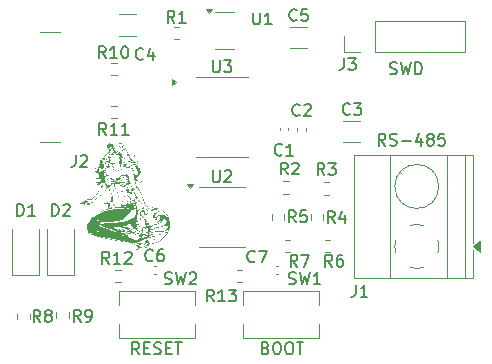
<source format=gbr>
%TF.GenerationSoftware,KiCad,Pcbnew,9.0.0*%
%TF.CreationDate,2025-03-09T00:38:03-06:00*%
%TF.ProjectId,Protyping board,50726f74-7970-4696-9e67-20626f617264,rev?*%
%TF.SameCoordinates,Original*%
%TF.FileFunction,Legend,Top*%
%TF.FilePolarity,Positive*%
%FSLAX46Y46*%
G04 Gerber Fmt 4.6, Leading zero omitted, Abs format (unit mm)*
G04 Created by KiCad (PCBNEW 9.0.0) date 2025-03-09 00:38:03*
%MOMM*%
%LPD*%
G01*
G04 APERTURE LIST*
%ADD10C,0.200000*%
%ADD11C,0.150000*%
%ADD12C,0.000000*%
%ADD13C,0.120000*%
G04 APERTURE END LIST*
D10*
X70491101Y-153117219D02*
X70157768Y-152641028D01*
X69919673Y-153117219D02*
X69919673Y-152117219D01*
X69919673Y-152117219D02*
X70300625Y-152117219D01*
X70300625Y-152117219D02*
X70395863Y-152164838D01*
X70395863Y-152164838D02*
X70443482Y-152212457D01*
X70443482Y-152212457D02*
X70491101Y-152307695D01*
X70491101Y-152307695D02*
X70491101Y-152450552D01*
X70491101Y-152450552D02*
X70443482Y-152545790D01*
X70443482Y-152545790D02*
X70395863Y-152593409D01*
X70395863Y-152593409D02*
X70300625Y-152641028D01*
X70300625Y-152641028D02*
X69919673Y-152641028D01*
X70919673Y-152593409D02*
X71253006Y-152593409D01*
X71395863Y-153117219D02*
X70919673Y-153117219D01*
X70919673Y-153117219D02*
X70919673Y-152117219D01*
X70919673Y-152117219D02*
X71395863Y-152117219D01*
X71776816Y-153069600D02*
X71919673Y-153117219D01*
X71919673Y-153117219D02*
X72157768Y-153117219D01*
X72157768Y-153117219D02*
X72253006Y-153069600D01*
X72253006Y-153069600D02*
X72300625Y-153021980D01*
X72300625Y-153021980D02*
X72348244Y-152926742D01*
X72348244Y-152926742D02*
X72348244Y-152831504D01*
X72348244Y-152831504D02*
X72300625Y-152736266D01*
X72300625Y-152736266D02*
X72253006Y-152688647D01*
X72253006Y-152688647D02*
X72157768Y-152641028D01*
X72157768Y-152641028D02*
X71967292Y-152593409D01*
X71967292Y-152593409D02*
X71872054Y-152545790D01*
X71872054Y-152545790D02*
X71824435Y-152498171D01*
X71824435Y-152498171D02*
X71776816Y-152402933D01*
X71776816Y-152402933D02*
X71776816Y-152307695D01*
X71776816Y-152307695D02*
X71824435Y-152212457D01*
X71824435Y-152212457D02*
X71872054Y-152164838D01*
X71872054Y-152164838D02*
X71967292Y-152117219D01*
X71967292Y-152117219D02*
X72205387Y-152117219D01*
X72205387Y-152117219D02*
X72348244Y-152164838D01*
X72776816Y-152593409D02*
X73110149Y-152593409D01*
X73253006Y-153117219D02*
X72776816Y-153117219D01*
X72776816Y-153117219D02*
X72776816Y-152117219D01*
X72776816Y-152117219D02*
X73253006Y-152117219D01*
X73538721Y-152117219D02*
X74110149Y-152117219D01*
X73824435Y-153117219D02*
X73824435Y-152117219D01*
X91722054Y-129369600D02*
X91864911Y-129417219D01*
X91864911Y-129417219D02*
X92103006Y-129417219D01*
X92103006Y-129417219D02*
X92198244Y-129369600D01*
X92198244Y-129369600D02*
X92245863Y-129321980D01*
X92245863Y-129321980D02*
X92293482Y-129226742D01*
X92293482Y-129226742D02*
X92293482Y-129131504D01*
X92293482Y-129131504D02*
X92245863Y-129036266D01*
X92245863Y-129036266D02*
X92198244Y-128988647D01*
X92198244Y-128988647D02*
X92103006Y-128941028D01*
X92103006Y-128941028D02*
X91912530Y-128893409D01*
X91912530Y-128893409D02*
X91817292Y-128845790D01*
X91817292Y-128845790D02*
X91769673Y-128798171D01*
X91769673Y-128798171D02*
X91722054Y-128702933D01*
X91722054Y-128702933D02*
X91722054Y-128607695D01*
X91722054Y-128607695D02*
X91769673Y-128512457D01*
X91769673Y-128512457D02*
X91817292Y-128464838D01*
X91817292Y-128464838D02*
X91912530Y-128417219D01*
X91912530Y-128417219D02*
X92150625Y-128417219D01*
X92150625Y-128417219D02*
X92293482Y-128464838D01*
X92626816Y-128417219D02*
X92864911Y-129417219D01*
X92864911Y-129417219D02*
X93055387Y-128702933D01*
X93055387Y-128702933D02*
X93245863Y-129417219D01*
X93245863Y-129417219D02*
X93483959Y-128417219D01*
X93864911Y-129417219D02*
X93864911Y-128417219D01*
X93864911Y-128417219D02*
X94103006Y-128417219D01*
X94103006Y-128417219D02*
X94245863Y-128464838D01*
X94245863Y-128464838D02*
X94341101Y-128560076D01*
X94341101Y-128560076D02*
X94388720Y-128655314D01*
X94388720Y-128655314D02*
X94436339Y-128845790D01*
X94436339Y-128845790D02*
X94436339Y-128988647D01*
X94436339Y-128988647D02*
X94388720Y-129179123D01*
X94388720Y-129179123D02*
X94341101Y-129274361D01*
X94341101Y-129274361D02*
X94245863Y-129369600D01*
X94245863Y-129369600D02*
X94103006Y-129417219D01*
X94103006Y-129417219D02*
X93864911Y-129417219D01*
X91341101Y-135467219D02*
X91007768Y-134991028D01*
X90769673Y-135467219D02*
X90769673Y-134467219D01*
X90769673Y-134467219D02*
X91150625Y-134467219D01*
X91150625Y-134467219D02*
X91245863Y-134514838D01*
X91245863Y-134514838D02*
X91293482Y-134562457D01*
X91293482Y-134562457D02*
X91341101Y-134657695D01*
X91341101Y-134657695D02*
X91341101Y-134800552D01*
X91341101Y-134800552D02*
X91293482Y-134895790D01*
X91293482Y-134895790D02*
X91245863Y-134943409D01*
X91245863Y-134943409D02*
X91150625Y-134991028D01*
X91150625Y-134991028D02*
X90769673Y-134991028D01*
X91722054Y-135419600D02*
X91864911Y-135467219D01*
X91864911Y-135467219D02*
X92103006Y-135467219D01*
X92103006Y-135467219D02*
X92198244Y-135419600D01*
X92198244Y-135419600D02*
X92245863Y-135371980D01*
X92245863Y-135371980D02*
X92293482Y-135276742D01*
X92293482Y-135276742D02*
X92293482Y-135181504D01*
X92293482Y-135181504D02*
X92245863Y-135086266D01*
X92245863Y-135086266D02*
X92198244Y-135038647D01*
X92198244Y-135038647D02*
X92103006Y-134991028D01*
X92103006Y-134991028D02*
X91912530Y-134943409D01*
X91912530Y-134943409D02*
X91817292Y-134895790D01*
X91817292Y-134895790D02*
X91769673Y-134848171D01*
X91769673Y-134848171D02*
X91722054Y-134752933D01*
X91722054Y-134752933D02*
X91722054Y-134657695D01*
X91722054Y-134657695D02*
X91769673Y-134562457D01*
X91769673Y-134562457D02*
X91817292Y-134514838D01*
X91817292Y-134514838D02*
X91912530Y-134467219D01*
X91912530Y-134467219D02*
X92150625Y-134467219D01*
X92150625Y-134467219D02*
X92293482Y-134514838D01*
X92722054Y-135086266D02*
X93483959Y-135086266D01*
X94388720Y-134800552D02*
X94388720Y-135467219D01*
X94150625Y-134419600D02*
X93912530Y-135133885D01*
X93912530Y-135133885D02*
X94531577Y-135133885D01*
X95055387Y-134895790D02*
X94960149Y-134848171D01*
X94960149Y-134848171D02*
X94912530Y-134800552D01*
X94912530Y-134800552D02*
X94864911Y-134705314D01*
X94864911Y-134705314D02*
X94864911Y-134657695D01*
X94864911Y-134657695D02*
X94912530Y-134562457D01*
X94912530Y-134562457D02*
X94960149Y-134514838D01*
X94960149Y-134514838D02*
X95055387Y-134467219D01*
X95055387Y-134467219D02*
X95245863Y-134467219D01*
X95245863Y-134467219D02*
X95341101Y-134514838D01*
X95341101Y-134514838D02*
X95388720Y-134562457D01*
X95388720Y-134562457D02*
X95436339Y-134657695D01*
X95436339Y-134657695D02*
X95436339Y-134705314D01*
X95436339Y-134705314D02*
X95388720Y-134800552D01*
X95388720Y-134800552D02*
X95341101Y-134848171D01*
X95341101Y-134848171D02*
X95245863Y-134895790D01*
X95245863Y-134895790D02*
X95055387Y-134895790D01*
X95055387Y-134895790D02*
X94960149Y-134943409D01*
X94960149Y-134943409D02*
X94912530Y-134991028D01*
X94912530Y-134991028D02*
X94864911Y-135086266D01*
X94864911Y-135086266D02*
X94864911Y-135276742D01*
X94864911Y-135276742D02*
X94912530Y-135371980D01*
X94912530Y-135371980D02*
X94960149Y-135419600D01*
X94960149Y-135419600D02*
X95055387Y-135467219D01*
X95055387Y-135467219D02*
X95245863Y-135467219D01*
X95245863Y-135467219D02*
X95341101Y-135419600D01*
X95341101Y-135419600D02*
X95388720Y-135371980D01*
X95388720Y-135371980D02*
X95436339Y-135276742D01*
X95436339Y-135276742D02*
X95436339Y-135086266D01*
X95436339Y-135086266D02*
X95388720Y-134991028D01*
X95388720Y-134991028D02*
X95341101Y-134943409D01*
X95341101Y-134943409D02*
X95245863Y-134895790D01*
X96341101Y-134467219D02*
X95864911Y-134467219D01*
X95864911Y-134467219D02*
X95817292Y-134943409D01*
X95817292Y-134943409D02*
X95864911Y-134895790D01*
X95864911Y-134895790D02*
X95960149Y-134848171D01*
X95960149Y-134848171D02*
X96198244Y-134848171D01*
X96198244Y-134848171D02*
X96293482Y-134895790D01*
X96293482Y-134895790D02*
X96341101Y-134943409D01*
X96341101Y-134943409D02*
X96388720Y-135038647D01*
X96388720Y-135038647D02*
X96388720Y-135276742D01*
X96388720Y-135276742D02*
X96341101Y-135371980D01*
X96341101Y-135371980D02*
X96293482Y-135419600D01*
X96293482Y-135419600D02*
X96198244Y-135467219D01*
X96198244Y-135467219D02*
X95960149Y-135467219D01*
X95960149Y-135467219D02*
X95864911Y-135419600D01*
X95864911Y-135419600D02*
X95817292Y-135371980D01*
X81203006Y-152593409D02*
X81345863Y-152641028D01*
X81345863Y-152641028D02*
X81393482Y-152688647D01*
X81393482Y-152688647D02*
X81441101Y-152783885D01*
X81441101Y-152783885D02*
X81441101Y-152926742D01*
X81441101Y-152926742D02*
X81393482Y-153021980D01*
X81393482Y-153021980D02*
X81345863Y-153069600D01*
X81345863Y-153069600D02*
X81250625Y-153117219D01*
X81250625Y-153117219D02*
X80869673Y-153117219D01*
X80869673Y-153117219D02*
X80869673Y-152117219D01*
X80869673Y-152117219D02*
X81203006Y-152117219D01*
X81203006Y-152117219D02*
X81298244Y-152164838D01*
X81298244Y-152164838D02*
X81345863Y-152212457D01*
X81345863Y-152212457D02*
X81393482Y-152307695D01*
X81393482Y-152307695D02*
X81393482Y-152402933D01*
X81393482Y-152402933D02*
X81345863Y-152498171D01*
X81345863Y-152498171D02*
X81298244Y-152545790D01*
X81298244Y-152545790D02*
X81203006Y-152593409D01*
X81203006Y-152593409D02*
X80869673Y-152593409D01*
X82060149Y-152117219D02*
X82250625Y-152117219D01*
X82250625Y-152117219D02*
X82345863Y-152164838D01*
X82345863Y-152164838D02*
X82441101Y-152260076D01*
X82441101Y-152260076D02*
X82488720Y-152450552D01*
X82488720Y-152450552D02*
X82488720Y-152783885D01*
X82488720Y-152783885D02*
X82441101Y-152974361D01*
X82441101Y-152974361D02*
X82345863Y-153069600D01*
X82345863Y-153069600D02*
X82250625Y-153117219D01*
X82250625Y-153117219D02*
X82060149Y-153117219D01*
X82060149Y-153117219D02*
X81964911Y-153069600D01*
X81964911Y-153069600D02*
X81869673Y-152974361D01*
X81869673Y-152974361D02*
X81822054Y-152783885D01*
X81822054Y-152783885D02*
X81822054Y-152450552D01*
X81822054Y-152450552D02*
X81869673Y-152260076D01*
X81869673Y-152260076D02*
X81964911Y-152164838D01*
X81964911Y-152164838D02*
X82060149Y-152117219D01*
X83107768Y-152117219D02*
X83298244Y-152117219D01*
X83298244Y-152117219D02*
X83393482Y-152164838D01*
X83393482Y-152164838D02*
X83488720Y-152260076D01*
X83488720Y-152260076D02*
X83536339Y-152450552D01*
X83536339Y-152450552D02*
X83536339Y-152783885D01*
X83536339Y-152783885D02*
X83488720Y-152974361D01*
X83488720Y-152974361D02*
X83393482Y-153069600D01*
X83393482Y-153069600D02*
X83298244Y-153117219D01*
X83298244Y-153117219D02*
X83107768Y-153117219D01*
X83107768Y-153117219D02*
X83012530Y-153069600D01*
X83012530Y-153069600D02*
X82917292Y-152974361D01*
X82917292Y-152974361D02*
X82869673Y-152783885D01*
X82869673Y-152783885D02*
X82869673Y-152450552D01*
X82869673Y-152450552D02*
X82917292Y-152260076D01*
X82917292Y-152260076D02*
X83012530Y-152164838D01*
X83012530Y-152164838D02*
X83107768Y-152117219D01*
X83822054Y-152117219D02*
X84393482Y-152117219D01*
X84107768Y-153117219D02*
X84107768Y-152117219D01*
D11*
X70833333Y-128109580D02*
X70785714Y-128157200D01*
X70785714Y-128157200D02*
X70642857Y-128204819D01*
X70642857Y-128204819D02*
X70547619Y-128204819D01*
X70547619Y-128204819D02*
X70404762Y-128157200D01*
X70404762Y-128157200D02*
X70309524Y-128061961D01*
X70309524Y-128061961D02*
X70261905Y-127966723D01*
X70261905Y-127966723D02*
X70214286Y-127776247D01*
X70214286Y-127776247D02*
X70214286Y-127633390D01*
X70214286Y-127633390D02*
X70261905Y-127442914D01*
X70261905Y-127442914D02*
X70309524Y-127347676D01*
X70309524Y-127347676D02*
X70404762Y-127252438D01*
X70404762Y-127252438D02*
X70547619Y-127204819D01*
X70547619Y-127204819D02*
X70642857Y-127204819D01*
X70642857Y-127204819D02*
X70785714Y-127252438D01*
X70785714Y-127252438D02*
X70833333Y-127300057D01*
X71690476Y-127538152D02*
X71690476Y-128204819D01*
X71452381Y-127157200D02*
X71214286Y-127871485D01*
X71214286Y-127871485D02*
X71833333Y-127871485D01*
X83833333Y-124809580D02*
X83785714Y-124857200D01*
X83785714Y-124857200D02*
X83642857Y-124904819D01*
X83642857Y-124904819D02*
X83547619Y-124904819D01*
X83547619Y-124904819D02*
X83404762Y-124857200D01*
X83404762Y-124857200D02*
X83309524Y-124761961D01*
X83309524Y-124761961D02*
X83261905Y-124666723D01*
X83261905Y-124666723D02*
X83214286Y-124476247D01*
X83214286Y-124476247D02*
X83214286Y-124333390D01*
X83214286Y-124333390D02*
X83261905Y-124142914D01*
X83261905Y-124142914D02*
X83309524Y-124047676D01*
X83309524Y-124047676D02*
X83404762Y-123952438D01*
X83404762Y-123952438D02*
X83547619Y-123904819D01*
X83547619Y-123904819D02*
X83642857Y-123904819D01*
X83642857Y-123904819D02*
X83785714Y-123952438D01*
X83785714Y-123952438D02*
X83833333Y-124000057D01*
X84738095Y-123904819D02*
X84261905Y-123904819D01*
X84261905Y-123904819D02*
X84214286Y-124381009D01*
X84214286Y-124381009D02*
X84261905Y-124333390D01*
X84261905Y-124333390D02*
X84357143Y-124285771D01*
X84357143Y-124285771D02*
X84595238Y-124285771D01*
X84595238Y-124285771D02*
X84690476Y-124333390D01*
X84690476Y-124333390D02*
X84738095Y-124381009D01*
X84738095Y-124381009D02*
X84785714Y-124476247D01*
X84785714Y-124476247D02*
X84785714Y-124714342D01*
X84785714Y-124714342D02*
X84738095Y-124809580D01*
X84738095Y-124809580D02*
X84690476Y-124857200D01*
X84690476Y-124857200D02*
X84595238Y-124904819D01*
X84595238Y-124904819D02*
X84357143Y-124904819D01*
X84357143Y-124904819D02*
X84261905Y-124857200D01*
X84261905Y-124857200D02*
X84214286Y-124809580D01*
X88333333Y-132759580D02*
X88285714Y-132807200D01*
X88285714Y-132807200D02*
X88142857Y-132854819D01*
X88142857Y-132854819D02*
X88047619Y-132854819D01*
X88047619Y-132854819D02*
X87904762Y-132807200D01*
X87904762Y-132807200D02*
X87809524Y-132711961D01*
X87809524Y-132711961D02*
X87761905Y-132616723D01*
X87761905Y-132616723D02*
X87714286Y-132426247D01*
X87714286Y-132426247D02*
X87714286Y-132283390D01*
X87714286Y-132283390D02*
X87761905Y-132092914D01*
X87761905Y-132092914D02*
X87809524Y-131997676D01*
X87809524Y-131997676D02*
X87904762Y-131902438D01*
X87904762Y-131902438D02*
X88047619Y-131854819D01*
X88047619Y-131854819D02*
X88142857Y-131854819D01*
X88142857Y-131854819D02*
X88285714Y-131902438D01*
X88285714Y-131902438D02*
X88333333Y-131950057D01*
X88666667Y-131854819D02*
X89285714Y-131854819D01*
X89285714Y-131854819D02*
X88952381Y-132235771D01*
X88952381Y-132235771D02*
X89095238Y-132235771D01*
X89095238Y-132235771D02*
X89190476Y-132283390D01*
X89190476Y-132283390D02*
X89238095Y-132331009D01*
X89238095Y-132331009D02*
X89285714Y-132426247D01*
X89285714Y-132426247D02*
X89285714Y-132664342D01*
X89285714Y-132664342D02*
X89238095Y-132759580D01*
X89238095Y-132759580D02*
X89190476Y-132807200D01*
X89190476Y-132807200D02*
X89095238Y-132854819D01*
X89095238Y-132854819D02*
X88809524Y-132854819D01*
X88809524Y-132854819D02*
X88714286Y-132807200D01*
X88714286Y-132807200D02*
X88666667Y-132759580D01*
X72666667Y-147157200D02*
X72809524Y-147204819D01*
X72809524Y-147204819D02*
X73047619Y-147204819D01*
X73047619Y-147204819D02*
X73142857Y-147157200D01*
X73142857Y-147157200D02*
X73190476Y-147109580D01*
X73190476Y-147109580D02*
X73238095Y-147014342D01*
X73238095Y-147014342D02*
X73238095Y-146919104D01*
X73238095Y-146919104D02*
X73190476Y-146823866D01*
X73190476Y-146823866D02*
X73142857Y-146776247D01*
X73142857Y-146776247D02*
X73047619Y-146728628D01*
X73047619Y-146728628D02*
X72857143Y-146681009D01*
X72857143Y-146681009D02*
X72761905Y-146633390D01*
X72761905Y-146633390D02*
X72714286Y-146585771D01*
X72714286Y-146585771D02*
X72666667Y-146490533D01*
X72666667Y-146490533D02*
X72666667Y-146395295D01*
X72666667Y-146395295D02*
X72714286Y-146300057D01*
X72714286Y-146300057D02*
X72761905Y-146252438D01*
X72761905Y-146252438D02*
X72857143Y-146204819D01*
X72857143Y-146204819D02*
X73095238Y-146204819D01*
X73095238Y-146204819D02*
X73238095Y-146252438D01*
X73571429Y-146204819D02*
X73809524Y-147204819D01*
X73809524Y-147204819D02*
X74000000Y-146490533D01*
X74000000Y-146490533D02*
X74190476Y-147204819D01*
X74190476Y-147204819D02*
X74428572Y-146204819D01*
X74761905Y-146300057D02*
X74809524Y-146252438D01*
X74809524Y-146252438D02*
X74904762Y-146204819D01*
X74904762Y-146204819D02*
X75142857Y-146204819D01*
X75142857Y-146204819D02*
X75238095Y-146252438D01*
X75238095Y-146252438D02*
X75285714Y-146300057D01*
X75285714Y-146300057D02*
X75333333Y-146395295D01*
X75333333Y-146395295D02*
X75333333Y-146490533D01*
X75333333Y-146490533D02*
X75285714Y-146633390D01*
X75285714Y-146633390D02*
X74714286Y-147204819D01*
X74714286Y-147204819D02*
X75333333Y-147204819D01*
X76807142Y-148654819D02*
X76473809Y-148178628D01*
X76235714Y-148654819D02*
X76235714Y-147654819D01*
X76235714Y-147654819D02*
X76616666Y-147654819D01*
X76616666Y-147654819D02*
X76711904Y-147702438D01*
X76711904Y-147702438D02*
X76759523Y-147750057D01*
X76759523Y-147750057D02*
X76807142Y-147845295D01*
X76807142Y-147845295D02*
X76807142Y-147988152D01*
X76807142Y-147988152D02*
X76759523Y-148083390D01*
X76759523Y-148083390D02*
X76711904Y-148131009D01*
X76711904Y-148131009D02*
X76616666Y-148178628D01*
X76616666Y-148178628D02*
X76235714Y-148178628D01*
X77759523Y-148654819D02*
X77188095Y-148654819D01*
X77473809Y-148654819D02*
X77473809Y-147654819D01*
X77473809Y-147654819D02*
X77378571Y-147797676D01*
X77378571Y-147797676D02*
X77283333Y-147892914D01*
X77283333Y-147892914D02*
X77188095Y-147940533D01*
X78092857Y-147654819D02*
X78711904Y-147654819D01*
X78711904Y-147654819D02*
X78378571Y-148035771D01*
X78378571Y-148035771D02*
X78521428Y-148035771D01*
X78521428Y-148035771D02*
X78616666Y-148083390D01*
X78616666Y-148083390D02*
X78664285Y-148131009D01*
X78664285Y-148131009D02*
X78711904Y-148226247D01*
X78711904Y-148226247D02*
X78711904Y-148464342D01*
X78711904Y-148464342D02*
X78664285Y-148559580D01*
X78664285Y-148559580D02*
X78616666Y-148607200D01*
X78616666Y-148607200D02*
X78521428Y-148654819D01*
X78521428Y-148654819D02*
X78235714Y-148654819D01*
X78235714Y-148654819D02*
X78140476Y-148607200D01*
X78140476Y-148607200D02*
X78092857Y-148559580D01*
X86183333Y-137954819D02*
X85850000Y-137478628D01*
X85611905Y-137954819D02*
X85611905Y-136954819D01*
X85611905Y-136954819D02*
X85992857Y-136954819D01*
X85992857Y-136954819D02*
X86088095Y-137002438D01*
X86088095Y-137002438D02*
X86135714Y-137050057D01*
X86135714Y-137050057D02*
X86183333Y-137145295D01*
X86183333Y-137145295D02*
X86183333Y-137288152D01*
X86183333Y-137288152D02*
X86135714Y-137383390D01*
X86135714Y-137383390D02*
X86088095Y-137431009D01*
X86088095Y-137431009D02*
X85992857Y-137478628D01*
X85992857Y-137478628D02*
X85611905Y-137478628D01*
X86516667Y-136954819D02*
X87135714Y-136954819D01*
X87135714Y-136954819D02*
X86802381Y-137335771D01*
X86802381Y-137335771D02*
X86945238Y-137335771D01*
X86945238Y-137335771D02*
X87040476Y-137383390D01*
X87040476Y-137383390D02*
X87088095Y-137431009D01*
X87088095Y-137431009D02*
X87135714Y-137526247D01*
X87135714Y-137526247D02*
X87135714Y-137764342D01*
X87135714Y-137764342D02*
X87088095Y-137859580D01*
X87088095Y-137859580D02*
X87040476Y-137907200D01*
X87040476Y-137907200D02*
X86945238Y-137954819D01*
X86945238Y-137954819D02*
X86659524Y-137954819D01*
X86659524Y-137954819D02*
X86564286Y-137907200D01*
X86564286Y-137907200D02*
X86516667Y-137859580D01*
X76738095Y-128254819D02*
X76738095Y-129064342D01*
X76738095Y-129064342D02*
X76785714Y-129159580D01*
X76785714Y-129159580D02*
X76833333Y-129207200D01*
X76833333Y-129207200D02*
X76928571Y-129254819D01*
X76928571Y-129254819D02*
X77119047Y-129254819D01*
X77119047Y-129254819D02*
X77214285Y-129207200D01*
X77214285Y-129207200D02*
X77261904Y-129159580D01*
X77261904Y-129159580D02*
X77309523Y-129064342D01*
X77309523Y-129064342D02*
X77309523Y-128254819D01*
X77690476Y-128254819D02*
X78309523Y-128254819D01*
X78309523Y-128254819D02*
X77976190Y-128635771D01*
X77976190Y-128635771D02*
X78119047Y-128635771D01*
X78119047Y-128635771D02*
X78214285Y-128683390D01*
X78214285Y-128683390D02*
X78261904Y-128731009D01*
X78261904Y-128731009D02*
X78309523Y-128826247D01*
X78309523Y-128826247D02*
X78309523Y-129064342D01*
X78309523Y-129064342D02*
X78261904Y-129159580D01*
X78261904Y-129159580D02*
X78214285Y-129207200D01*
X78214285Y-129207200D02*
X78119047Y-129254819D01*
X78119047Y-129254819D02*
X77833333Y-129254819D01*
X77833333Y-129254819D02*
X77738095Y-129207200D01*
X77738095Y-129207200D02*
X77690476Y-129159580D01*
X65116666Y-136254819D02*
X65116666Y-136969104D01*
X65116666Y-136969104D02*
X65069047Y-137111961D01*
X65069047Y-137111961D02*
X64973809Y-137207200D01*
X64973809Y-137207200D02*
X64830952Y-137254819D01*
X64830952Y-137254819D02*
X64735714Y-137254819D01*
X65545238Y-136350057D02*
X65592857Y-136302438D01*
X65592857Y-136302438D02*
X65688095Y-136254819D01*
X65688095Y-136254819D02*
X65926190Y-136254819D01*
X65926190Y-136254819D02*
X66021428Y-136302438D01*
X66021428Y-136302438D02*
X66069047Y-136350057D01*
X66069047Y-136350057D02*
X66116666Y-136445295D01*
X66116666Y-136445295D02*
X66116666Y-136540533D01*
X66116666Y-136540533D02*
X66069047Y-136683390D01*
X66069047Y-136683390D02*
X65497619Y-137254819D01*
X65497619Y-137254819D02*
X66116666Y-137254819D01*
X60161905Y-141404819D02*
X60161905Y-140404819D01*
X60161905Y-140404819D02*
X60400000Y-140404819D01*
X60400000Y-140404819D02*
X60542857Y-140452438D01*
X60542857Y-140452438D02*
X60638095Y-140547676D01*
X60638095Y-140547676D02*
X60685714Y-140642914D01*
X60685714Y-140642914D02*
X60733333Y-140833390D01*
X60733333Y-140833390D02*
X60733333Y-140976247D01*
X60733333Y-140976247D02*
X60685714Y-141166723D01*
X60685714Y-141166723D02*
X60638095Y-141261961D01*
X60638095Y-141261961D02*
X60542857Y-141357200D01*
X60542857Y-141357200D02*
X60400000Y-141404819D01*
X60400000Y-141404819D02*
X60161905Y-141404819D01*
X61685714Y-141404819D02*
X61114286Y-141404819D01*
X61400000Y-141404819D02*
X61400000Y-140404819D01*
X61400000Y-140404819D02*
X61304762Y-140547676D01*
X61304762Y-140547676D02*
X61209524Y-140642914D01*
X61209524Y-140642914D02*
X61114286Y-140690533D01*
X83883333Y-145704819D02*
X83550000Y-145228628D01*
X83311905Y-145704819D02*
X83311905Y-144704819D01*
X83311905Y-144704819D02*
X83692857Y-144704819D01*
X83692857Y-144704819D02*
X83788095Y-144752438D01*
X83788095Y-144752438D02*
X83835714Y-144800057D01*
X83835714Y-144800057D02*
X83883333Y-144895295D01*
X83883333Y-144895295D02*
X83883333Y-145038152D01*
X83883333Y-145038152D02*
X83835714Y-145133390D01*
X83835714Y-145133390D02*
X83788095Y-145181009D01*
X83788095Y-145181009D02*
X83692857Y-145228628D01*
X83692857Y-145228628D02*
X83311905Y-145228628D01*
X84216667Y-144704819D02*
X84883333Y-144704819D01*
X84883333Y-144704819D02*
X84454762Y-145704819D01*
X87816666Y-128054819D02*
X87816666Y-128769104D01*
X87816666Y-128769104D02*
X87769047Y-128911961D01*
X87769047Y-128911961D02*
X87673809Y-129007200D01*
X87673809Y-129007200D02*
X87530952Y-129054819D01*
X87530952Y-129054819D02*
X87435714Y-129054819D01*
X88197619Y-128054819D02*
X88816666Y-128054819D01*
X88816666Y-128054819D02*
X88483333Y-128435771D01*
X88483333Y-128435771D02*
X88626190Y-128435771D01*
X88626190Y-128435771D02*
X88721428Y-128483390D01*
X88721428Y-128483390D02*
X88769047Y-128531009D01*
X88769047Y-128531009D02*
X88816666Y-128626247D01*
X88816666Y-128626247D02*
X88816666Y-128864342D01*
X88816666Y-128864342D02*
X88769047Y-128959580D01*
X88769047Y-128959580D02*
X88721428Y-129007200D01*
X88721428Y-129007200D02*
X88626190Y-129054819D01*
X88626190Y-129054819D02*
X88340476Y-129054819D01*
X88340476Y-129054819D02*
X88245238Y-129007200D01*
X88245238Y-129007200D02*
X88197619Y-128959580D01*
X86833333Y-145704819D02*
X86500000Y-145228628D01*
X86261905Y-145704819D02*
X86261905Y-144704819D01*
X86261905Y-144704819D02*
X86642857Y-144704819D01*
X86642857Y-144704819D02*
X86738095Y-144752438D01*
X86738095Y-144752438D02*
X86785714Y-144800057D01*
X86785714Y-144800057D02*
X86833333Y-144895295D01*
X86833333Y-144895295D02*
X86833333Y-145038152D01*
X86833333Y-145038152D02*
X86785714Y-145133390D01*
X86785714Y-145133390D02*
X86738095Y-145181009D01*
X86738095Y-145181009D02*
X86642857Y-145228628D01*
X86642857Y-145228628D02*
X86261905Y-145228628D01*
X87690476Y-144704819D02*
X87500000Y-144704819D01*
X87500000Y-144704819D02*
X87404762Y-144752438D01*
X87404762Y-144752438D02*
X87357143Y-144800057D01*
X87357143Y-144800057D02*
X87261905Y-144942914D01*
X87261905Y-144942914D02*
X87214286Y-145133390D01*
X87214286Y-145133390D02*
X87214286Y-145514342D01*
X87214286Y-145514342D02*
X87261905Y-145609580D01*
X87261905Y-145609580D02*
X87309524Y-145657200D01*
X87309524Y-145657200D02*
X87404762Y-145704819D01*
X87404762Y-145704819D02*
X87595238Y-145704819D01*
X87595238Y-145704819D02*
X87690476Y-145657200D01*
X87690476Y-145657200D02*
X87738095Y-145609580D01*
X87738095Y-145609580D02*
X87785714Y-145514342D01*
X87785714Y-145514342D02*
X87785714Y-145276247D01*
X87785714Y-145276247D02*
X87738095Y-145181009D01*
X87738095Y-145181009D02*
X87690476Y-145133390D01*
X87690476Y-145133390D02*
X87595238Y-145085771D01*
X87595238Y-145085771D02*
X87404762Y-145085771D01*
X87404762Y-145085771D02*
X87309524Y-145133390D01*
X87309524Y-145133390D02*
X87261905Y-145181009D01*
X87261905Y-145181009D02*
X87214286Y-145276247D01*
X63111905Y-141404819D02*
X63111905Y-140404819D01*
X63111905Y-140404819D02*
X63350000Y-140404819D01*
X63350000Y-140404819D02*
X63492857Y-140452438D01*
X63492857Y-140452438D02*
X63588095Y-140547676D01*
X63588095Y-140547676D02*
X63635714Y-140642914D01*
X63635714Y-140642914D02*
X63683333Y-140833390D01*
X63683333Y-140833390D02*
X63683333Y-140976247D01*
X63683333Y-140976247D02*
X63635714Y-141166723D01*
X63635714Y-141166723D02*
X63588095Y-141261961D01*
X63588095Y-141261961D02*
X63492857Y-141357200D01*
X63492857Y-141357200D02*
X63350000Y-141404819D01*
X63350000Y-141404819D02*
X63111905Y-141404819D01*
X64064286Y-140500057D02*
X64111905Y-140452438D01*
X64111905Y-140452438D02*
X64207143Y-140404819D01*
X64207143Y-140404819D02*
X64445238Y-140404819D01*
X64445238Y-140404819D02*
X64540476Y-140452438D01*
X64540476Y-140452438D02*
X64588095Y-140500057D01*
X64588095Y-140500057D02*
X64635714Y-140595295D01*
X64635714Y-140595295D02*
X64635714Y-140690533D01*
X64635714Y-140690533D02*
X64588095Y-140833390D01*
X64588095Y-140833390D02*
X64016667Y-141404819D01*
X64016667Y-141404819D02*
X64635714Y-141404819D01*
X83166667Y-147157200D02*
X83309524Y-147204819D01*
X83309524Y-147204819D02*
X83547619Y-147204819D01*
X83547619Y-147204819D02*
X83642857Y-147157200D01*
X83642857Y-147157200D02*
X83690476Y-147109580D01*
X83690476Y-147109580D02*
X83738095Y-147014342D01*
X83738095Y-147014342D02*
X83738095Y-146919104D01*
X83738095Y-146919104D02*
X83690476Y-146823866D01*
X83690476Y-146823866D02*
X83642857Y-146776247D01*
X83642857Y-146776247D02*
X83547619Y-146728628D01*
X83547619Y-146728628D02*
X83357143Y-146681009D01*
X83357143Y-146681009D02*
X83261905Y-146633390D01*
X83261905Y-146633390D02*
X83214286Y-146585771D01*
X83214286Y-146585771D02*
X83166667Y-146490533D01*
X83166667Y-146490533D02*
X83166667Y-146395295D01*
X83166667Y-146395295D02*
X83214286Y-146300057D01*
X83214286Y-146300057D02*
X83261905Y-146252438D01*
X83261905Y-146252438D02*
X83357143Y-146204819D01*
X83357143Y-146204819D02*
X83595238Y-146204819D01*
X83595238Y-146204819D02*
X83738095Y-146252438D01*
X84071429Y-146204819D02*
X84309524Y-147204819D01*
X84309524Y-147204819D02*
X84500000Y-146490533D01*
X84500000Y-146490533D02*
X84690476Y-147204819D01*
X84690476Y-147204819D02*
X84928572Y-146204819D01*
X85833333Y-147204819D02*
X85261905Y-147204819D01*
X85547619Y-147204819D02*
X85547619Y-146204819D01*
X85547619Y-146204819D02*
X85452381Y-146347676D01*
X85452381Y-146347676D02*
X85357143Y-146442914D01*
X85357143Y-146442914D02*
X85261905Y-146490533D01*
X83063333Y-137904819D02*
X82730000Y-137428628D01*
X82491905Y-137904819D02*
X82491905Y-136904819D01*
X82491905Y-136904819D02*
X82872857Y-136904819D01*
X82872857Y-136904819D02*
X82968095Y-136952438D01*
X82968095Y-136952438D02*
X83015714Y-137000057D01*
X83015714Y-137000057D02*
X83063333Y-137095295D01*
X83063333Y-137095295D02*
X83063333Y-137238152D01*
X83063333Y-137238152D02*
X83015714Y-137333390D01*
X83015714Y-137333390D02*
X82968095Y-137381009D01*
X82968095Y-137381009D02*
X82872857Y-137428628D01*
X82872857Y-137428628D02*
X82491905Y-137428628D01*
X83444286Y-137000057D02*
X83491905Y-136952438D01*
X83491905Y-136952438D02*
X83587143Y-136904819D01*
X83587143Y-136904819D02*
X83825238Y-136904819D01*
X83825238Y-136904819D02*
X83920476Y-136952438D01*
X83920476Y-136952438D02*
X83968095Y-137000057D01*
X83968095Y-137000057D02*
X84015714Y-137095295D01*
X84015714Y-137095295D02*
X84015714Y-137190533D01*
X84015714Y-137190533D02*
X83968095Y-137333390D01*
X83968095Y-137333390D02*
X83396667Y-137904819D01*
X83396667Y-137904819D02*
X84015714Y-137904819D01*
X80283333Y-145259580D02*
X80235714Y-145307200D01*
X80235714Y-145307200D02*
X80092857Y-145354819D01*
X80092857Y-145354819D02*
X79997619Y-145354819D01*
X79997619Y-145354819D02*
X79854762Y-145307200D01*
X79854762Y-145307200D02*
X79759524Y-145211961D01*
X79759524Y-145211961D02*
X79711905Y-145116723D01*
X79711905Y-145116723D02*
X79664286Y-144926247D01*
X79664286Y-144926247D02*
X79664286Y-144783390D01*
X79664286Y-144783390D02*
X79711905Y-144592914D01*
X79711905Y-144592914D02*
X79759524Y-144497676D01*
X79759524Y-144497676D02*
X79854762Y-144402438D01*
X79854762Y-144402438D02*
X79997619Y-144354819D01*
X79997619Y-144354819D02*
X80092857Y-144354819D01*
X80092857Y-144354819D02*
X80235714Y-144402438D01*
X80235714Y-144402438D02*
X80283333Y-144450057D01*
X80616667Y-144354819D02*
X81283333Y-144354819D01*
X81283333Y-144354819D02*
X80854762Y-145354819D01*
X62133333Y-150379819D02*
X61800000Y-149903628D01*
X61561905Y-150379819D02*
X61561905Y-149379819D01*
X61561905Y-149379819D02*
X61942857Y-149379819D01*
X61942857Y-149379819D02*
X62038095Y-149427438D01*
X62038095Y-149427438D02*
X62085714Y-149475057D01*
X62085714Y-149475057D02*
X62133333Y-149570295D01*
X62133333Y-149570295D02*
X62133333Y-149713152D01*
X62133333Y-149713152D02*
X62085714Y-149808390D01*
X62085714Y-149808390D02*
X62038095Y-149856009D01*
X62038095Y-149856009D02*
X61942857Y-149903628D01*
X61942857Y-149903628D02*
X61561905Y-149903628D01*
X62704762Y-149808390D02*
X62609524Y-149760771D01*
X62609524Y-149760771D02*
X62561905Y-149713152D01*
X62561905Y-149713152D02*
X62514286Y-149617914D01*
X62514286Y-149617914D02*
X62514286Y-149570295D01*
X62514286Y-149570295D02*
X62561905Y-149475057D01*
X62561905Y-149475057D02*
X62609524Y-149427438D01*
X62609524Y-149427438D02*
X62704762Y-149379819D01*
X62704762Y-149379819D02*
X62895238Y-149379819D01*
X62895238Y-149379819D02*
X62990476Y-149427438D01*
X62990476Y-149427438D02*
X63038095Y-149475057D01*
X63038095Y-149475057D02*
X63085714Y-149570295D01*
X63085714Y-149570295D02*
X63085714Y-149617914D01*
X63085714Y-149617914D02*
X63038095Y-149713152D01*
X63038095Y-149713152D02*
X62990476Y-149760771D01*
X62990476Y-149760771D02*
X62895238Y-149808390D01*
X62895238Y-149808390D02*
X62704762Y-149808390D01*
X62704762Y-149808390D02*
X62609524Y-149856009D01*
X62609524Y-149856009D02*
X62561905Y-149903628D01*
X62561905Y-149903628D02*
X62514286Y-149998866D01*
X62514286Y-149998866D02*
X62514286Y-150189342D01*
X62514286Y-150189342D02*
X62561905Y-150284580D01*
X62561905Y-150284580D02*
X62609524Y-150332200D01*
X62609524Y-150332200D02*
X62704762Y-150379819D01*
X62704762Y-150379819D02*
X62895238Y-150379819D01*
X62895238Y-150379819D02*
X62990476Y-150332200D01*
X62990476Y-150332200D02*
X63038095Y-150284580D01*
X63038095Y-150284580D02*
X63085714Y-150189342D01*
X63085714Y-150189342D02*
X63085714Y-149998866D01*
X63085714Y-149998866D02*
X63038095Y-149903628D01*
X63038095Y-149903628D02*
X62990476Y-149856009D01*
X62990476Y-149856009D02*
X62895238Y-149808390D01*
X67707142Y-134554819D02*
X67373809Y-134078628D01*
X67135714Y-134554819D02*
X67135714Y-133554819D01*
X67135714Y-133554819D02*
X67516666Y-133554819D01*
X67516666Y-133554819D02*
X67611904Y-133602438D01*
X67611904Y-133602438D02*
X67659523Y-133650057D01*
X67659523Y-133650057D02*
X67707142Y-133745295D01*
X67707142Y-133745295D02*
X67707142Y-133888152D01*
X67707142Y-133888152D02*
X67659523Y-133983390D01*
X67659523Y-133983390D02*
X67611904Y-134031009D01*
X67611904Y-134031009D02*
X67516666Y-134078628D01*
X67516666Y-134078628D02*
X67135714Y-134078628D01*
X68659523Y-134554819D02*
X68088095Y-134554819D01*
X68373809Y-134554819D02*
X68373809Y-133554819D01*
X68373809Y-133554819D02*
X68278571Y-133697676D01*
X68278571Y-133697676D02*
X68183333Y-133792914D01*
X68183333Y-133792914D02*
X68088095Y-133840533D01*
X69611904Y-134554819D02*
X69040476Y-134554819D01*
X69326190Y-134554819D02*
X69326190Y-133554819D01*
X69326190Y-133554819D02*
X69230952Y-133697676D01*
X69230952Y-133697676D02*
X69135714Y-133792914D01*
X69135714Y-133792914D02*
X69040476Y-133840533D01*
X83733333Y-141954819D02*
X83400000Y-141478628D01*
X83161905Y-141954819D02*
X83161905Y-140954819D01*
X83161905Y-140954819D02*
X83542857Y-140954819D01*
X83542857Y-140954819D02*
X83638095Y-141002438D01*
X83638095Y-141002438D02*
X83685714Y-141050057D01*
X83685714Y-141050057D02*
X83733333Y-141145295D01*
X83733333Y-141145295D02*
X83733333Y-141288152D01*
X83733333Y-141288152D02*
X83685714Y-141383390D01*
X83685714Y-141383390D02*
X83638095Y-141431009D01*
X83638095Y-141431009D02*
X83542857Y-141478628D01*
X83542857Y-141478628D02*
X83161905Y-141478628D01*
X84638095Y-140954819D02*
X84161905Y-140954819D01*
X84161905Y-140954819D02*
X84114286Y-141431009D01*
X84114286Y-141431009D02*
X84161905Y-141383390D01*
X84161905Y-141383390D02*
X84257143Y-141335771D01*
X84257143Y-141335771D02*
X84495238Y-141335771D01*
X84495238Y-141335771D02*
X84590476Y-141383390D01*
X84590476Y-141383390D02*
X84638095Y-141431009D01*
X84638095Y-141431009D02*
X84685714Y-141526247D01*
X84685714Y-141526247D02*
X84685714Y-141764342D01*
X84685714Y-141764342D02*
X84638095Y-141859580D01*
X84638095Y-141859580D02*
X84590476Y-141907200D01*
X84590476Y-141907200D02*
X84495238Y-141954819D01*
X84495238Y-141954819D02*
X84257143Y-141954819D01*
X84257143Y-141954819D02*
X84161905Y-141907200D01*
X84161905Y-141907200D02*
X84114286Y-141859580D01*
X71633333Y-145159580D02*
X71585714Y-145207200D01*
X71585714Y-145207200D02*
X71442857Y-145254819D01*
X71442857Y-145254819D02*
X71347619Y-145254819D01*
X71347619Y-145254819D02*
X71204762Y-145207200D01*
X71204762Y-145207200D02*
X71109524Y-145111961D01*
X71109524Y-145111961D02*
X71061905Y-145016723D01*
X71061905Y-145016723D02*
X71014286Y-144826247D01*
X71014286Y-144826247D02*
X71014286Y-144683390D01*
X71014286Y-144683390D02*
X71061905Y-144492914D01*
X71061905Y-144492914D02*
X71109524Y-144397676D01*
X71109524Y-144397676D02*
X71204762Y-144302438D01*
X71204762Y-144302438D02*
X71347619Y-144254819D01*
X71347619Y-144254819D02*
X71442857Y-144254819D01*
X71442857Y-144254819D02*
X71585714Y-144302438D01*
X71585714Y-144302438D02*
X71633333Y-144350057D01*
X72490476Y-144254819D02*
X72300000Y-144254819D01*
X72300000Y-144254819D02*
X72204762Y-144302438D01*
X72204762Y-144302438D02*
X72157143Y-144350057D01*
X72157143Y-144350057D02*
X72061905Y-144492914D01*
X72061905Y-144492914D02*
X72014286Y-144683390D01*
X72014286Y-144683390D02*
X72014286Y-145064342D01*
X72014286Y-145064342D02*
X72061905Y-145159580D01*
X72061905Y-145159580D02*
X72109524Y-145207200D01*
X72109524Y-145207200D02*
X72204762Y-145254819D01*
X72204762Y-145254819D02*
X72395238Y-145254819D01*
X72395238Y-145254819D02*
X72490476Y-145207200D01*
X72490476Y-145207200D02*
X72538095Y-145159580D01*
X72538095Y-145159580D02*
X72585714Y-145064342D01*
X72585714Y-145064342D02*
X72585714Y-144826247D01*
X72585714Y-144826247D02*
X72538095Y-144731009D01*
X72538095Y-144731009D02*
X72490476Y-144683390D01*
X72490476Y-144683390D02*
X72395238Y-144635771D01*
X72395238Y-144635771D02*
X72204762Y-144635771D01*
X72204762Y-144635771D02*
X72109524Y-144683390D01*
X72109524Y-144683390D02*
X72061905Y-144731009D01*
X72061905Y-144731009D02*
X72014286Y-144826247D01*
X82583333Y-136209580D02*
X82535714Y-136257200D01*
X82535714Y-136257200D02*
X82392857Y-136304819D01*
X82392857Y-136304819D02*
X82297619Y-136304819D01*
X82297619Y-136304819D02*
X82154762Y-136257200D01*
X82154762Y-136257200D02*
X82059524Y-136161961D01*
X82059524Y-136161961D02*
X82011905Y-136066723D01*
X82011905Y-136066723D02*
X81964286Y-135876247D01*
X81964286Y-135876247D02*
X81964286Y-135733390D01*
X81964286Y-135733390D02*
X82011905Y-135542914D01*
X82011905Y-135542914D02*
X82059524Y-135447676D01*
X82059524Y-135447676D02*
X82154762Y-135352438D01*
X82154762Y-135352438D02*
X82297619Y-135304819D01*
X82297619Y-135304819D02*
X82392857Y-135304819D01*
X82392857Y-135304819D02*
X82535714Y-135352438D01*
X82535714Y-135352438D02*
X82583333Y-135400057D01*
X83535714Y-136304819D02*
X82964286Y-136304819D01*
X83250000Y-136304819D02*
X83250000Y-135304819D01*
X83250000Y-135304819D02*
X83154762Y-135447676D01*
X83154762Y-135447676D02*
X83059524Y-135542914D01*
X83059524Y-135542914D02*
X82964286Y-135590533D01*
X67657142Y-128054819D02*
X67323809Y-127578628D01*
X67085714Y-128054819D02*
X67085714Y-127054819D01*
X67085714Y-127054819D02*
X67466666Y-127054819D01*
X67466666Y-127054819D02*
X67561904Y-127102438D01*
X67561904Y-127102438D02*
X67609523Y-127150057D01*
X67609523Y-127150057D02*
X67657142Y-127245295D01*
X67657142Y-127245295D02*
X67657142Y-127388152D01*
X67657142Y-127388152D02*
X67609523Y-127483390D01*
X67609523Y-127483390D02*
X67561904Y-127531009D01*
X67561904Y-127531009D02*
X67466666Y-127578628D01*
X67466666Y-127578628D02*
X67085714Y-127578628D01*
X68609523Y-128054819D02*
X68038095Y-128054819D01*
X68323809Y-128054819D02*
X68323809Y-127054819D01*
X68323809Y-127054819D02*
X68228571Y-127197676D01*
X68228571Y-127197676D02*
X68133333Y-127292914D01*
X68133333Y-127292914D02*
X68038095Y-127340533D01*
X69228571Y-127054819D02*
X69323809Y-127054819D01*
X69323809Y-127054819D02*
X69419047Y-127102438D01*
X69419047Y-127102438D02*
X69466666Y-127150057D01*
X69466666Y-127150057D02*
X69514285Y-127245295D01*
X69514285Y-127245295D02*
X69561904Y-127435771D01*
X69561904Y-127435771D02*
X69561904Y-127673866D01*
X69561904Y-127673866D02*
X69514285Y-127864342D01*
X69514285Y-127864342D02*
X69466666Y-127959580D01*
X69466666Y-127959580D02*
X69419047Y-128007200D01*
X69419047Y-128007200D02*
X69323809Y-128054819D01*
X69323809Y-128054819D02*
X69228571Y-128054819D01*
X69228571Y-128054819D02*
X69133333Y-128007200D01*
X69133333Y-128007200D02*
X69085714Y-127959580D01*
X69085714Y-127959580D02*
X69038095Y-127864342D01*
X69038095Y-127864342D02*
X68990476Y-127673866D01*
X68990476Y-127673866D02*
X68990476Y-127435771D01*
X68990476Y-127435771D02*
X69038095Y-127245295D01*
X69038095Y-127245295D02*
X69085714Y-127150057D01*
X69085714Y-127150057D02*
X69133333Y-127102438D01*
X69133333Y-127102438D02*
X69228571Y-127054819D01*
X73483333Y-125054819D02*
X73150000Y-124578628D01*
X72911905Y-125054819D02*
X72911905Y-124054819D01*
X72911905Y-124054819D02*
X73292857Y-124054819D01*
X73292857Y-124054819D02*
X73388095Y-124102438D01*
X73388095Y-124102438D02*
X73435714Y-124150057D01*
X73435714Y-124150057D02*
X73483333Y-124245295D01*
X73483333Y-124245295D02*
X73483333Y-124388152D01*
X73483333Y-124388152D02*
X73435714Y-124483390D01*
X73435714Y-124483390D02*
X73388095Y-124531009D01*
X73388095Y-124531009D02*
X73292857Y-124578628D01*
X73292857Y-124578628D02*
X72911905Y-124578628D01*
X74435714Y-125054819D02*
X73864286Y-125054819D01*
X74150000Y-125054819D02*
X74150000Y-124054819D01*
X74150000Y-124054819D02*
X74054762Y-124197676D01*
X74054762Y-124197676D02*
X73959524Y-124292914D01*
X73959524Y-124292914D02*
X73864286Y-124340533D01*
X67957142Y-145454819D02*
X67623809Y-144978628D01*
X67385714Y-145454819D02*
X67385714Y-144454819D01*
X67385714Y-144454819D02*
X67766666Y-144454819D01*
X67766666Y-144454819D02*
X67861904Y-144502438D01*
X67861904Y-144502438D02*
X67909523Y-144550057D01*
X67909523Y-144550057D02*
X67957142Y-144645295D01*
X67957142Y-144645295D02*
X67957142Y-144788152D01*
X67957142Y-144788152D02*
X67909523Y-144883390D01*
X67909523Y-144883390D02*
X67861904Y-144931009D01*
X67861904Y-144931009D02*
X67766666Y-144978628D01*
X67766666Y-144978628D02*
X67385714Y-144978628D01*
X68909523Y-145454819D02*
X68338095Y-145454819D01*
X68623809Y-145454819D02*
X68623809Y-144454819D01*
X68623809Y-144454819D02*
X68528571Y-144597676D01*
X68528571Y-144597676D02*
X68433333Y-144692914D01*
X68433333Y-144692914D02*
X68338095Y-144740533D01*
X69290476Y-144550057D02*
X69338095Y-144502438D01*
X69338095Y-144502438D02*
X69433333Y-144454819D01*
X69433333Y-144454819D02*
X69671428Y-144454819D01*
X69671428Y-144454819D02*
X69766666Y-144502438D01*
X69766666Y-144502438D02*
X69814285Y-144550057D01*
X69814285Y-144550057D02*
X69861904Y-144645295D01*
X69861904Y-144645295D02*
X69861904Y-144740533D01*
X69861904Y-144740533D02*
X69814285Y-144883390D01*
X69814285Y-144883390D02*
X69242857Y-145454819D01*
X69242857Y-145454819D02*
X69861904Y-145454819D01*
X88816666Y-147254819D02*
X88816666Y-147969104D01*
X88816666Y-147969104D02*
X88769047Y-148111961D01*
X88769047Y-148111961D02*
X88673809Y-148207200D01*
X88673809Y-148207200D02*
X88530952Y-148254819D01*
X88530952Y-148254819D02*
X88435714Y-148254819D01*
X89816666Y-148254819D02*
X89245238Y-148254819D01*
X89530952Y-148254819D02*
X89530952Y-147254819D01*
X89530952Y-147254819D02*
X89435714Y-147397676D01*
X89435714Y-147397676D02*
X89340476Y-147492914D01*
X89340476Y-147492914D02*
X89245238Y-147540533D01*
X76738095Y-137554819D02*
X76738095Y-138364342D01*
X76738095Y-138364342D02*
X76785714Y-138459580D01*
X76785714Y-138459580D02*
X76833333Y-138507200D01*
X76833333Y-138507200D02*
X76928571Y-138554819D01*
X76928571Y-138554819D02*
X77119047Y-138554819D01*
X77119047Y-138554819D02*
X77214285Y-138507200D01*
X77214285Y-138507200D02*
X77261904Y-138459580D01*
X77261904Y-138459580D02*
X77309523Y-138364342D01*
X77309523Y-138364342D02*
X77309523Y-137554819D01*
X77738095Y-137650057D02*
X77785714Y-137602438D01*
X77785714Y-137602438D02*
X77880952Y-137554819D01*
X77880952Y-137554819D02*
X78119047Y-137554819D01*
X78119047Y-137554819D02*
X78214285Y-137602438D01*
X78214285Y-137602438D02*
X78261904Y-137650057D01*
X78261904Y-137650057D02*
X78309523Y-137745295D01*
X78309523Y-137745295D02*
X78309523Y-137840533D01*
X78309523Y-137840533D02*
X78261904Y-137983390D01*
X78261904Y-137983390D02*
X77690476Y-138554819D01*
X77690476Y-138554819D02*
X78309523Y-138554819D01*
X84083333Y-132859580D02*
X84035714Y-132907200D01*
X84035714Y-132907200D02*
X83892857Y-132954819D01*
X83892857Y-132954819D02*
X83797619Y-132954819D01*
X83797619Y-132954819D02*
X83654762Y-132907200D01*
X83654762Y-132907200D02*
X83559524Y-132811961D01*
X83559524Y-132811961D02*
X83511905Y-132716723D01*
X83511905Y-132716723D02*
X83464286Y-132526247D01*
X83464286Y-132526247D02*
X83464286Y-132383390D01*
X83464286Y-132383390D02*
X83511905Y-132192914D01*
X83511905Y-132192914D02*
X83559524Y-132097676D01*
X83559524Y-132097676D02*
X83654762Y-132002438D01*
X83654762Y-132002438D02*
X83797619Y-131954819D01*
X83797619Y-131954819D02*
X83892857Y-131954819D01*
X83892857Y-131954819D02*
X84035714Y-132002438D01*
X84035714Y-132002438D02*
X84083333Y-132050057D01*
X84464286Y-132050057D02*
X84511905Y-132002438D01*
X84511905Y-132002438D02*
X84607143Y-131954819D01*
X84607143Y-131954819D02*
X84845238Y-131954819D01*
X84845238Y-131954819D02*
X84940476Y-132002438D01*
X84940476Y-132002438D02*
X84988095Y-132050057D01*
X84988095Y-132050057D02*
X85035714Y-132145295D01*
X85035714Y-132145295D02*
X85035714Y-132240533D01*
X85035714Y-132240533D02*
X84988095Y-132383390D01*
X84988095Y-132383390D02*
X84416667Y-132954819D01*
X84416667Y-132954819D02*
X85035714Y-132954819D01*
X65533333Y-150354819D02*
X65200000Y-149878628D01*
X64961905Y-150354819D02*
X64961905Y-149354819D01*
X64961905Y-149354819D02*
X65342857Y-149354819D01*
X65342857Y-149354819D02*
X65438095Y-149402438D01*
X65438095Y-149402438D02*
X65485714Y-149450057D01*
X65485714Y-149450057D02*
X65533333Y-149545295D01*
X65533333Y-149545295D02*
X65533333Y-149688152D01*
X65533333Y-149688152D02*
X65485714Y-149783390D01*
X65485714Y-149783390D02*
X65438095Y-149831009D01*
X65438095Y-149831009D02*
X65342857Y-149878628D01*
X65342857Y-149878628D02*
X64961905Y-149878628D01*
X66009524Y-150354819D02*
X66200000Y-150354819D01*
X66200000Y-150354819D02*
X66295238Y-150307200D01*
X66295238Y-150307200D02*
X66342857Y-150259580D01*
X66342857Y-150259580D02*
X66438095Y-150116723D01*
X66438095Y-150116723D02*
X66485714Y-149926247D01*
X66485714Y-149926247D02*
X66485714Y-149545295D01*
X66485714Y-149545295D02*
X66438095Y-149450057D01*
X66438095Y-149450057D02*
X66390476Y-149402438D01*
X66390476Y-149402438D02*
X66295238Y-149354819D01*
X66295238Y-149354819D02*
X66104762Y-149354819D01*
X66104762Y-149354819D02*
X66009524Y-149402438D01*
X66009524Y-149402438D02*
X65961905Y-149450057D01*
X65961905Y-149450057D02*
X65914286Y-149545295D01*
X65914286Y-149545295D02*
X65914286Y-149783390D01*
X65914286Y-149783390D02*
X65961905Y-149878628D01*
X65961905Y-149878628D02*
X66009524Y-149926247D01*
X66009524Y-149926247D02*
X66104762Y-149973866D01*
X66104762Y-149973866D02*
X66295238Y-149973866D01*
X66295238Y-149973866D02*
X66390476Y-149926247D01*
X66390476Y-149926247D02*
X66438095Y-149878628D01*
X66438095Y-149878628D02*
X66485714Y-149783390D01*
X80150595Y-124192319D02*
X80150595Y-125001842D01*
X80150595Y-125001842D02*
X80198214Y-125097080D01*
X80198214Y-125097080D02*
X80245833Y-125144700D01*
X80245833Y-125144700D02*
X80341071Y-125192319D01*
X80341071Y-125192319D02*
X80531547Y-125192319D01*
X80531547Y-125192319D02*
X80626785Y-125144700D01*
X80626785Y-125144700D02*
X80674404Y-125097080D01*
X80674404Y-125097080D02*
X80722023Y-125001842D01*
X80722023Y-125001842D02*
X80722023Y-124192319D01*
X81722023Y-125192319D02*
X81150595Y-125192319D01*
X81436309Y-125192319D02*
X81436309Y-124192319D01*
X81436309Y-124192319D02*
X81341071Y-124335176D01*
X81341071Y-124335176D02*
X81245833Y-124430414D01*
X81245833Y-124430414D02*
X81150595Y-124478033D01*
X87033333Y-142004819D02*
X86700000Y-141528628D01*
X86461905Y-142004819D02*
X86461905Y-141004819D01*
X86461905Y-141004819D02*
X86842857Y-141004819D01*
X86842857Y-141004819D02*
X86938095Y-141052438D01*
X86938095Y-141052438D02*
X86985714Y-141100057D01*
X86985714Y-141100057D02*
X87033333Y-141195295D01*
X87033333Y-141195295D02*
X87033333Y-141338152D01*
X87033333Y-141338152D02*
X86985714Y-141433390D01*
X86985714Y-141433390D02*
X86938095Y-141481009D01*
X86938095Y-141481009D02*
X86842857Y-141528628D01*
X86842857Y-141528628D02*
X86461905Y-141528628D01*
X87890476Y-141338152D02*
X87890476Y-142004819D01*
X87652381Y-140957200D02*
X87414286Y-141671485D01*
X87414286Y-141671485D02*
X88033333Y-141671485D01*
D12*
%TO.C,G\u002A\u002A\u002A*%
G36*
X68119110Y-135181821D02*
G01*
X68117473Y-135183945D01*
X68113631Y-135188690D01*
X68107947Y-135195612D01*
X68100787Y-135204267D01*
X68092517Y-135214214D01*
X68085535Y-135222577D01*
X68075908Y-135234238D01*
X68066475Y-135245939D01*
X68057765Y-135257002D01*
X68050306Y-135266752D01*
X68044626Y-135274512D01*
X68042443Y-135277702D01*
X68028397Y-135302612D01*
X68018158Y-135328667D01*
X68011735Y-135355766D01*
X68009132Y-135383814D01*
X68010356Y-135412713D01*
X68015413Y-135442364D01*
X68024308Y-135472670D01*
X68029567Y-135486499D01*
X68032757Y-135494057D01*
X68035475Y-135499973D01*
X68037335Y-135503436D01*
X68037859Y-135503999D01*
X68038931Y-135502226D01*
X68040930Y-135497423D01*
X68043549Y-135490367D01*
X68045928Y-135483500D01*
X68051067Y-135469863D01*
X68057880Y-135454160D01*
X68065773Y-135437616D01*
X68074150Y-135421459D01*
X68075862Y-135418447D01*
X68117716Y-135418447D01*
X68117961Y-135438721D01*
X68120896Y-135460819D01*
X68126256Y-135483868D01*
X68133777Y-135506995D01*
X68143195Y-135529327D01*
X68154245Y-135549990D01*
X68160478Y-135559684D01*
X68164372Y-135565050D01*
X68168889Y-135570845D01*
X68173298Y-135576185D01*
X68176869Y-135580190D01*
X68178870Y-135581976D01*
X68178970Y-135582000D01*
X68179271Y-135580155D01*
X68179585Y-135575243D01*
X68179837Y-135568798D01*
X68218227Y-135568798D01*
X68218559Y-135584556D01*
X68220002Y-135597987D01*
X68220975Y-135602771D01*
X68222664Y-135608713D01*
X68225182Y-135615898D01*
X68228660Y-135624610D01*
X68233229Y-135635137D01*
X68239021Y-135647764D01*
X68246168Y-135662777D01*
X68254799Y-135680463D01*
X68265048Y-135701108D01*
X68277044Y-135724998D01*
X68277044Y-135725000D01*
X68296765Y-135763498D01*
X68315736Y-135799223D01*
X68334520Y-135833180D01*
X68353680Y-135866373D01*
X68373781Y-135899806D01*
X68386575Y-135920478D01*
X68402065Y-135944253D01*
X68419116Y-135968637D01*
X68437007Y-135992678D01*
X68455020Y-136015424D01*
X68472435Y-136035921D01*
X68480132Y-136044423D01*
X68508722Y-136072364D01*
X68540336Y-136097837D01*
X68574763Y-136120726D01*
X68611794Y-136140915D01*
X68651218Y-136158290D01*
X68692824Y-136172736D01*
X68734287Y-136183665D01*
X68744906Y-136186013D01*
X68754852Y-136188139D01*
X68763103Y-136189829D01*
X68768634Y-136190869D01*
X68769174Y-136190957D01*
X68777348Y-136192241D01*
X68788903Y-136178118D01*
X68804995Y-136161084D01*
X68822431Y-136147786D01*
X68841425Y-136138121D01*
X68862191Y-136131989D01*
X68884942Y-136129287D01*
X68892000Y-136129130D01*
X68901449Y-136129232D01*
X68909998Y-136129544D01*
X68916474Y-136130011D01*
X68919000Y-136130368D01*
X68937928Y-136136428D01*
X68955445Y-136146122D01*
X68971326Y-136159262D01*
X68985344Y-136175660D01*
X68997264Y-136195115D01*
X69004496Y-136209876D01*
X69010037Y-136223195D01*
X69014464Y-136236694D01*
X69018357Y-136252000D01*
X69019682Y-136258000D01*
X69023778Y-136281423D01*
X69026429Y-136306168D01*
X69027608Y-136331184D01*
X69027291Y-136355421D01*
X69025450Y-136377828D01*
X69023014Y-136393000D01*
X69017713Y-136413365D01*
X69010089Y-136434715D01*
X69000617Y-136456085D01*
X68989774Y-136476512D01*
X68978034Y-136495031D01*
X68965874Y-136510679D01*
X68963816Y-136512967D01*
X68960202Y-136516913D01*
X68957891Y-136520040D01*
X68956833Y-136523216D01*
X68956977Y-136527310D01*
X68958274Y-136533190D01*
X68960672Y-136541724D01*
X68961907Y-136546000D01*
X68964871Y-136556343D01*
X68967145Y-136564533D01*
X68968993Y-136571660D01*
X68970675Y-136578814D01*
X68972455Y-136587085D01*
X68974595Y-136597565D01*
X68976086Y-136605000D01*
X68985608Y-136661671D01*
X68991567Y-136718913D01*
X68993980Y-136777077D01*
X68992861Y-136836519D01*
X68989081Y-136889000D01*
X68987698Y-136900123D01*
X68985524Y-136913705D01*
X68982820Y-136928347D01*
X68979843Y-136942648D01*
X68976856Y-136955209D01*
X68976649Y-136956000D01*
X68968098Y-136984313D01*
X68958316Y-137008828D01*
X68947298Y-137029555D01*
X68935039Y-137046501D01*
X68921532Y-137059678D01*
X68914519Y-137064721D01*
X68909482Y-137067942D01*
X68906056Y-137070543D01*
X68904069Y-137073306D01*
X68903346Y-137077011D01*
X68903712Y-137082438D01*
X68904995Y-137090369D01*
X68906700Y-137099798D01*
X68909000Y-137112596D01*
X68922000Y-137102193D01*
X68940663Y-137084981D01*
X68958168Y-137064266D01*
X68974265Y-137040441D01*
X68988699Y-137013902D01*
X69001221Y-136985041D01*
X69006639Y-136970000D01*
X69010808Y-136957050D01*
X69014878Y-136943388D01*
X69018513Y-136930211D01*
X69021381Y-136918716D01*
X69022812Y-136912000D01*
X69024822Y-136901281D01*
X69026285Y-136893296D01*
X69027390Y-136886846D01*
X69028324Y-136880732D01*
X69029277Y-136873756D01*
X69030439Y-136864719D01*
X69031163Y-136859000D01*
X69031998Y-136853071D01*
X69032731Y-136848989D01*
X69033019Y-136848000D01*
X69033749Y-136844801D01*
X69034410Y-136838171D01*
X69034991Y-136828681D01*
X69035483Y-136816899D01*
X69035879Y-136803394D01*
X69036169Y-136788737D01*
X69036345Y-136773495D01*
X69036396Y-136758238D01*
X69036316Y-136743536D01*
X69036094Y-136729958D01*
X69035722Y-136718072D01*
X69035191Y-136708449D01*
X69035188Y-136708410D01*
X69034573Y-136700012D01*
X69033817Y-136689531D01*
X69033057Y-136678873D01*
X69032854Y-136676000D01*
X69032205Y-136667665D01*
X69031562Y-136660910D01*
X69031021Y-136656676D01*
X69030800Y-136655760D01*
X69030187Y-136653220D01*
X69029532Y-136648318D01*
X69028928Y-136642207D01*
X69028469Y-136636046D01*
X69028247Y-136630991D01*
X69028358Y-136628198D01*
X69028555Y-136628000D01*
X69029278Y-136630303D01*
X69030445Y-136635883D01*
X69031943Y-136644053D01*
X69033657Y-136654129D01*
X69035473Y-136665426D01*
X69037278Y-136677259D01*
X69038956Y-136688943D01*
X69040039Y-136697000D01*
X69041167Y-136705670D01*
X69042170Y-136713337D01*
X69042887Y-136718760D01*
X69043054Y-136720000D01*
X69044224Y-136731206D01*
X69045183Y-136745639D01*
X69045923Y-136762529D01*
X69046441Y-136781108D01*
X69046731Y-136800606D01*
X69046787Y-136820257D01*
X69046603Y-136839290D01*
X69046175Y-136856938D01*
X69045497Y-136872431D01*
X69044564Y-136885001D01*
X69044243Y-136888000D01*
X69039033Y-136924878D01*
X69032329Y-136958591D01*
X69023962Y-136989745D01*
X69013765Y-137018948D01*
X69001568Y-137046809D01*
X68998437Y-137053141D01*
X68989801Y-137068526D01*
X68979418Y-137084254D01*
X68967877Y-137099612D01*
X68955771Y-137113888D01*
X68943690Y-137126369D01*
X68932225Y-137136345D01*
X68925503Y-137141072D01*
X68920286Y-137144708D01*
X68916835Y-137147840D01*
X68916003Y-137149294D01*
X68916525Y-137152664D01*
X68917949Y-137159038D01*
X68920052Y-137167582D01*
X68922610Y-137177462D01*
X68925402Y-137187843D01*
X68928205Y-137197890D01*
X68930795Y-137206771D01*
X68932952Y-137213649D01*
X68933886Y-137216314D01*
X68939083Y-137228232D01*
X68944810Y-137236859D01*
X68951865Y-137242894D01*
X68961046Y-137247038D01*
X68972000Y-137249772D01*
X68979933Y-137251124D01*
X68990757Y-137252703D01*
X69003379Y-137254372D01*
X69016706Y-137255995D01*
X69029644Y-137257436D01*
X69041101Y-137258558D01*
X69045000Y-137258885D01*
X69057604Y-137259850D01*
X69071159Y-137260847D01*
X69085090Y-137261839D01*
X69098822Y-137262786D01*
X69111780Y-137263652D01*
X69123388Y-137264397D01*
X69133072Y-137264985D01*
X69140256Y-137265377D01*
X69144366Y-137265535D01*
X69145116Y-137265502D01*
X69145847Y-137263505D01*
X69147478Y-137258476D01*
X69149754Y-137251216D01*
X69151972Y-137244000D01*
X69155898Y-137232043D01*
X69161304Y-137216971D01*
X69167985Y-137199292D01*
X69175735Y-137179520D01*
X69184347Y-137158163D01*
X69193618Y-137135734D01*
X69203339Y-137112743D01*
X69213307Y-137089701D01*
X69222025Y-137070000D01*
X69229828Y-137052559D01*
X69238452Y-137033284D01*
X69247388Y-137013313D01*
X69256128Y-136993781D01*
X69264161Y-136975825D01*
X69269900Y-136963000D01*
X69275852Y-136949715D01*
X69281329Y-136937529D01*
X69286101Y-136926950D01*
X69289938Y-136918484D01*
X69292612Y-136912637D01*
X69293894Y-136909918D01*
X69293912Y-136909884D01*
X69295146Y-136907190D01*
X69297686Y-136901389D01*
X69301280Y-136893058D01*
X69305682Y-136882777D01*
X69310641Y-136871124D01*
X69312862Y-136865884D01*
X69318163Y-136853366D01*
X69323174Y-136841545D01*
X69327601Y-136831110D01*
X69331153Y-136822747D01*
X69333537Y-136817148D01*
X69334028Y-136816000D01*
X69340399Y-136800510D01*
X69346967Y-136783426D01*
X69353440Y-136765599D01*
X69359529Y-136747878D01*
X69364941Y-136731117D01*
X69369387Y-136716164D01*
X69372575Y-136703873D01*
X69372995Y-136702000D01*
X69375463Y-136690939D01*
X69377255Y-136683708D01*
X69378426Y-136680201D01*
X69379029Y-136680315D01*
X69379120Y-136683945D01*
X69378753Y-136690989D01*
X69378752Y-136691000D01*
X69377406Y-136705689D01*
X69375213Y-136721530D01*
X69372118Y-136738693D01*
X69368067Y-136757343D01*
X69363003Y-136777650D01*
X69356872Y-136799780D01*
X69349618Y-136823901D01*
X69341188Y-136850181D01*
X69331526Y-136878789D01*
X69320576Y-136909891D01*
X69308284Y-136943655D01*
X69294595Y-136980249D01*
X69279453Y-137019841D01*
X69262804Y-137062599D01*
X69244593Y-137108689D01*
X69228491Y-137149000D01*
X69221801Y-137165699D01*
X69215274Y-137182027D01*
X69209136Y-137197421D01*
X69203611Y-137211316D01*
X69198923Y-137223147D01*
X69195298Y-137232350D01*
X69193097Y-137238000D01*
X69189780Y-137246582D01*
X69186810Y-137254208D01*
X69184603Y-137259810D01*
X69183817Y-137261758D01*
X69182548Y-137265522D01*
X69182449Y-137267116D01*
X69184558Y-137267437D01*
X69189888Y-137267883D01*
X69197666Y-137268398D01*
X69207119Y-137268927D01*
X69208452Y-137268995D01*
X69233854Y-137270274D01*
X69234826Y-137265637D01*
X69235555Y-137261009D01*
X69236352Y-137254266D01*
X69236765Y-137250000D01*
X69238838Y-137234071D01*
X69242478Y-137214984D01*
X69247559Y-137193204D01*
X69253956Y-137169197D01*
X69261543Y-137143429D01*
X69270196Y-137116367D01*
X69279790Y-137088476D01*
X69281301Y-137084253D01*
X69288675Y-137064539D01*
X69296835Y-137044109D01*
X69305546Y-137023454D01*
X69314575Y-137003065D01*
X69323687Y-136983433D01*
X69332648Y-136965050D01*
X69341225Y-136948405D01*
X69349182Y-136933991D01*
X69356286Y-136922297D01*
X69362303Y-136913816D01*
X69362972Y-136913000D01*
X69365156Y-136910593D01*
X69365367Y-136911028D01*
X69363541Y-136914505D01*
X69361182Y-136918576D01*
X69352839Y-136934220D01*
X69344108Y-136953283D01*
X69335151Y-136975219D01*
X69326129Y-136999486D01*
X69317205Y-137025538D01*
X69308539Y-137052833D01*
X69300293Y-137080825D01*
X69292629Y-137108971D01*
X69285708Y-137136727D01*
X69279691Y-137163548D01*
X69274741Y-137188891D01*
X69271018Y-137212212D01*
X69269036Y-137229000D01*
X69267656Y-137244936D01*
X69266923Y-137257077D01*
X69266835Y-137265571D01*
X69267390Y-137270571D01*
X69268538Y-137272224D01*
X69271939Y-137272486D01*
X69277571Y-137272879D01*
X69280000Y-137273041D01*
X69285258Y-137273404D01*
X69293504Y-137273991D01*
X69303735Y-137274731D01*
X69314950Y-137275551D01*
X69318676Y-137275826D01*
X69329211Y-137276529D01*
X69338333Y-137276995D01*
X69345299Y-137277199D01*
X69349363Y-137277112D01*
X69350049Y-137276969D01*
X69351449Y-137274311D01*
X69351603Y-137272460D01*
X69351977Y-137267194D01*
X69353290Y-137258706D01*
X69355398Y-137247627D01*
X69358160Y-137234588D01*
X69361432Y-137220219D01*
X69365072Y-137205149D01*
X69368938Y-137190009D01*
X69372887Y-137175430D01*
X69375890Y-137165000D01*
X69384322Y-137137364D01*
X69393449Y-137108836D01*
X69403051Y-137080032D01*
X69412907Y-137051570D01*
X69422796Y-137024065D01*
X69432498Y-136998134D01*
X69441792Y-136974392D01*
X69450459Y-136953457D01*
X69456236Y-136940360D01*
X69459104Y-136933943D01*
X69461169Y-136929086D01*
X69461998Y-136926801D01*
X69462000Y-136926777D01*
X69462858Y-136924314D01*
X69465223Y-136918934D01*
X69468779Y-136911276D01*
X69473210Y-136901984D01*
X69478199Y-136891699D01*
X69483431Y-136881063D01*
X69488589Y-136870718D01*
X69493358Y-136861307D01*
X69497422Y-136853470D01*
X69500464Y-136847851D01*
X69502170Y-136845091D01*
X69502251Y-136845000D01*
X69502443Y-136845686D01*
X69501194Y-136849280D01*
X69498763Y-136855070D01*
X69497901Y-136857000D01*
X69493397Y-136866984D01*
X69489947Y-136874765D01*
X69487085Y-136881469D01*
X69484343Y-136888227D01*
X69481255Y-136896168D01*
X69477354Y-136906420D01*
X69476104Y-136909724D01*
X69467506Y-136933352D01*
X69458420Y-136959965D01*
X69449134Y-136988620D01*
X69439939Y-137018379D01*
X69431124Y-137048302D01*
X69422980Y-137077448D01*
X69415796Y-137104878D01*
X69415265Y-137107000D01*
X69411894Y-137120793D01*
X69408352Y-137135815D01*
X69404801Y-137151319D01*
X69401409Y-137166555D01*
X69398338Y-137180775D01*
X69395753Y-137193231D01*
X69393820Y-137203174D01*
X69392825Y-137209000D01*
X69392199Y-137212751D01*
X69391054Y-137219236D01*
X69389605Y-137227256D01*
X69389103Y-137230000D01*
X69386893Y-137243325D01*
X69385346Y-137255403D01*
X69384494Y-137265687D01*
X69384367Y-137273630D01*
X69384997Y-137278686D01*
X69386204Y-137280313D01*
X69390343Y-137280716D01*
X69394000Y-137281031D01*
X69408191Y-137282187D01*
X69419545Y-137283136D01*
X69429209Y-137283984D01*
X69438335Y-137284837D01*
X69448070Y-137285802D01*
X69459566Y-137286984D01*
X69469000Y-137287969D01*
X69492137Y-137290489D01*
X69515034Y-137293167D01*
X69536977Y-137295908D01*
X69557248Y-137298619D01*
X69575133Y-137301207D01*
X69589917Y-137303580D01*
X69592892Y-137304101D01*
X69601812Y-137305546D01*
X69609249Y-137306471D01*
X69614347Y-137306786D01*
X69616205Y-137306507D01*
X69617299Y-137303628D01*
X69618619Y-137297469D01*
X69620054Y-137288734D01*
X69621494Y-137278130D01*
X69622831Y-137266361D01*
X69623463Y-137259852D01*
X69624013Y-137251483D01*
X69624416Y-137240480D01*
X69624679Y-137227375D01*
X69624810Y-137212696D01*
X69624817Y-137196974D01*
X69624708Y-137180737D01*
X69624491Y-137164515D01*
X69624175Y-137148837D01*
X69623766Y-137134234D01*
X69623274Y-137121235D01*
X69622706Y-137110369D01*
X69622070Y-137102166D01*
X69621374Y-137097155D01*
X69620988Y-137095980D01*
X69620558Y-137093641D01*
X69619966Y-137088304D01*
X69619318Y-137080959D01*
X69619088Y-137077971D01*
X69618427Y-137070467D01*
X69617361Y-137059980D01*
X69616005Y-137047494D01*
X69614471Y-137033993D01*
X69612873Y-137020460D01*
X69611325Y-137007879D01*
X69609940Y-136997235D01*
X69609059Y-136991000D01*
X69607371Y-136979624D01*
X69605642Y-136967818D01*
X69603999Y-136956462D01*
X69602568Y-136946439D01*
X69601478Y-136938631D01*
X69600863Y-136934000D01*
X69599988Y-136927908D01*
X69599062Y-136922896D01*
X69599039Y-136922795D01*
X69598104Y-136918020D01*
X69597069Y-136911776D01*
X69596921Y-136910795D01*
X69595925Y-136904385D01*
X69594522Y-136895782D01*
X69592920Y-136886214D01*
X69591327Y-136876908D01*
X69589951Y-136869095D01*
X69589000Y-136864002D01*
X69589000Y-136864000D01*
X69588122Y-136859374D01*
X69586677Y-136851431D01*
X69584775Y-136840793D01*
X69582528Y-136828086D01*
X69580933Y-136819000D01*
X69578857Y-136807687D01*
X69576033Y-136793112D01*
X69572595Y-136775911D01*
X69568680Y-136756722D01*
X69564420Y-136736184D01*
X69559952Y-136714935D01*
X69555410Y-136693612D01*
X69550929Y-136672854D01*
X69546645Y-136653298D01*
X69542691Y-136635582D01*
X69539202Y-136620345D01*
X69536748Y-136610000D01*
X69534562Y-136600916D01*
X69532674Y-136592921D01*
X69531323Y-136587037D01*
X69530814Y-136584660D01*
X69530130Y-136581609D01*
X69528693Y-136575514D01*
X69526708Y-136567215D01*
X69524378Y-136557553D01*
X69521906Y-136547367D01*
X69519496Y-136537499D01*
X69517352Y-136528788D01*
X69515677Y-136522075D01*
X69515148Y-136520000D01*
X69511216Y-136504635D01*
X69508261Y-136492885D01*
X69506224Y-136484500D01*
X69505046Y-136479232D01*
X69504666Y-136476832D01*
X69504703Y-136476630D01*
X69505302Y-136477913D01*
X69506840Y-136482123D01*
X69509355Y-136489373D01*
X69512885Y-136499774D01*
X69517468Y-136513440D01*
X69523141Y-136530484D01*
X69529942Y-136551017D01*
X69537909Y-136575153D01*
X69545105Y-136597000D01*
X69547709Y-136605073D01*
X69550067Y-136612660D01*
X69551635Y-136618000D01*
X69552761Y-136621917D01*
X69554880Y-136629119D01*
X69557829Y-136639061D01*
X69561445Y-136651197D01*
X69565566Y-136664984D01*
X69570029Y-136679877D01*
X69574671Y-136695330D01*
X69579329Y-136710799D01*
X69582106Y-136720000D01*
X69584477Y-136727929D01*
X69586673Y-136735404D01*
X69587990Y-136740000D01*
X69589342Y-136744814D01*
X69591464Y-136752338D01*
X69594033Y-136761433D01*
X69596059Y-136768595D01*
X69601291Y-136787477D01*
X69607011Y-136808833D01*
X69613060Y-136832010D01*
X69619277Y-136856357D01*
X69625502Y-136881221D01*
X69631573Y-136905951D01*
X69637331Y-136929895D01*
X69642615Y-136952402D01*
X69647264Y-136972819D01*
X69651119Y-136990496D01*
X69653280Y-137001000D01*
X69662161Y-137047682D01*
X69669550Y-137090922D01*
X69675474Y-137130980D01*
X69679958Y-137168115D01*
X69683030Y-137202587D01*
X69684714Y-137234655D01*
X69685038Y-137264578D01*
X69684027Y-137292615D01*
X69683444Y-137301000D01*
X69681888Y-137321000D01*
X69704444Y-137326834D01*
X69716562Y-137330116D01*
X69729970Y-137333993D01*
X69743762Y-137338180D01*
X69757027Y-137342389D01*
X69768860Y-137346335D01*
X69778351Y-137349733D01*
X69782998Y-137351581D01*
X69810109Y-137364050D01*
X69833489Y-137376739D01*
X69853407Y-137389838D01*
X69870130Y-137403539D01*
X69883928Y-137418032D01*
X69892457Y-137429447D01*
X69902169Y-137445189D01*
X69911772Y-137463252D01*
X69921317Y-137483794D01*
X69930859Y-137506976D01*
X69940450Y-137532959D01*
X69950142Y-137561903D01*
X69959989Y-137593968D01*
X69970044Y-137629314D01*
X69980359Y-137668102D01*
X69990987Y-137710492D01*
X70001981Y-137756643D01*
X70005761Y-137773000D01*
X70007784Y-137782011D01*
X70010406Y-137794005D01*
X70013535Y-137808527D01*
X70017075Y-137825122D01*
X70020931Y-137843335D01*
X70025009Y-137862712D01*
X70029215Y-137882797D01*
X70033454Y-137903135D01*
X70037632Y-137923273D01*
X70041653Y-137942754D01*
X70045424Y-137961124D01*
X70048849Y-137977929D01*
X70051835Y-137992712D01*
X70054287Y-138005020D01*
X70056109Y-138014398D01*
X70057209Y-138020390D01*
X70057310Y-138021000D01*
X70058064Y-138025165D01*
X70059433Y-138032313D01*
X70061237Y-138041509D01*
X70063293Y-138051816D01*
X70063702Y-138053847D01*
X70069117Y-138080695D01*
X70077686Y-138067028D01*
X70091030Y-138043326D01*
X70103306Y-138016815D01*
X70114112Y-137988630D01*
X70123045Y-137959907D01*
X70129701Y-137931782D01*
X70133052Y-137911000D01*
X70133942Y-137904082D01*
X70134773Y-137898099D01*
X70135061Y-137896217D01*
X70136910Y-137881580D01*
X70138272Y-137864065D01*
X70139147Y-137844581D01*
X70139533Y-137824034D01*
X70139430Y-137803335D01*
X70138838Y-137783392D01*
X70137756Y-137765112D01*
X70136185Y-137749404D01*
X70135135Y-137742327D01*
X70131075Y-137722357D01*
X70125291Y-137699340D01*
X70117950Y-137673754D01*
X70109219Y-137646078D01*
X70099265Y-137616789D01*
X70088256Y-137586366D01*
X70076358Y-137555286D01*
X70063738Y-137524027D01*
X70050564Y-137493068D01*
X70038815Y-137466822D01*
X70032846Y-137454053D01*
X70025750Y-137439268D01*
X70017873Y-137423156D01*
X70009564Y-137406407D01*
X70001168Y-137389712D01*
X69993035Y-137373760D01*
X69985511Y-137359241D01*
X69978943Y-137346845D01*
X69973679Y-137337262D01*
X69972960Y-137336000D01*
X69968397Y-137328015D01*
X69963810Y-137319947D01*
X69960450Y-137314000D01*
X69946464Y-137290003D01*
X69930477Y-137264119D01*
X69913060Y-137237185D01*
X69894779Y-137210035D01*
X69876205Y-137183504D01*
X69857906Y-137158430D01*
X69840451Y-137135646D01*
X69831093Y-137124000D01*
X69824214Y-137115502D01*
X69819840Y-137109861D01*
X69817826Y-137106936D01*
X69818026Y-137106587D01*
X69820296Y-137108673D01*
X69824491Y-137113055D01*
X69830465Y-137119591D01*
X69838074Y-137128143D01*
X69847172Y-137138569D01*
X69852252Y-137144461D01*
X69889588Y-137190133D01*
X69926290Y-137239383D01*
X69962114Y-137291811D01*
X69996816Y-137347012D01*
X70030151Y-137404586D01*
X70061875Y-137464129D01*
X70091745Y-137525240D01*
X70115443Y-137578000D01*
X70124014Y-137598393D01*
X70132418Y-137619359D01*
X70140458Y-137640338D01*
X70147935Y-137660767D01*
X70154653Y-137680087D01*
X70160413Y-137697735D01*
X70165018Y-137713152D01*
X70168270Y-137725776D01*
X70169352Y-137731000D01*
X70170057Y-137734804D01*
X70171268Y-137741284D01*
X70172751Y-137749181D01*
X70173092Y-137750995D01*
X70174745Y-137760592D01*
X70176217Y-137770560D01*
X70177197Y-137778790D01*
X70177216Y-137778995D01*
X70177955Y-137786658D01*
X70178671Y-137793622D01*
X70179050Y-137797000D01*
X70179267Y-137800868D01*
X70179440Y-137808021D01*
X70179569Y-137817741D01*
X70179654Y-137829312D01*
X70179695Y-137842019D01*
X70179694Y-137855146D01*
X70179648Y-137867976D01*
X70179560Y-137879793D01*
X70179428Y-137889882D01*
X70179253Y-137897526D01*
X70179035Y-137902000D01*
X70177874Y-137912686D01*
X70176125Y-137925983D01*
X70173986Y-137940581D01*
X70171660Y-137955170D01*
X70169346Y-137968440D01*
X70167261Y-137979000D01*
X70157804Y-138014562D01*
X70144981Y-138050060D01*
X70129259Y-138084273D01*
X70121771Y-138098199D01*
X70112083Y-138115399D01*
X70121782Y-138144351D01*
X70125418Y-138155055D01*
X70128867Y-138164942D01*
X70131819Y-138173140D01*
X70133961Y-138178773D01*
X70134539Y-138180151D01*
X70137510Y-138187052D01*
X70140298Y-138193881D01*
X70142129Y-138198100D01*
X70145345Y-138205068D01*
X70149554Y-138213952D01*
X70154363Y-138223919D01*
X70156498Y-138228289D01*
X70174289Y-138260957D01*
X70194586Y-138291713D01*
X70216977Y-138320017D01*
X70241048Y-138345331D01*
X70257064Y-138359646D01*
X70264449Y-138365622D01*
X70272823Y-138372101D01*
X70281543Y-138378619D01*
X70289961Y-138384711D01*
X70297434Y-138389914D01*
X70303315Y-138393765D01*
X70306959Y-138395798D01*
X70307655Y-138396000D01*
X70307310Y-138394578D01*
X70305512Y-138391500D01*
X70295500Y-138375981D01*
X70287357Y-138362737D01*
X70280570Y-138350828D01*
X70274628Y-138339312D01*
X70269022Y-138327248D01*
X70263238Y-138313696D01*
X70263228Y-138313672D01*
X70257830Y-138299779D01*
X70252335Y-138284135D01*
X70246978Y-138267552D01*
X70241993Y-138250841D01*
X70237615Y-138234814D01*
X70234080Y-138220282D01*
X70231621Y-138208055D01*
X70230635Y-138201000D01*
X70229787Y-138193073D01*
X70228704Y-138183871D01*
X70228089Y-138179000D01*
X70227624Y-138172972D01*
X70227307Y-138163726D01*
X70227134Y-138152041D01*
X70227097Y-138138695D01*
X70227190Y-138124467D01*
X70227406Y-138110136D01*
X70227740Y-138096480D01*
X70228185Y-138084279D01*
X70228734Y-138074311D01*
X70228971Y-138071247D01*
X70230754Y-138052058D01*
X70232811Y-138032396D01*
X70235057Y-138012913D01*
X70237408Y-137994259D01*
X70239779Y-137977085D01*
X70242083Y-137962042D01*
X70244236Y-137949780D01*
X70245891Y-137942000D01*
X70246897Y-137938087D01*
X70247429Y-137937318D01*
X70247683Y-137939997D01*
X70247822Y-137945000D01*
X70248008Y-137950463D01*
X70248375Y-137959199D01*
X70248888Y-137970487D01*
X70249512Y-137983605D01*
X70250210Y-137997833D01*
X70250949Y-138012448D01*
X70251691Y-138026730D01*
X70252402Y-138039957D01*
X70253047Y-138051409D01*
X70253081Y-138052000D01*
X70253827Y-138063633D01*
X70254704Y-138075476D01*
X70255648Y-138086830D01*
X70256594Y-138097001D01*
X70257476Y-138105293D01*
X70258231Y-138111010D01*
X70258793Y-138113457D01*
X70258809Y-138113476D01*
X70260171Y-138112234D01*
X70263278Y-138108118D01*
X70267782Y-138101659D01*
X70273336Y-138093392D01*
X70279593Y-138083851D01*
X70286206Y-138073571D01*
X70292827Y-138063084D01*
X70299111Y-138052925D01*
X70304708Y-138043628D01*
X70308764Y-138036631D01*
X70329490Y-137996211D01*
X70346439Y-137954935D01*
X70359643Y-137912656D01*
X70369134Y-137869224D01*
X70374942Y-137824489D01*
X70377099Y-137778303D01*
X70375636Y-137730515D01*
X70374932Y-137721000D01*
X70373763Y-137706917D01*
X70372818Y-137696374D01*
X70372050Y-137688917D01*
X70371415Y-137684094D01*
X70371164Y-137682680D01*
X70370371Y-137678112D01*
X70369375Y-137671609D01*
X70368959Y-137668680D01*
X70367466Y-137660107D01*
X70365042Y-137648782D01*
X70361871Y-137635376D01*
X70358137Y-137620559D01*
X70354025Y-137605002D01*
X70349719Y-137589376D01*
X70345404Y-137574349D01*
X70341264Y-137560594D01*
X70337483Y-137548780D01*
X70334246Y-137539578D01*
X70331910Y-137534000D01*
X70330617Y-137530954D01*
X70328292Y-137525090D01*
X70325297Y-137517337D01*
X70322890Y-137511000D01*
X70319384Y-137502093D01*
X70314692Y-137490735D01*
X70309313Y-137478100D01*
X70303743Y-137465365D01*
X70300894Y-137459000D01*
X70280087Y-137415717D01*
X70258149Y-137375418D01*
X70235201Y-137338278D01*
X70211366Y-137304477D01*
X70186765Y-137274193D01*
X70161521Y-137247604D01*
X70147000Y-137234265D01*
X70135000Y-137223818D01*
X70147597Y-137231409D01*
X70169272Y-137245848D01*
X70191332Y-137263332D01*
X70214175Y-137284183D01*
X70221046Y-137290949D01*
X70253701Y-137326266D01*
X70284426Y-137364874D01*
X70313066Y-137406478D01*
X70339463Y-137450783D01*
X70363460Y-137497494D01*
X70384901Y-137546317D01*
X70403629Y-137596956D01*
X70419486Y-137649116D01*
X70426846Y-137678000D01*
X70428329Y-137684717D01*
X70430288Y-137694261D01*
X70432531Y-137705620D01*
X70434867Y-137717786D01*
X70437102Y-137729747D01*
X70439044Y-137740493D01*
X70440502Y-137749014D01*
X70441116Y-137753000D01*
X70442683Y-137764691D01*
X70444017Y-137775855D01*
X70445226Y-137787561D01*
X70446420Y-137800880D01*
X70447708Y-137816885D01*
X70448017Y-137820907D01*
X70448849Y-137831039D01*
X70449666Y-137839664D01*
X70450391Y-137846038D01*
X70450943Y-137849412D01*
X70451074Y-137849741D01*
X70451981Y-137849244D01*
X70452011Y-137848833D01*
X70452321Y-137845971D01*
X70453106Y-137840538D01*
X70453838Y-137835918D01*
X70456056Y-137818529D01*
X70457636Y-137797464D01*
X70458563Y-137773000D01*
X70458822Y-137745411D01*
X70458813Y-137743000D01*
X70458595Y-137725174D01*
X70458055Y-137709621D01*
X70457087Y-137695061D01*
X70455589Y-137680213D01*
X70453457Y-137663797D01*
X70451122Y-137648000D01*
X70447596Y-137628356D01*
X70442792Y-137606492D01*
X70436998Y-137583448D01*
X70430507Y-137560265D01*
X70423607Y-137537982D01*
X70416591Y-137517641D01*
X70410055Y-137501000D01*
X70407114Y-137494043D01*
X70404424Y-137487610D01*
X70403401Y-137485131D01*
X70401761Y-137481477D01*
X70398682Y-137474935D01*
X70394500Y-137466203D01*
X70389547Y-137455980D01*
X70384732Y-137446131D01*
X70361807Y-137402883D01*
X70336676Y-137362211D01*
X70308892Y-137323494D01*
X70278008Y-137286111D01*
X70243578Y-137249440D01*
X70243022Y-137248882D01*
X70232118Y-137238157D01*
X70220528Y-137227120D01*
X70209089Y-137216543D01*
X70198635Y-137207198D01*
X70190005Y-137199856D01*
X70189000Y-137199039D01*
X70178659Y-137190683D01*
X70171236Y-137184593D01*
X70166521Y-137180546D01*
X70164301Y-137178319D01*
X70164366Y-137177688D01*
X70166504Y-137178428D01*
X70170502Y-137180317D01*
X70172000Y-137181058D01*
X70186501Y-137189201D01*
X70202993Y-137200104D01*
X70221002Y-137213370D01*
X70240057Y-137228608D01*
X70259684Y-137245422D01*
X70279411Y-137263419D01*
X70298767Y-137282205D01*
X70317278Y-137301386D01*
X70320600Y-137304976D01*
X70356074Y-137345607D01*
X70388758Y-137387179D01*
X70418486Y-137429414D01*
X70445091Y-137472033D01*
X70468405Y-137514757D01*
X70488260Y-137557308D01*
X70504491Y-137599407D01*
X70512693Y-137625272D01*
X70520671Y-137656580D01*
X70526652Y-137688275D01*
X70530582Y-137719669D01*
X70532402Y-137750076D01*
X70532058Y-137778812D01*
X70529492Y-137805189D01*
X70528117Y-137813431D01*
X70527196Y-137819095D01*
X70526845Y-137822841D01*
X70526949Y-137823615D01*
X70528322Y-137822473D01*
X70531115Y-137818381D01*
X70534968Y-137811970D01*
X70539521Y-137803873D01*
X70544414Y-137794722D01*
X70549289Y-137785148D01*
X70551970Y-137779642D01*
X70564599Y-137750085D01*
X70573659Y-137721589D01*
X70579261Y-137693652D01*
X70581520Y-137665774D01*
X70581339Y-137649350D01*
X70580670Y-137635544D01*
X70579940Y-137624561D01*
X70579021Y-137615226D01*
X70577781Y-137606364D01*
X70576089Y-137596799D01*
X70574757Y-137590000D01*
X70564813Y-137550240D01*
X70551015Y-137510559D01*
X70533507Y-137471149D01*
X70512433Y-137432198D01*
X70487938Y-137393897D01*
X70460165Y-137356437D01*
X70429259Y-137320007D01*
X70395364Y-137284798D01*
X70358625Y-137250999D01*
X70319185Y-137218802D01*
X70277188Y-137188395D01*
X70263000Y-137178921D01*
X70241909Y-137165432D01*
X70221674Y-137153191D01*
X70201222Y-137141595D01*
X70179478Y-137130043D01*
X70155367Y-137117930D01*
X70147425Y-137114054D01*
X70122988Y-137102454D01*
X70101404Y-137092778D01*
X70082147Y-137084814D01*
X70064687Y-137078348D01*
X70048497Y-137073168D01*
X70040000Y-137070805D01*
X70028639Y-137067537D01*
X70016180Y-137063513D01*
X70004687Y-137059414D01*
X70000622Y-137057824D01*
X69992504Y-137054364D01*
X69983198Y-137050133D01*
X69973448Y-137045502D01*
X69963994Y-137040840D01*
X69955579Y-137036516D01*
X69948945Y-137032901D01*
X69944833Y-137030363D01*
X69943939Y-137029593D01*
X69941953Y-137027843D01*
X69937531Y-137024347D01*
X69931466Y-137019723D01*
X69928351Y-137017394D01*
X69897651Y-136992406D01*
X69868509Y-136964177D01*
X69840840Y-136932597D01*
X69814553Y-136897554D01*
X69789563Y-136858935D01*
X69765782Y-136816627D01*
X69755282Y-136796014D01*
X69747927Y-136781064D01*
X69742386Y-136769632D01*
X69738650Y-136761677D01*
X69736709Y-136757157D01*
X69736554Y-136756029D01*
X69738176Y-136758252D01*
X69741566Y-136763785D01*
X69746714Y-136772584D01*
X69752237Y-136782201D01*
X69777629Y-136824002D01*
X69804153Y-136862539D01*
X69831698Y-136897689D01*
X69860155Y-136929325D01*
X69889415Y-136957322D01*
X69919367Y-136981555D01*
X69938223Y-136994625D01*
X69959787Y-137007630D01*
X69981159Y-137018328D01*
X70003585Y-137027257D01*
X70028313Y-137034954D01*
X70037387Y-137037365D01*
X70044959Y-137039241D01*
X70051508Y-137040640D01*
X70057836Y-137041632D01*
X70064747Y-137042288D01*
X70073044Y-137042678D01*
X70083530Y-137042873D01*
X70097008Y-137042943D01*
X70101000Y-137042949D01*
X70118868Y-137042831D01*
X70133748Y-137042346D01*
X70146644Y-137041372D01*
X70158559Y-137039787D01*
X70170498Y-137037466D01*
X70183464Y-137034287D01*
X70193000Y-137031680D01*
X70225215Y-137020882D01*
X70255417Y-137007273D01*
X70283402Y-136991066D01*
X70308967Y-136972475D01*
X70331909Y-136951714D01*
X70352025Y-136928995D01*
X70369111Y-136904534D01*
X70382964Y-136878544D01*
X70393382Y-136851238D01*
X70400162Y-136822831D01*
X70401717Y-136812000D01*
X70402481Y-136804724D01*
X70402886Y-136799167D01*
X70402861Y-136796362D01*
X70402807Y-136796230D01*
X70400893Y-136796833D01*
X70396028Y-136798991D01*
X70388813Y-136802420D01*
X70379847Y-136806836D01*
X70372563Y-136810510D01*
X70345859Y-136823215D01*
X70319378Y-136834106D01*
X70293912Y-136842891D01*
X70270250Y-136849279D01*
X70262663Y-136850872D01*
X70259493Y-136852214D01*
X70253816Y-136855296D01*
X70246457Y-136859647D01*
X70238881Y-136864389D01*
X70229539Y-136870256D01*
X70219984Y-136876035D01*
X70211519Y-136880951D01*
X70206790Y-136883539D01*
X70197110Y-136888233D01*
X70184856Y-136893633D01*
X70171270Y-136899240D01*
X70157590Y-136904555D01*
X70145059Y-136909079D01*
X70136452Y-136911865D01*
X70113285Y-136917526D01*
X70088197Y-136921459D01*
X70062186Y-136923630D01*
X70036245Y-136924006D01*
X70011370Y-136922554D01*
X69988555Y-136919242D01*
X69979000Y-136917078D01*
X69951939Y-136908382D01*
X69924657Y-136896294D01*
X69898092Y-136881250D01*
X69889310Y-136875484D01*
X69871385Y-136861817D01*
X69853057Y-136845172D01*
X69835108Y-136826392D01*
X69818318Y-136806320D01*
X69803469Y-136785798D01*
X69797492Y-136776417D01*
X69793311Y-136769257D01*
X69788648Y-136760816D01*
X69783861Y-136751800D01*
X69779309Y-136742919D01*
X69775349Y-136734880D01*
X69772338Y-136728392D01*
X69770636Y-136724163D01*
X69770435Y-136722897D01*
X69771929Y-136724040D01*
X69775441Y-136727732D01*
X69780468Y-136733417D01*
X69786504Y-136740541D01*
X69787343Y-136741551D01*
X69813502Y-136771538D01*
X69839269Y-136797775D01*
X69864926Y-136820454D01*
X69890757Y-136839768D01*
X69917045Y-136855910D01*
X69944075Y-136869072D01*
X69972129Y-136879447D01*
X70001492Y-136887226D01*
X70002114Y-136887360D01*
X70014853Y-136889354D01*
X70030520Y-136890627D01*
X70048108Y-136891188D01*
X70066612Y-136891046D01*
X70085026Y-136890212D01*
X70102344Y-136888695D01*
X70117562Y-136886503D01*
X70118914Y-136886251D01*
X70135704Y-136882673D01*
X70153834Y-136878195D01*
X70171950Y-136873187D01*
X70188699Y-136868021D01*
X70201715Y-136863460D01*
X70214431Y-136858632D01*
X70166715Y-136857375D01*
X70139397Y-136856357D01*
X70114508Y-136854824D01*
X70092449Y-136852812D01*
X70073624Y-136850356D01*
X70060333Y-136847918D01*
X70053940Y-136846540D01*
X70049030Y-136845506D01*
X70047333Y-136845166D01*
X70038952Y-136843118D01*
X70027874Y-136839690D01*
X70015010Y-136835233D01*
X70001271Y-136830094D01*
X69987567Y-136824623D01*
X69974810Y-136819170D01*
X69963909Y-136814082D01*
X69957546Y-136810743D01*
X69951445Y-136807367D01*
X69946828Y-136804948D01*
X69944677Y-136804000D01*
X69944665Y-136804000D01*
X69942222Y-136802878D01*
X69937185Y-136799797D01*
X69930172Y-136795188D01*
X69921800Y-136789479D01*
X69912685Y-136783098D01*
X69903443Y-136776475D01*
X69894693Y-136770039D01*
X69887049Y-136764218D01*
X69884035Y-136761833D01*
X69854254Y-136736085D01*
X69824454Y-136706854D01*
X69795029Y-136674638D01*
X69766374Y-136639933D01*
X69738883Y-136603236D01*
X69712950Y-136565043D01*
X69688969Y-136525851D01*
X69671335Y-136493883D01*
X69664952Y-136481711D01*
X69681016Y-136481711D01*
X69681182Y-136482098D01*
X69683248Y-136484704D01*
X69687482Y-136489936D01*
X69693507Y-136497334D01*
X69700945Y-136506438D01*
X69709419Y-136516788D01*
X69718551Y-136527924D01*
X69727966Y-136539387D01*
X69737285Y-136550715D01*
X69746131Y-136561450D01*
X69754128Y-136571131D01*
X69759819Y-136578000D01*
X69788520Y-136611774D01*
X69815761Y-136642162D01*
X69841779Y-136669400D01*
X69866809Y-136693723D01*
X69891087Y-136715369D01*
X69914849Y-136734573D01*
X69919832Y-136738346D01*
X69926455Y-136743261D01*
X69931778Y-136747138D01*
X69935060Y-136749442D01*
X69935733Y-136749846D01*
X69934671Y-136748542D01*
X69931268Y-136744835D01*
X69925964Y-136739196D01*
X69919201Y-136732095D01*
X69913733Y-136726401D01*
X69893151Y-136704194D01*
X69874139Y-136681807D01*
X69855565Y-136657867D01*
X69844026Y-136642000D01*
X69835939Y-136630347D01*
X69826917Y-136616862D01*
X69817541Y-136602454D01*
X69808392Y-136588034D01*
X69800052Y-136574515D01*
X69793101Y-136562806D01*
X69789876Y-136557096D01*
X69783596Y-136545652D01*
X69778800Y-136537128D01*
X69774990Y-136530967D01*
X69771666Y-136526615D01*
X69768328Y-136523518D01*
X69764478Y-136521121D01*
X69759617Y-136518868D01*
X69753246Y-136516205D01*
X69753000Y-136516102D01*
X69715722Y-136499006D01*
X69693000Y-136486989D01*
X69686872Y-136483765D01*
X69682661Y-136481915D01*
X69681016Y-136481711D01*
X69664952Y-136481711D01*
X69656067Y-136464766D01*
X69639533Y-136453498D01*
X69606645Y-136429346D01*
X69575199Y-136402823D01*
X69545776Y-136374504D01*
X69518957Y-136344963D01*
X69495322Y-136314772D01*
X69486905Y-136302666D01*
X69480622Y-136292991D01*
X69474467Y-136282986D01*
X69468715Y-136273167D01*
X69463642Y-136264047D01*
X69459522Y-136256139D01*
X69456632Y-136249959D01*
X69455246Y-136246020D01*
X69455640Y-136244836D01*
X69456026Y-136245016D01*
X69457933Y-136247824D01*
X69458000Y-136248427D01*
X69459131Y-136251205D01*
X69462238Y-136256542D01*
X69466887Y-136263805D01*
X69472645Y-136272358D01*
X69479079Y-136281569D01*
X69485755Y-136290802D01*
X69492241Y-136299423D01*
X69496633Y-136305000D01*
X69504999Y-136314724D01*
X69515696Y-136326208D01*
X69527945Y-136338691D01*
X69540971Y-136351413D01*
X69553996Y-136363614D01*
X69566244Y-136374534D01*
X69576000Y-136382668D01*
X69601415Y-136401707D01*
X69628991Y-136420186D01*
X69657871Y-136437623D01*
X69687197Y-136453537D01*
X69716112Y-136467448D01*
X69743757Y-136478873D01*
X69754000Y-136482547D01*
X69773223Y-136488984D01*
X69789554Y-136494079D01*
X69803811Y-136497983D01*
X69816813Y-136500849D01*
X69829378Y-136502827D01*
X69842325Y-136504069D01*
X69856473Y-136504728D01*
X69872639Y-136504954D01*
X69875000Y-136504959D01*
X69891938Y-136504807D01*
X69906025Y-136504219D01*
X69918398Y-136503072D01*
X69930195Y-136501246D01*
X69942551Y-136498617D01*
X69949170Y-136496995D01*
X69978598Y-136487760D01*
X70005796Y-136475573D01*
X70030518Y-136460589D01*
X70052518Y-136442964D01*
X70071551Y-136422852D01*
X70076170Y-136416988D01*
X70084162Y-136404859D01*
X70092025Y-136390151D01*
X70099152Y-136374233D01*
X70104935Y-136358473D01*
X70108767Y-136344238D01*
X70109011Y-136343000D01*
X70111298Y-136330180D01*
X70112780Y-136319721D01*
X70113613Y-136310097D01*
X70113954Y-136299786D01*
X70113988Y-136294371D01*
X70114000Y-136273743D01*
X70099076Y-136285937D01*
X70071949Y-136306154D01*
X70042302Y-136324700D01*
X70018849Y-136337175D01*
X70002465Y-136344674D01*
X69984216Y-136352074D01*
X69965184Y-136359003D01*
X69946454Y-136365085D01*
X69929110Y-136369945D01*
X69915000Y-136373072D01*
X69885057Y-136377969D01*
X69857666Y-136381221D01*
X69831765Y-136382900D01*
X69806294Y-136383079D01*
X69784000Y-136382096D01*
X69772354Y-136381240D01*
X69761607Y-136380283D01*
X69752617Y-136379313D01*
X69746241Y-136378420D01*
X69744000Y-136377949D01*
X69738841Y-136376623D01*
X69731142Y-136374800D01*
X69722277Y-136372804D01*
X69718999Y-136372090D01*
X69684757Y-136362689D01*
X69651774Y-136349587D01*
X69620369Y-136332973D01*
X69590858Y-136313034D01*
X69563560Y-136289958D01*
X69541874Y-136267494D01*
X69532864Y-136256561D01*
X69522735Y-136243168D01*
X69512234Y-136228394D01*
X69502107Y-136213318D01*
X69493100Y-136199017D01*
X69486188Y-136187000D01*
X69483687Y-136182273D01*
X69482337Y-136179442D01*
X69482328Y-136178717D01*
X69483849Y-136180310D01*
X69487091Y-136184433D01*
X69492243Y-136191297D01*
X69499498Y-136201115D01*
X69502356Y-136205000D01*
X69520971Y-136228142D01*
X69541902Y-136250330D01*
X69564435Y-136270942D01*
X69587855Y-136289356D01*
X69611445Y-136304949D01*
X69627199Y-136313613D01*
X69634048Y-136316804D01*
X69642571Y-136320414D01*
X69652023Y-136324170D01*
X69661653Y-136327799D01*
X69670715Y-136331027D01*
X69678460Y-136333581D01*
X69684141Y-136335189D01*
X69687009Y-136335578D01*
X69687166Y-136335500D01*
X69686249Y-136333778D01*
X69683177Y-136329668D01*
X69678434Y-136323787D01*
X69672593Y-136316861D01*
X69657810Y-136298828D01*
X69641653Y-136277602D01*
X69624409Y-136253624D01*
X69606371Y-136227340D01*
X69587827Y-136199191D01*
X69569067Y-136169621D01*
X69550382Y-136139073D01*
X69532061Y-136107990D01*
X69514394Y-136076816D01*
X69508438Y-136066000D01*
X69504079Y-136058039D01*
X69498750Y-136048331D01*
X69493416Y-136038633D01*
X69491965Y-136036000D01*
X69484179Y-136021799D01*
X69476516Y-136007650D01*
X69468699Y-135993026D01*
X69460452Y-135977402D01*
X69451497Y-135960249D01*
X69441560Y-135941044D01*
X69430364Y-135919258D01*
X69418976Y-135897000D01*
X69385327Y-135831734D01*
X69352963Y-135770217D01*
X69321865Y-135712418D01*
X69292014Y-135658305D01*
X69263390Y-135607847D01*
X69235973Y-135561011D01*
X69209744Y-135517766D01*
X69184683Y-135478081D01*
X69160770Y-135441922D01*
X69137986Y-135409260D01*
X69116312Y-135380062D01*
X69095727Y-135354297D01*
X69076212Y-135331932D01*
X69057748Y-135312937D01*
X69057732Y-135312921D01*
X69045061Y-135301125D01*
X69034198Y-135292037D01*
X69024509Y-135285195D01*
X69015363Y-135280139D01*
X69009188Y-135277507D01*
X69003495Y-135275423D01*
X68999606Y-135274147D01*
X68998559Y-135273939D01*
X68994444Y-135276248D01*
X68987570Y-135279574D01*
X68978910Y-135283494D01*
X68969437Y-135287581D01*
X68960123Y-135291412D01*
X68951939Y-135294561D01*
X68948906Y-135295635D01*
X68937742Y-135299229D01*
X68926507Y-135302378D01*
X68914822Y-135305123D01*
X68902307Y-135307507D01*
X68888584Y-135309573D01*
X68873275Y-135311361D01*
X68856000Y-135312915D01*
X68836380Y-135314277D01*
X68814037Y-135315488D01*
X68788592Y-135316592D01*
X68759667Y-135317630D01*
X68748000Y-135318006D01*
X68731381Y-135318539D01*
X68715053Y-135319083D01*
X68699718Y-135319613D01*
X68686076Y-135320104D01*
X68674829Y-135320531D01*
X68666676Y-135320871D01*
X68665000Y-135320948D01*
X68654244Y-135321464D01*
X68641417Y-135322074D01*
X68628441Y-135322689D01*
X68621000Y-135323039D01*
X68609881Y-135323581D01*
X68598609Y-135324162D01*
X68588689Y-135324703D01*
X68583000Y-135325038D01*
X68576501Y-135325437D01*
X68566930Y-135326017D01*
X68555205Y-135326723D01*
X68542248Y-135327499D01*
X68529473Y-135328261D01*
X68517463Y-135329016D01*
X68507001Y-135329750D01*
X68498672Y-135330415D01*
X68493061Y-135330965D01*
X68490753Y-135331351D01*
X68490733Y-135331400D01*
X68492826Y-135332221D01*
X68498066Y-135333958D01*
X68505766Y-135336393D01*
X68515239Y-135339305D01*
X68520260Y-135340823D01*
X68572698Y-135358497D01*
X68625011Y-135379872D01*
X68676725Y-135404665D01*
X68727367Y-135432589D01*
X68776465Y-135463363D01*
X68823544Y-135496702D01*
X68868132Y-135532321D01*
X68909756Y-135569937D01*
X68922000Y-135581975D01*
X68961193Y-135623309D01*
X68997210Y-135665401D01*
X69029954Y-135708089D01*
X69059327Y-135751209D01*
X69085233Y-135794597D01*
X69107575Y-135838091D01*
X69126255Y-135881526D01*
X69141177Y-135924739D01*
X69152243Y-135967567D01*
X69152965Y-135971000D01*
X69154609Y-135978944D01*
X69156007Y-135985671D01*
X69156908Y-135989974D01*
X69157022Y-135990510D01*
X69158019Y-135996380D01*
X69159063Y-136004486D01*
X69160052Y-136013720D01*
X69160882Y-136022972D01*
X69161450Y-136031133D01*
X69161651Y-136037094D01*
X69161556Y-136039132D01*
X69160777Y-136045000D01*
X69159219Y-136039000D01*
X69156207Y-136028423D01*
X69152029Y-136015185D01*
X69147039Y-136000321D01*
X69141592Y-135984868D01*
X69136040Y-135969865D01*
X69132604Y-135961000D01*
X69114824Y-135919623D01*
X69094451Y-135878905D01*
X69071272Y-135838510D01*
X69045074Y-135798103D01*
X69015645Y-135757350D01*
X68982770Y-135715915D01*
X68958533Y-135687402D01*
X68946392Y-135673832D01*
X68932239Y-135658605D01*
X68916707Y-135642360D01*
X68900431Y-135625735D01*
X68884047Y-135609368D01*
X68868187Y-135593900D01*
X68853488Y-135579967D01*
X68840584Y-135568210D01*
X68837000Y-135565066D01*
X68785839Y-135523039D01*
X68731482Y-135482845D01*
X68674435Y-135444807D01*
X68615204Y-135409247D01*
X68554297Y-135376488D01*
X68499000Y-135349908D01*
X68463000Y-135333564D01*
X68446000Y-135334766D01*
X68428926Y-135336123D01*
X68409014Y-135337955D01*
X68387383Y-135340146D01*
X68365150Y-135342578D01*
X68343434Y-135345135D01*
X68328000Y-135347086D01*
X68318646Y-135348393D01*
X68307769Y-135350049D01*
X68296046Y-135351935D01*
X68284156Y-135353931D01*
X68272775Y-135355920D01*
X68262581Y-135357783D01*
X68254251Y-135359401D01*
X68248464Y-135360655D01*
X68245897Y-135361428D01*
X68245850Y-135361466D01*
X68245515Y-135363959D01*
X68245694Y-135369542D01*
X68246338Y-135377343D01*
X68247203Y-135385000D01*
X68248482Y-135395332D01*
X68249699Y-135405477D01*
X68250686Y-135414007D01*
X68251123Y-135418000D01*
X68253010Y-135432472D01*
X68255888Y-135449876D01*
X68259561Y-135469322D01*
X68263836Y-135489920D01*
X68268518Y-135510781D01*
X68273414Y-135531016D01*
X68278327Y-135549734D01*
X68283066Y-135566048D01*
X68284314Y-135570000D01*
X68296860Y-135607408D01*
X68309373Y-135641565D01*
X68322197Y-135673201D01*
X68335671Y-135703047D01*
X68350137Y-135731834D01*
X68365938Y-135760292D01*
X68383414Y-135789154D01*
X68395417Y-135807842D01*
X68421697Y-135846444D01*
X68447971Y-135881899D01*
X68474882Y-135915004D01*
X68503073Y-135946559D01*
X68526834Y-135971079D01*
X68562989Y-136005163D01*
X68600160Y-136036179D01*
X68638972Y-136064570D01*
X68680053Y-136090776D01*
X68724027Y-136115239D01*
X68749000Y-136127784D01*
X68759865Y-136133025D01*
X68769931Y-136137822D01*
X68778459Y-136141827D01*
X68784713Y-136144693D01*
X68787564Y-136145926D01*
X68791671Y-136147831D01*
X68793385Y-136149181D01*
X68793341Y-136149325D01*
X68791117Y-136149284D01*
X68787594Y-136148226D01*
X68781697Y-136146414D01*
X68776817Y-136145325D01*
X68769895Y-136143756D01*
X68760096Y-136141049D01*
X68748278Y-136137490D01*
X68735304Y-136133361D01*
X68722033Y-136128946D01*
X68709326Y-136124531D01*
X68698045Y-136120398D01*
X68689049Y-136116831D01*
X68685000Y-136115031D01*
X68680989Y-136113131D01*
X68674227Y-136109946D01*
X68665585Y-136105886D01*
X68655936Y-136101362D01*
X68653736Y-136100331D01*
X68612235Y-136078816D01*
X68571651Y-136053666D01*
X68532386Y-136025211D01*
X68494844Y-135993782D01*
X68459427Y-135959712D01*
X68426539Y-135923331D01*
X68403979Y-135895000D01*
X68379951Y-135861245D01*
X68357887Y-135826321D01*
X68337256Y-135789328D01*
X68317532Y-135749369D01*
X68314847Y-135743562D01*
X68309898Y-135732782D01*
X68305425Y-135723046D01*
X68301737Y-135715027D01*
X68299144Y-135709400D01*
X68298031Y-135707000D01*
X68292166Y-135693691D01*
X68285606Y-135677440D01*
X68278572Y-135658908D01*
X68271284Y-135638760D01*
X68263965Y-135617658D01*
X68256834Y-135596266D01*
X68250113Y-135575248D01*
X68244024Y-135555266D01*
X68238787Y-135536984D01*
X68234623Y-135521065D01*
X68231753Y-135508173D01*
X68231719Y-135508000D01*
X68229230Y-135495000D01*
X68226782Y-135503359D01*
X68223283Y-135517993D01*
X68220649Y-135534473D01*
X68218944Y-135551756D01*
X68218227Y-135568798D01*
X68179837Y-135568798D01*
X68179860Y-135568196D01*
X68179934Y-135565500D01*
X68180165Y-135556922D01*
X68180438Y-135550701D01*
X68180881Y-135545280D01*
X68181624Y-135539104D01*
X68182795Y-135530618D01*
X68182882Y-135530000D01*
X68185975Y-135512452D01*
X68190533Y-135492508D01*
X68196216Y-135471340D01*
X68202682Y-135450119D01*
X68209592Y-135430020D01*
X68216605Y-135412213D01*
X68218133Y-135408708D01*
X68220609Y-135402945D01*
X68223686Y-135395492D01*
X68227020Y-135387227D01*
X68230263Y-135379026D01*
X68233069Y-135371766D01*
X68235092Y-135366326D01*
X68235984Y-135363582D01*
X68236000Y-135363462D01*
X68234218Y-135363007D01*
X68229294Y-135363693D01*
X68221858Y-135365334D01*
X68212543Y-135367746D01*
X68201978Y-135370743D01*
X68190795Y-135374139D01*
X68179626Y-135377750D01*
X68169101Y-135381389D01*
X68159851Y-135384871D01*
X68152645Y-135387947D01*
X68142446Y-135393445D01*
X68133197Y-135399765D01*
X68125562Y-135406329D01*
X68120202Y-135412559D01*
X68117779Y-135417876D01*
X68117716Y-135418447D01*
X68075862Y-135418447D01*
X68082415Y-135406914D01*
X68085706Y-135401587D01*
X68094461Y-135389599D01*
X68104782Y-135378921D01*
X68117041Y-135369350D01*
X68131606Y-135360679D01*
X68148849Y-135352705D01*
X68169141Y-135345223D01*
X68192851Y-135338027D01*
X68208000Y-135333985D01*
X68215874Y-135332142D01*
X68226741Y-135329836D01*
X68239699Y-135327237D01*
X68253849Y-135324512D01*
X68268290Y-135321830D01*
X68282121Y-135319359D01*
X68294442Y-135317267D01*
X68304353Y-135315722D01*
X68309189Y-135315078D01*
X68315257Y-135314346D01*
X68324000Y-135313260D01*
X68334127Y-135311982D01*
X68342000Y-135310975D01*
X68351680Y-135309737D01*
X68359791Y-135308728D01*
X68367169Y-135307858D01*
X68374649Y-135307037D01*
X68383070Y-135306176D01*
X68393266Y-135305184D01*
X68406076Y-135303973D01*
X68416000Y-135303045D01*
X68432004Y-135301552D01*
X68445139Y-135300342D01*
X68456208Y-135299352D01*
X68466014Y-135298521D01*
X68475363Y-135297787D01*
X68485058Y-135297089D01*
X68495903Y-135296364D01*
X68508702Y-135295551D01*
X68524259Y-135294588D01*
X68534000Y-135293990D01*
X68559461Y-135292474D01*
X68584377Y-135291092D01*
X68609397Y-135289814D01*
X68635169Y-135288612D01*
X68662342Y-135287458D01*
X68691563Y-135286321D01*
X68723483Y-135285174D01*
X68758749Y-135283988D01*
X68759000Y-135283980D01*
X68784749Y-135283050D01*
X68808313Y-135282023D01*
X68829360Y-135280918D01*
X68847555Y-135279756D01*
X68862567Y-135278557D01*
X68874062Y-135277341D01*
X68878000Y-135276794D01*
X68888401Y-135275073D01*
X68898934Y-135273136D01*
X68908619Y-135271184D01*
X68916475Y-135269415D01*
X68921524Y-135268027D01*
X68922026Y-135267846D01*
X68928088Y-135265927D01*
X68932205Y-135264972D01*
X68937910Y-135263371D01*
X68946031Y-135260382D01*
X68955444Y-135256480D01*
X68965024Y-135252142D01*
X68973649Y-135247841D01*
X68976952Y-135246027D01*
X68986192Y-135241782D01*
X68995247Y-135240142D01*
X69005373Y-135241011D01*
X69014136Y-135243165D01*
X69029534Y-135249184D01*
X69045859Y-135258560D01*
X69063141Y-135271328D01*
X69081410Y-135287526D01*
X69100695Y-135307191D01*
X69121028Y-135330359D01*
X69142436Y-135357068D01*
X69164952Y-135387354D01*
X69188603Y-135421254D01*
X69213421Y-135458805D01*
X69239435Y-135500044D01*
X69266675Y-135545008D01*
X69288392Y-135582000D01*
X69295537Y-135594323D01*
X69301485Y-135604592D01*
X69306534Y-135613342D01*
X69310984Y-135621108D01*
X69315135Y-135628427D01*
X69319287Y-135635834D01*
X69323739Y-135643865D01*
X69328790Y-135653056D01*
X69334741Y-135663942D01*
X69341890Y-135677060D01*
X69350539Y-135692945D01*
X69354379Y-135700000D01*
X69373040Y-135734584D01*
X69393315Y-135772741D01*
X69415167Y-135814402D01*
X69438559Y-135859497D01*
X69463455Y-135907954D01*
X69463478Y-135908000D01*
X69474767Y-135930014D01*
X69484664Y-135949182D01*
X69493558Y-135966238D01*
X69501839Y-135981920D01*
X69509894Y-135996961D01*
X69518112Y-136012097D01*
X69526883Y-136028064D01*
X69528505Y-136031000D01*
X69553477Y-136075527D01*
X69577170Y-136116410D01*
X69599663Y-136153768D01*
X69621032Y-136187718D01*
X69641358Y-136218378D01*
X69660719Y-136245867D01*
X69679194Y-136270303D01*
X69696861Y-136291805D01*
X69713798Y-136310490D01*
X69715725Y-136312485D01*
X69726417Y-136323292D01*
X69735137Y-136331487D01*
X69742550Y-136337467D01*
X69749318Y-136341631D01*
X69756107Y-136344374D01*
X69763581Y-136346094D01*
X69772402Y-136347188D01*
X69774000Y-136347333D01*
X69800604Y-136348703D01*
X69828839Y-136348432D01*
X69857187Y-136346599D01*
X69884135Y-136343284D01*
X69898000Y-136340819D01*
X69910509Y-136338122D01*
X69923414Y-136335021D01*
X69936036Y-136331712D01*
X69947696Y-136328392D01*
X69957714Y-136325256D01*
X69965410Y-136322502D01*
X69970107Y-136320325D01*
X69970900Y-136319751D01*
X69974533Y-136318108D01*
X69975629Y-136317999D01*
X69978965Y-136317085D01*
X69985057Y-136314584D01*
X69993168Y-136310863D01*
X70002562Y-136306284D01*
X70012503Y-136301215D01*
X70022254Y-136296018D01*
X70031080Y-136291060D01*
X70036231Y-136287976D01*
X70053642Y-136276549D01*
X70069881Y-136264469D01*
X70085885Y-136250966D01*
X70102592Y-136235271D01*
X70112206Y-136225644D01*
X70139412Y-136197900D01*
X70142965Y-136219450D01*
X70144824Y-136233495D01*
X70146158Y-136249400D01*
X70146979Y-136266451D01*
X70147294Y-136283933D01*
X70147114Y-136301134D01*
X70146447Y-136317338D01*
X70145303Y-136331832D01*
X70143691Y-136343902D01*
X70141620Y-136352833D01*
X70141219Y-136354000D01*
X70140012Y-136358308D01*
X70139251Y-136362000D01*
X70137367Y-136369330D01*
X70134008Y-136379066D01*
X70129624Y-136390108D01*
X70124666Y-136401357D01*
X70119586Y-136411713D01*
X70116691Y-136417000D01*
X70099909Y-136442182D01*
X70080282Y-136464553D01*
X70057805Y-136484119D01*
X70034037Y-136499977D01*
X70025378Y-136504700D01*
X70014947Y-136509883D01*
X70003787Y-136515059D01*
X69992941Y-136519762D01*
X69983453Y-136523523D01*
X69976367Y-136525875D01*
X69976000Y-136525972D01*
X69969172Y-136527742D01*
X69961777Y-136529678D01*
X69961000Y-136529883D01*
X69953783Y-136531607D01*
X69946722Y-136533027D01*
X69946000Y-136533150D01*
X69939161Y-136534430D01*
X69931758Y-136536019D01*
X69931000Y-136536196D01*
X69924381Y-136537242D01*
X69914651Y-136538111D01*
X69902696Y-136538785D01*
X69889399Y-136539244D01*
X69875647Y-136539467D01*
X69862326Y-136539435D01*
X69850320Y-136539128D01*
X69840515Y-136538526D01*
X69838109Y-136538282D01*
X69829920Y-136537402D01*
X69823399Y-136536813D01*
X69819442Y-136536590D01*
X69818676Y-136536657D01*
X69819435Y-136538471D01*
X69821901Y-136543031D01*
X69825698Y-136549664D01*
X69830449Y-136557701D01*
X69830887Y-136558431D01*
X69858529Y-136601945D01*
X69886877Y-136641629D01*
X69915913Y-136677466D01*
X69945619Y-136709440D01*
X69975977Y-136737533D01*
X70006970Y-136761728D01*
X70038581Y-136782011D01*
X70070790Y-136798362D01*
X70094238Y-136807655D01*
X70113301Y-136813787D01*
X70130990Y-136818158D01*
X70148659Y-136820991D01*
X70167658Y-136822510D01*
X70187000Y-136822936D01*
X70199196Y-136822865D01*
X70210853Y-136822627D01*
X70221013Y-136822254D01*
X70228720Y-136821778D01*
X70231840Y-136821447D01*
X70266317Y-136814633D01*
X70301335Y-136804049D01*
X70336562Y-136789829D01*
X70371665Y-136772105D01*
X70404604Y-136752140D01*
X70413846Y-136746094D01*
X70421864Y-136740902D01*
X70428088Y-136736928D01*
X70431949Y-136734537D01*
X70432945Y-136733999D01*
X70434055Y-136735886D01*
X70435017Y-136741092D01*
X70435804Y-136748941D01*
X70436393Y-136758755D01*
X70436759Y-136769856D01*
X70436877Y-136781566D01*
X70436722Y-136793207D01*
X70436269Y-136804103D01*
X70435755Y-136811000D01*
X70430892Y-136842219D01*
X70422280Y-136872457D01*
X70410097Y-136901486D01*
X70394521Y-136929082D01*
X70375729Y-136955021D01*
X70353902Y-136979077D01*
X70329216Y-137001024D01*
X70301850Y-137020639D01*
X70271982Y-137037695D01*
X70247326Y-137048970D01*
X70234957Y-137053706D01*
X70221139Y-137058412D01*
X70206678Y-137062870D01*
X70192376Y-137066860D01*
X70179037Y-137070163D01*
X70167466Y-137072561D01*
X70158465Y-137073834D01*
X70155500Y-137073981D01*
X70151559Y-137074463D01*
X70150143Y-137075500D01*
X70151896Y-137076852D01*
X70156635Y-137079589D01*
X70163733Y-137083372D01*
X70172566Y-137087863D01*
X70177643Y-137090369D01*
X70226567Y-137116067D01*
X70273557Y-137144329D01*
X70318409Y-137174954D01*
X70360920Y-137207744D01*
X70400882Y-137242498D01*
X70438093Y-137279019D01*
X70472347Y-137317105D01*
X70503440Y-137356558D01*
X70531166Y-137397178D01*
X70555322Y-137438766D01*
X70573459Y-137476000D01*
X70586821Y-137508938D01*
X70597761Y-137542315D01*
X70606616Y-137577274D01*
X70612909Y-137610000D01*
X70613974Y-137618954D01*
X70614766Y-137630767D01*
X70615265Y-137644308D01*
X70615455Y-137658444D01*
X70615320Y-137672042D01*
X70614841Y-137683971D01*
X70614146Y-137692000D01*
X70609726Y-137718139D01*
X70602797Y-137744550D01*
X70593246Y-137771437D01*
X70580959Y-137799002D01*
X70565825Y-137827452D01*
X70547731Y-137856989D01*
X70526564Y-137887817D01*
X70502212Y-137920141D01*
X70474562Y-137954164D01*
X70460245Y-137970974D01*
X70454416Y-137977679D01*
X70446442Y-137986781D01*
X70436845Y-137997690D01*
X70426141Y-138009820D01*
X70414850Y-138022580D01*
X70403492Y-138035383D01*
X70401189Y-138037974D01*
X70379860Y-138062081D01*
X70361026Y-138083637D01*
X70344411Y-138102976D01*
X70329740Y-138120432D01*
X70316740Y-138136339D01*
X70305135Y-138151033D01*
X70294649Y-138164847D01*
X70285009Y-138178117D01*
X70279076Y-138186593D01*
X70265560Y-138206187D01*
X70268844Y-138219593D01*
X70279653Y-138258280D01*
X70292321Y-138293739D01*
X70306806Y-138325886D01*
X70323066Y-138354639D01*
X70341059Y-138379915D01*
X70360743Y-138401632D01*
X70361279Y-138402150D01*
X70382283Y-138420187D01*
X70404252Y-138434586D01*
X70427795Y-138445689D01*
X70451392Y-138453297D01*
X70460622Y-138455519D01*
X70469071Y-138457036D01*
X70477977Y-138457984D01*
X70488576Y-138458502D01*
X70500000Y-138458709D01*
X70511676Y-138458705D01*
X70523144Y-138458487D01*
X70533218Y-138458092D01*
X70540716Y-138457556D01*
X70541813Y-138457434D01*
X70570629Y-138452443D01*
X70600950Y-138444456D01*
X70632004Y-138433770D01*
X70663020Y-138420678D01*
X70693227Y-138405474D01*
X70720570Y-138389279D01*
X70727915Y-138384578D01*
X70734159Y-138380604D01*
X70738421Y-138377916D01*
X70739621Y-138377176D01*
X70740938Y-138377838D01*
X70741360Y-138381991D01*
X70740882Y-138389731D01*
X70739497Y-138401158D01*
X70737198Y-138416368D01*
X70736890Y-138418271D01*
X70729934Y-138448782D01*
X70719317Y-138478247D01*
X70705310Y-138506352D01*
X70688182Y-138532787D01*
X70668207Y-138557238D01*
X70645653Y-138579394D01*
X70620792Y-138598942D01*
X70593895Y-138615571D01*
X70565233Y-138628969D01*
X70549000Y-138634788D01*
X70525345Y-138641791D01*
X70503067Y-138647036D01*
X70481091Y-138650665D01*
X70458342Y-138652824D01*
X70433745Y-138653656D01*
X70410000Y-138653413D01*
X70397285Y-138653031D01*
X70385673Y-138652592D01*
X70375857Y-138652129D01*
X70368526Y-138651676D01*
X70364372Y-138651266D01*
X70364000Y-138651196D01*
X70359192Y-138650148D01*
X70352354Y-138648714D01*
X70348000Y-138647820D01*
X70318014Y-138639824D01*
X70288459Y-138628278D01*
X70259911Y-138613546D01*
X70232945Y-138595989D01*
X70208138Y-138575972D01*
X70186067Y-138553857D01*
X70172500Y-138537252D01*
X70169638Y-138533668D01*
X70168090Y-138532217D01*
X70168000Y-138532313D01*
X70168549Y-138535814D01*
X70170108Y-138542675D01*
X70172546Y-138552421D01*
X70175730Y-138564578D01*
X70179530Y-138578672D01*
X70183813Y-138594229D01*
X70188447Y-138610775D01*
X70193302Y-138627836D01*
X70198244Y-138644936D01*
X70203143Y-138661604D01*
X70207867Y-138677363D01*
X70212284Y-138691740D01*
X70212365Y-138692000D01*
X70216721Y-138705721D01*
X70221497Y-138720357D01*
X70226459Y-138735227D01*
X70231371Y-138749650D01*
X70236000Y-138762944D01*
X70240112Y-138774429D01*
X70243471Y-138783422D01*
X70245735Y-138789000D01*
X70247111Y-138792264D01*
X70249653Y-138798431D01*
X70253031Y-138806696D01*
X70256915Y-138816251D01*
X70258028Y-138819000D01*
X70268850Y-138844183D01*
X70280774Y-138869154D01*
X70293447Y-138893300D01*
X70306518Y-138916008D01*
X70319635Y-138936667D01*
X70332444Y-138954663D01*
X70344297Y-138969054D01*
X70375809Y-139005639D01*
X70407656Y-139045989D01*
X70439704Y-139089895D01*
X70471822Y-139137150D01*
X70503876Y-139187546D01*
X70535735Y-139240874D01*
X70567267Y-139296927D01*
X70598338Y-139355497D01*
X70628817Y-139416375D01*
X70628892Y-139416528D01*
X70635288Y-139429712D01*
X70641344Y-139442250D01*
X70646761Y-139453524D01*
X70651244Y-139462914D01*
X70654496Y-139469803D01*
X70655967Y-139473000D01*
X70658683Y-139479028D01*
X70662497Y-139487443D01*
X70666842Y-139496994D01*
X70670039Y-139504000D01*
X70690781Y-139550527D01*
X70711966Y-139600220D01*
X70733291Y-139652316D01*
X70754452Y-139706050D01*
X70775148Y-139760659D01*
X70795075Y-139815380D01*
X70807594Y-139851000D01*
X70813960Y-139869437D01*
X70819604Y-139885918D01*
X70824726Y-139901069D01*
X70829528Y-139915514D01*
X70834212Y-139929880D01*
X70838978Y-139944791D01*
X70844029Y-139960873D01*
X70849565Y-139978753D01*
X70855788Y-139999054D01*
X70862899Y-140022403D01*
X70864894Y-140028968D01*
X70875487Y-140063112D01*
X70886525Y-140097312D01*
X70897731Y-140130747D01*
X70908824Y-140162600D01*
X70919527Y-140192050D01*
X70927881Y-140214000D01*
X70931342Y-140222914D01*
X70935501Y-140233691D01*
X70939636Y-140244455D01*
X70940993Y-140248000D01*
X70944903Y-140258115D01*
X70949087Y-140268747D01*
X70952839Y-140278111D01*
X70954019Y-140281000D01*
X70958198Y-140291093D01*
X70962995Y-140302594D01*
X70968085Y-140314733D01*
X70973142Y-140326737D01*
X70977841Y-140337838D01*
X70981858Y-140347263D01*
X70984867Y-140354242D01*
X70986082Y-140357000D01*
X71004966Y-140398488D01*
X71022825Y-140436552D01*
X71039842Y-140471580D01*
X71042535Y-140477000D01*
X71048792Y-140489636D01*
X71054714Y-140501742D01*
X71059973Y-140512637D01*
X71064241Y-140521640D01*
X71067191Y-140528069D01*
X71068025Y-140530000D01*
X71071688Y-140537182D01*
X71076135Y-140543672D01*
X71078792Y-140546558D01*
X71084759Y-140551144D01*
X71093739Y-140557061D01*
X71105106Y-140563976D01*
X71118237Y-140571555D01*
X71132508Y-140579463D01*
X71147293Y-140587368D01*
X71161969Y-140594935D01*
X71175911Y-140601830D01*
X71188495Y-140607719D01*
X71199096Y-140612269D01*
X71207000Y-140615118D01*
X71214773Y-140616961D01*
X71226004Y-140618935D01*
X71240155Y-140620978D01*
X71256687Y-140623032D01*
X71275062Y-140625035D01*
X71294743Y-140626928D01*
X71315192Y-140628650D01*
X71335871Y-140630141D01*
X71348000Y-140630891D01*
X71354728Y-140631300D01*
X71364332Y-140631911D01*
X71375700Y-140632652D01*
X71387716Y-140633451D01*
X71392000Y-140633740D01*
X71405182Y-140634556D01*
X71421591Y-140635450D01*
X71440455Y-140636388D01*
X71461002Y-140637336D01*
X71482459Y-140638260D01*
X71504056Y-140639126D01*
X71525020Y-140639902D01*
X71544579Y-140640551D01*
X71553000Y-140640802D01*
X71581000Y-140641598D01*
X71606000Y-140652918D01*
X71615738Y-140657334D01*
X71624658Y-140661393D01*
X71631873Y-140664690D01*
X71636495Y-140666820D01*
X71637000Y-140667056D01*
X71645230Y-140670739D01*
X71656771Y-140675632D01*
X71671179Y-140681560D01*
X71688011Y-140688348D01*
X71706824Y-140695822D01*
X71727176Y-140703807D01*
X71748624Y-140712129D01*
X71770725Y-140720612D01*
X71793036Y-140729082D01*
X71815114Y-140737364D01*
X71817094Y-140738102D01*
X71836870Y-140745471D01*
X71853346Y-140751595D01*
X71866986Y-140756594D01*
X71878248Y-140760588D01*
X71887595Y-140763698D01*
X71895487Y-140766044D01*
X71902386Y-140767747D01*
X71908752Y-140768927D01*
X71915045Y-140769703D01*
X71921728Y-140770198D01*
X71929261Y-140770531D01*
X71938106Y-140770822D01*
X71943000Y-140770984D01*
X71973103Y-140772426D01*
X71999827Y-140774562D01*
X72023086Y-140777373D01*
X72042797Y-140780842D01*
X72058874Y-140784951D01*
X72071234Y-140789684D01*
X72079791Y-140795023D01*
X72084023Y-140800043D01*
X72086654Y-140808770D01*
X72085482Y-140817641D01*
X72080690Y-140826432D01*
X72072457Y-140834921D01*
X72060965Y-140842886D01*
X72046396Y-140850104D01*
X72041870Y-140851929D01*
X72032596Y-140855301D01*
X72021743Y-140858934D01*
X72010441Y-140862480D01*
X71999818Y-140865594D01*
X71991006Y-140867929D01*
X71986406Y-140868936D01*
X71981405Y-140869892D01*
X71974559Y-140871260D01*
X71971143Y-140871960D01*
X71964182Y-140873390D01*
X71958077Y-140874630D01*
X71956000Y-140875045D01*
X71950907Y-140875873D01*
X71942588Y-140877020D01*
X71931797Y-140878397D01*
X71919286Y-140879917D01*
X71905810Y-140881490D01*
X71892120Y-140883029D01*
X71878972Y-140884444D01*
X71867117Y-140885648D01*
X71860000Y-140886317D01*
X71852558Y-140886814D01*
X71842191Y-140887262D01*
X71829436Y-140887658D01*
X71814833Y-140887998D01*
X71798920Y-140888278D01*
X71782238Y-140888494D01*
X71765323Y-140888643D01*
X71748717Y-140888721D01*
X71732957Y-140888723D01*
X71718583Y-140888647D01*
X71706134Y-140888487D01*
X71696149Y-140888242D01*
X71689166Y-140887906D01*
X71686000Y-140887547D01*
X71681000Y-140886446D01*
X71680915Y-140907723D01*
X71680754Y-140917887D01*
X71680233Y-140925251D01*
X71679160Y-140931010D01*
X71677340Y-140936361D01*
X71675636Y-140940250D01*
X71667234Y-140954499D01*
X71656774Y-140965444D01*
X71644404Y-140972969D01*
X71630270Y-140976953D01*
X71630000Y-140976992D01*
X71623587Y-140977308D01*
X71616571Y-140976259D01*
X71607580Y-140973623D01*
X71606000Y-140973085D01*
X71584828Y-140966673D01*
X71559965Y-140960730D01*
X71531696Y-140955294D01*
X71500307Y-140950406D01*
X71466084Y-140946104D01*
X71429312Y-140942427D01*
X71390277Y-140939417D01*
X71349264Y-140937111D01*
X71343739Y-140936862D01*
X71332457Y-140936358D01*
X71321460Y-140935846D01*
X71311951Y-140935384D01*
X71305136Y-140935029D01*
X71304739Y-140935007D01*
X71299316Y-140934754D01*
X71290651Y-140934414D01*
X71279497Y-140934014D01*
X71266610Y-140933579D01*
X71252746Y-140933138D01*
X71246283Y-140932941D01*
X71199566Y-140931537D01*
X71209504Y-140946268D01*
X71225220Y-140972904D01*
X71237189Y-141000756D01*
X71245311Y-141029000D01*
X71246612Y-141036963D01*
X71247652Y-141047494D01*
X71248404Y-141059582D01*
X71248839Y-141072215D01*
X71248928Y-141084382D01*
X71248642Y-141095074D01*
X71247955Y-141103279D01*
X71247481Y-141106000D01*
X71246545Y-141110312D01*
X71245097Y-141117202D01*
X71243418Y-141125327D01*
X71243076Y-141127000D01*
X71235573Y-141156712D01*
X71225491Y-141185598D01*
X71213138Y-141213042D01*
X71198822Y-141238426D01*
X71182852Y-141261133D01*
X71167132Y-141278961D01*
X71145938Y-141298047D01*
X71123271Y-141313979D01*
X71098702Y-141326973D01*
X71071800Y-141337245D01*
X71042138Y-141345012D01*
X71032000Y-141347002D01*
X71025601Y-141347769D01*
X71016273Y-141348371D01*
X71004807Y-141348804D01*
X70991996Y-141349068D01*
X70978632Y-141349161D01*
X70965508Y-141349082D01*
X70953417Y-141348827D01*
X70943151Y-141348396D01*
X70935503Y-141347787D01*
X70932000Y-141347222D01*
X70927295Y-141346204D01*
X70920400Y-141344882D01*
X70915000Y-141343924D01*
X70900240Y-141341091D01*
X70887596Y-141338047D01*
X70877599Y-141334945D01*
X70870785Y-141331940D01*
X70868718Y-141330505D01*
X70865190Y-141325781D01*
X70864013Y-141319267D01*
X70864000Y-141318229D01*
X70865344Y-141310613D01*
X70869631Y-141305100D01*
X70877240Y-141301281D01*
X70880684Y-141300288D01*
X70894046Y-141294900D01*
X70906333Y-141285888D01*
X70917326Y-141273536D01*
X70926805Y-141258128D01*
X70934549Y-141239947D01*
X70938963Y-141225155D01*
X70941564Y-141214046D01*
X70943523Y-141203642D01*
X70944978Y-141192841D01*
X70946072Y-141180542D01*
X70946944Y-141165643D01*
X70947162Y-141161000D01*
X70948152Y-141139000D01*
X70933576Y-141126746D01*
X70907381Y-141106770D01*
X70880304Y-141090020D01*
X70852618Y-141076550D01*
X70824600Y-141066411D01*
X70796525Y-141059657D01*
X70768668Y-141056340D01*
X70741304Y-141056514D01*
X70714708Y-141060230D01*
X70689157Y-141067543D01*
X70669505Y-141076092D01*
X70658539Y-141082430D01*
X70647530Y-141090116D01*
X70637626Y-141098264D01*
X70629976Y-141105985D01*
X70628530Y-141107770D01*
X70623000Y-141115000D01*
X70623012Y-141149000D01*
X70623235Y-141165371D01*
X70624024Y-141179041D01*
X70625581Y-141191291D01*
X70628107Y-141203403D01*
X70631803Y-141216660D01*
X70635423Y-141228000D01*
X70643593Y-141249205D01*
X70654681Y-141272407D01*
X70668441Y-141297157D01*
X70684627Y-141323005D01*
X70699746Y-141345000D01*
X70712606Y-141362647D01*
X70725995Y-141380319D01*
X70740111Y-141398233D01*
X70755152Y-141416610D01*
X70771318Y-141435669D01*
X70788806Y-141455628D01*
X70807815Y-141476709D01*
X70828544Y-141499129D01*
X70851189Y-141523108D01*
X70875951Y-141548866D01*
X70903027Y-141576621D01*
X70932615Y-141606594D01*
X70964914Y-141639004D01*
X70971919Y-141646000D01*
X70989568Y-141663641D01*
X71006975Y-141681100D01*
X71023840Y-141698070D01*
X71039863Y-141714247D01*
X71054742Y-141729325D01*
X71068178Y-141743000D01*
X71079870Y-141754966D01*
X71089516Y-141764918D01*
X71096817Y-141772552D01*
X71100114Y-141776074D01*
X71148525Y-141830122D01*
X71193142Y-141883236D01*
X71234035Y-141935521D01*
X71271273Y-141987084D01*
X71304923Y-142038031D01*
X71335056Y-142088467D01*
X71361740Y-142138500D01*
X71385044Y-142188234D01*
X71405037Y-142237777D01*
X71411581Y-142256000D01*
X71419157Y-142279471D01*
X71426288Y-142304711D01*
X71432676Y-142330484D01*
X71438021Y-142355553D01*
X71442025Y-142378685D01*
X71443041Y-142386000D01*
X71443982Y-142392357D01*
X71444900Y-142397032D01*
X71445388Y-142398567D01*
X71446738Y-142397662D01*
X71449619Y-142393957D01*
X71453550Y-142388110D01*
X71456326Y-142383659D01*
X71475787Y-142354682D01*
X71498855Y-142325762D01*
X71525151Y-142297315D01*
X71554297Y-142269754D01*
X71579000Y-142248952D01*
X71584659Y-142244591D01*
X71593132Y-142238291D01*
X71603943Y-142230394D01*
X71616620Y-142221241D01*
X71630688Y-142211174D01*
X71645675Y-142200534D01*
X71661106Y-142189662D01*
X71665000Y-142186933D01*
X71679903Y-142176486D01*
X71694017Y-142166572D01*
X71706953Y-142157466D01*
X71718321Y-142149442D01*
X71727732Y-142142775D01*
X71734796Y-142137741D01*
X71739126Y-142134614D01*
X71740000Y-142133962D01*
X71743656Y-142131237D01*
X71749983Y-142126599D01*
X71758402Y-142120468D01*
X71768337Y-142113265D01*
X71779209Y-142105409D01*
X71784000Y-142101956D01*
X71836678Y-142063567D01*
X71887043Y-142025959D01*
X71909175Y-142009000D01*
X71966000Y-142009000D01*
X71967000Y-142010000D01*
X71968000Y-142009000D01*
X71967000Y-142008000D01*
X71966000Y-142009000D01*
X71909175Y-142009000D01*
X71911527Y-142007198D01*
X71970000Y-142007198D01*
X71971600Y-142006531D01*
X71976067Y-142004020D01*
X71982894Y-141999976D01*
X71991577Y-141994710D01*
X72001612Y-141988534D01*
X72012495Y-141981758D01*
X72023720Y-141974693D01*
X72034784Y-141967651D01*
X72045182Y-141960942D01*
X72048000Y-141959104D01*
X72089657Y-141930631D01*
X72131024Y-141899988D01*
X72171666Y-141867573D01*
X72211148Y-141833790D01*
X72249034Y-141799039D01*
X72284890Y-141763722D01*
X72318281Y-141728240D01*
X72348771Y-141692995D01*
X72375925Y-141658387D01*
X72380143Y-141652646D01*
X72389631Y-141639285D01*
X72399037Y-141625468D01*
X72408107Y-141611622D01*
X72416585Y-141598176D01*
X72424217Y-141585560D01*
X72430747Y-141574200D01*
X72435920Y-141564527D01*
X72439481Y-141556969D01*
X72441176Y-141551954D01*
X72441114Y-141550185D01*
X72438708Y-141549138D01*
X72433366Y-141548036D01*
X72426144Y-141547083D01*
X72424486Y-141546922D01*
X72416503Y-141546126D01*
X72409683Y-141545329D01*
X72405344Y-141544687D01*
X72405000Y-141544616D01*
X72401147Y-141544176D01*
X72394194Y-141543766D01*
X72384981Y-141543402D01*
X72374346Y-141543098D01*
X72363128Y-141542871D01*
X72352167Y-141542737D01*
X72342300Y-141542709D01*
X72334368Y-141542805D01*
X72329208Y-141543039D01*
X72328000Y-141543196D01*
X72325825Y-141543794D01*
X72324400Y-141544940D01*
X72323573Y-141547363D01*
X72323192Y-141551789D01*
X72323105Y-141558947D01*
X72323142Y-141566474D01*
X72321370Y-141597405D01*
X72315752Y-141628228D01*
X72306428Y-141658492D01*
X72293537Y-141687746D01*
X72277218Y-141715540D01*
X72276923Y-141715981D01*
X72266386Y-141730936D01*
X72254590Y-141746190D01*
X72241145Y-141762192D01*
X72225666Y-141779387D01*
X72207763Y-141798223D01*
X72190139Y-141816069D01*
X72170937Y-141834973D01*
X72151760Y-141853282D01*
X72132153Y-141871397D01*
X72111659Y-141889716D01*
X72089823Y-141908639D01*
X72066189Y-141928567D01*
X72040301Y-141949899D01*
X72011702Y-141973035D01*
X72004500Y-141978809D01*
X71994486Y-141986857D01*
X71985614Y-141994051D01*
X71978331Y-142000024D01*
X71973083Y-142004409D01*
X71970316Y-142006839D01*
X71970000Y-142007198D01*
X71911527Y-142007198D01*
X71934935Y-141989261D01*
X71980196Y-141953601D01*
X72022667Y-141919110D01*
X72062187Y-141885916D01*
X72098599Y-141854149D01*
X72131742Y-141823937D01*
X72158733Y-141798096D01*
X72182255Y-141774484D01*
X72202729Y-141752829D01*
X72220389Y-141732803D01*
X72235470Y-141714079D01*
X72248204Y-141696326D01*
X72258828Y-141679217D01*
X72267575Y-141662424D01*
X72274678Y-141645618D01*
X72280374Y-141628471D01*
X72280797Y-141627000D01*
X72283666Y-141616539D01*
X72285718Y-141607831D01*
X72287155Y-141599598D01*
X72288180Y-141590562D01*
X72288993Y-141579446D01*
X72289386Y-141572668D01*
X72289224Y-141548122D01*
X72286175Y-141523850D01*
X72280462Y-141500305D01*
X72272308Y-141477939D01*
X72261934Y-141457203D01*
X72249562Y-141438551D01*
X72235414Y-141422433D01*
X72219713Y-141409303D01*
X72204873Y-141400619D01*
X72194315Y-141396171D01*
X72184845Y-141393691D01*
X72175518Y-141393206D01*
X72165388Y-141394743D01*
X72153509Y-141398329D01*
X72142852Y-141402391D01*
X72110659Y-141416902D01*
X72081110Y-141433378D01*
X72054423Y-141451644D01*
X72030813Y-141471521D01*
X72010495Y-141492832D01*
X71993687Y-141515401D01*
X71983573Y-141532928D01*
X71979378Y-141542235D01*
X71974875Y-141553931D01*
X71970574Y-141566522D01*
X71966983Y-141578517D01*
X71964613Y-141588426D01*
X71964587Y-141588562D01*
X71963879Y-141594718D01*
X71963388Y-141603821D01*
X71963112Y-141614823D01*
X71963051Y-141626678D01*
X71963207Y-141638337D01*
X71963579Y-141648753D01*
X71964166Y-141656879D01*
X71964583Y-141660000D01*
X71966131Y-141667136D01*
X71968464Y-141676035D01*
X71971166Y-141685275D01*
X71973822Y-141693430D01*
X71975978Y-141699000D01*
X71977934Y-141703499D01*
X71980372Y-141709413D01*
X71980798Y-141710477D01*
X71984792Y-141718660D01*
X71990767Y-141728641D01*
X71997972Y-141739299D01*
X72005656Y-141749511D01*
X72011810Y-141756791D01*
X72018306Y-141764896D01*
X72021553Y-141771593D01*
X72021721Y-141777544D01*
X72018984Y-141783411D01*
X72018798Y-141783681D01*
X72014743Y-141788057D01*
X72009729Y-141790296D01*
X72002950Y-141790520D01*
X71993599Y-141788855D01*
X71990355Y-141788052D01*
X71980414Y-141785368D01*
X71969726Y-141782282D01*
X71959242Y-141779091D01*
X71949918Y-141776091D01*
X71942709Y-141773580D01*
X71939000Y-141772073D01*
X71935574Y-141770498D01*
X71929437Y-141767735D01*
X71921538Y-141764209D01*
X71914915Y-141761271D01*
X71877846Y-141742832D01*
X71842587Y-141721210D01*
X71809471Y-141696690D01*
X71778829Y-141669555D01*
X71750991Y-141640089D01*
X71726290Y-141608573D01*
X71712890Y-141588444D01*
X71695862Y-141557594D01*
X71682753Y-141526034D01*
X71673571Y-141493800D01*
X71668329Y-141460932D01*
X71667037Y-141427466D01*
X71667097Y-141425000D01*
X71667584Y-141411825D01*
X71668268Y-141401404D01*
X71669282Y-141392490D01*
X71670758Y-141383836D01*
X71672196Y-141377000D01*
X71681904Y-141341569D01*
X71694831Y-141308407D01*
X71711118Y-141277261D01*
X71730903Y-141247880D01*
X71754323Y-141220011D01*
X71764000Y-141209971D01*
X71786833Y-141189030D01*
X71810246Y-141171287D01*
X71833941Y-141156920D01*
X71857618Y-141146103D01*
X71880980Y-141139014D01*
X71885969Y-141137987D01*
X71893692Y-141135911D01*
X71900018Y-141132410D01*
X71905969Y-141127318D01*
X71926522Y-141109626D01*
X71950556Y-141092254D01*
X71977552Y-141075463D01*
X72006989Y-141059513D01*
X72038349Y-141044666D01*
X72071113Y-141031182D01*
X72104761Y-141019322D01*
X72138774Y-141009347D01*
X72143000Y-141008252D01*
X72160496Y-141003897D01*
X72176175Y-141000211D01*
X72189468Y-140997322D01*
X72199803Y-140995357D01*
X72204000Y-140994718D01*
X72210335Y-140993790D01*
X72218046Y-140992529D01*
X72221000Y-140992012D01*
X72228951Y-140990754D01*
X72238179Y-140989526D01*
X72243000Y-140988980D01*
X72250659Y-140988144D01*
X72257620Y-140987311D01*
X72261000Y-140986858D01*
X72266608Y-140986350D01*
X72275449Y-140985928D01*
X72286757Y-140985597D01*
X72299765Y-140985361D01*
X72313706Y-140985224D01*
X72327814Y-140985191D01*
X72341324Y-140985266D01*
X72353467Y-140985453D01*
X72363479Y-140985758D01*
X72370592Y-140986184D01*
X72371000Y-140986222D01*
X72380473Y-140987219D01*
X72391839Y-140988531D01*
X72404086Y-140990028D01*
X72416203Y-140991581D01*
X72427178Y-140993063D01*
X72435999Y-140994342D01*
X72440838Y-140995136D01*
X72456714Y-140998496D01*
X72475190Y-141003178D01*
X72495216Y-141008866D01*
X72515743Y-141015247D01*
X72535722Y-141022005D01*
X72554102Y-141028826D01*
X72556767Y-141029880D01*
X72598893Y-141048801D01*
X72640014Y-141071502D01*
X72679983Y-141097855D01*
X72718651Y-141127732D01*
X72755869Y-141161006D01*
X72791489Y-141197549D01*
X72825362Y-141237232D01*
X72857340Y-141279930D01*
X72871011Y-141300000D01*
X72890371Y-141330441D01*
X72908676Y-141361708D01*
X72926214Y-141394375D01*
X72943276Y-141429016D01*
X72960151Y-141466208D01*
X72977130Y-141506523D01*
X72985104Y-141526403D01*
X73013464Y-141602631D01*
X73038079Y-141678406D01*
X73058922Y-141753614D01*
X73075960Y-141828142D01*
X73089166Y-141901876D01*
X73095067Y-141944311D01*
X73095942Y-141951022D01*
X73096774Y-141956883D01*
X73096947Y-141958000D01*
X73097511Y-141962530D01*
X73098204Y-141969501D01*
X73098843Y-141977000D01*
X73101565Y-142014373D01*
X73103587Y-142048577D01*
X73104899Y-142080379D01*
X73105493Y-142110549D01*
X73105359Y-142139857D01*
X73104486Y-142169072D01*
X73102867Y-142198963D01*
X73100491Y-142230299D01*
X73097348Y-142263851D01*
X73095022Y-142286000D01*
X73092827Y-142303192D01*
X73089633Y-142323728D01*
X73085525Y-142347101D01*
X73080589Y-142372804D01*
X73079863Y-142376432D01*
X73065673Y-142439500D01*
X73048732Y-142501053D01*
X73028824Y-142561714D01*
X73005735Y-142622104D01*
X72979248Y-142682848D01*
X72960018Y-142723000D01*
X72950616Y-142741931D01*
X72942620Y-142757894D01*
X72935690Y-142771517D01*
X72929487Y-142783433D01*
X72923671Y-142794270D01*
X72917904Y-142804659D01*
X72911845Y-142815230D01*
X72905156Y-142826614D01*
X72897497Y-142839441D01*
X72895858Y-142842170D01*
X72855246Y-142906714D01*
X72811543Y-142970294D01*
X72764584Y-143033116D01*
X72714209Y-143095383D01*
X72660255Y-143157300D01*
X72602559Y-143219071D01*
X72568126Y-143254103D01*
X72506996Y-143313082D01*
X72445418Y-143368220D01*
X72383168Y-143419669D01*
X72320023Y-143467583D01*
X72255762Y-143512112D01*
X72190160Y-143553411D01*
X72122996Y-143591630D01*
X72054046Y-143626924D01*
X71983088Y-143659444D01*
X71964000Y-143667582D01*
X71952174Y-143672418D01*
X71938356Y-143677851D01*
X71923009Y-143683718D01*
X71906600Y-143689855D01*
X71889594Y-143696095D01*
X71872456Y-143702276D01*
X71855652Y-143708233D01*
X71839647Y-143713800D01*
X71824907Y-143718814D01*
X71811896Y-143723110D01*
X71801081Y-143726523D01*
X71792926Y-143728890D01*
X71787898Y-143730045D01*
X71787043Y-143730131D01*
X71784724Y-143730757D01*
X71780016Y-143732307D01*
X71777527Y-143733174D01*
X71769675Y-143735686D01*
X71758467Y-143738896D01*
X71744463Y-143742669D01*
X71728220Y-143746875D01*
X71710297Y-143751378D01*
X71691252Y-143756047D01*
X71671643Y-143760747D01*
X71652027Y-143765347D01*
X71632964Y-143769713D01*
X71615010Y-143773712D01*
X71598725Y-143777211D01*
X71584667Y-143780076D01*
X71573393Y-143782176D01*
X71569000Y-143782892D01*
X71563084Y-143783832D01*
X71554714Y-143785216D01*
X71544894Y-143786871D01*
X71534629Y-143788626D01*
X71524924Y-143790309D01*
X71516784Y-143791746D01*
X71511212Y-143792766D01*
X71510000Y-143793004D01*
X71506316Y-143793607D01*
X71499294Y-143794622D01*
X71489565Y-143795965D01*
X71477760Y-143797555D01*
X71464509Y-143799309D01*
X71450443Y-143801145D01*
X71436194Y-143802981D01*
X71422393Y-143804733D01*
X71409670Y-143806319D01*
X71398656Y-143807658D01*
X71391208Y-143808527D01*
X71369416Y-143811000D01*
X71359075Y-143834000D01*
X71341546Y-143868554D01*
X71320358Y-143902629D01*
X71295850Y-143935844D01*
X71268361Y-143967823D01*
X71238231Y-143998185D01*
X71205800Y-144026553D01*
X71171406Y-144052547D01*
X71151022Y-144066176D01*
X71118191Y-144085858D01*
X71086073Y-144102609D01*
X71055015Y-144116270D01*
X71025364Y-144126680D01*
X71010000Y-144130909D01*
X70967691Y-144139360D01*
X70923771Y-144144309D01*
X70878539Y-144145764D01*
X70832296Y-144143737D01*
X70785343Y-144138238D01*
X70737982Y-144129276D01*
X70704000Y-144120741D01*
X70693402Y-144117725D01*
X70683136Y-144114668D01*
X70674387Y-144111931D01*
X70668435Y-144109909D01*
X70662939Y-144107932D01*
X70659463Y-144107340D01*
X70657435Y-144108720D01*
X70656282Y-144112658D01*
X70655431Y-144119740D01*
X70655043Y-144123622D01*
X70650504Y-144149109D01*
X70642219Y-144173971D01*
X70630429Y-144197884D01*
X70615377Y-144220522D01*
X70597306Y-144241558D01*
X70576458Y-144260668D01*
X70553074Y-144277526D01*
X70531329Y-144289870D01*
X70513378Y-144298489D01*
X70497412Y-144305119D01*
X70482197Y-144310144D01*
X70466497Y-144313947D01*
X70449079Y-144316914D01*
X70441052Y-144317991D01*
X70431059Y-144318894D01*
X70418962Y-144319457D01*
X70406151Y-144319666D01*
X70394017Y-144319505D01*
X70383951Y-144318958D01*
X70381000Y-144318651D01*
X70351549Y-144312994D01*
X70323362Y-144303597D01*
X70296716Y-144290601D01*
X70271887Y-144274142D01*
X70249154Y-144254359D01*
X70246483Y-144251669D01*
X70238513Y-144242812D01*
X70233644Y-144235504D01*
X70231610Y-144229133D01*
X70232147Y-144223087D01*
X70233014Y-144220640D01*
X70235660Y-144216003D01*
X70239291Y-144213170D01*
X70244444Y-144212119D01*
X70251657Y-144212827D01*
X70261469Y-144215273D01*
X70273068Y-144218977D01*
X70296735Y-144225714D01*
X70319580Y-144229738D01*
X70340988Y-144230978D01*
X70360344Y-144229363D01*
X70361974Y-144229074D01*
X70370472Y-144226808D01*
X70380052Y-144223225D01*
X70389171Y-144218985D01*
X70396289Y-144214751D01*
X70397530Y-144213808D01*
X70404440Y-144207026D01*
X70411145Y-144198489D01*
X70416683Y-144189580D01*
X70420092Y-144181676D01*
X70420208Y-144181265D01*
X70421487Y-144170447D01*
X70420369Y-144157091D01*
X70417033Y-144141719D01*
X70411659Y-144124852D01*
X70404425Y-144107014D01*
X70395510Y-144088726D01*
X70385094Y-144070510D01*
X70378983Y-144061000D01*
X70360714Y-144035973D01*
X70339013Y-144010220D01*
X70314285Y-143984132D01*
X70286938Y-143958105D01*
X70257378Y-143932532D01*
X70226013Y-143907807D01*
X70205000Y-143892483D01*
X70180240Y-143875923D01*
X70152210Y-143858833D01*
X70121548Y-143841527D01*
X70088893Y-143824321D01*
X70054883Y-143807529D01*
X70020158Y-143791466D01*
X69985356Y-143776447D01*
X69951116Y-143762787D01*
X69918077Y-143750799D01*
X69916000Y-143750090D01*
X69908322Y-143747395D01*
X69901302Y-143744788D01*
X69897000Y-143743058D01*
X69892506Y-143741342D01*
X69884972Y-143738721D01*
X69875187Y-143735453D01*
X69863939Y-143731792D01*
X69852015Y-143727995D01*
X69840205Y-143724316D01*
X69829297Y-143721012D01*
X69826000Y-143720039D01*
X69817482Y-143717491D01*
X69809315Y-143714959D01*
X69803207Y-143712973D01*
X69803000Y-143712903D01*
X69798127Y-143711361D01*
X69790454Y-143709075D01*
X69781039Y-143706347D01*
X69770942Y-143703477D01*
X69761223Y-143700767D01*
X69752941Y-143698517D01*
X69747157Y-143697029D01*
X69747000Y-143696991D01*
X69743766Y-143696199D01*
X69737402Y-143694624D01*
X69728658Y-143692453D01*
X69718286Y-143689871D01*
X69711000Y-143688055D01*
X69691309Y-143683322D01*
X69669786Y-143678458D01*
X69647229Y-143673623D01*
X69624438Y-143668975D01*
X69602212Y-143664672D01*
X69581349Y-143660872D01*
X69574059Y-143659649D01*
X69743105Y-143659649D01*
X69743140Y-143659807D01*
X69745180Y-143660548D01*
X69750397Y-143662183D01*
X69758117Y-143664518D01*
X69767669Y-143667357D01*
X69778382Y-143670503D01*
X69789582Y-143673762D01*
X69800598Y-143676938D01*
X69810758Y-143679834D01*
X69819390Y-143682255D01*
X69825821Y-143684006D01*
X69829000Y-143684808D01*
X69832903Y-143685894D01*
X69839184Y-143687841D01*
X69845993Y-143690067D01*
X69853027Y-143692370D01*
X69858809Y-143694168D01*
X69861993Y-143695049D01*
X69866436Y-143696293D01*
X69874045Y-143698770D01*
X69884255Y-143702272D01*
X69896500Y-143706589D01*
X69910215Y-143711515D01*
X69924833Y-143716840D01*
X69939791Y-143722357D01*
X69954521Y-143727858D01*
X69968460Y-143733134D01*
X69981040Y-143737977D01*
X69991698Y-143742180D01*
X69999866Y-143745534D01*
X70003554Y-143747151D01*
X70009447Y-143749769D01*
X70013778Y-143751530D01*
X70015319Y-143752000D01*
X70018380Y-143752874D01*
X70024508Y-143755338D01*
X70033212Y-143759156D01*
X70044003Y-143764091D01*
X70056388Y-143769905D01*
X70069878Y-143776361D01*
X70083982Y-143783223D01*
X70098208Y-143790253D01*
X70112066Y-143797215D01*
X70125065Y-143803871D01*
X70136715Y-143809985D01*
X70146524Y-143815319D01*
X70147000Y-143815585D01*
X70180872Y-143835615D01*
X70214534Y-143857599D01*
X70247436Y-143881097D01*
X70279028Y-143905668D01*
X70308757Y-143930872D01*
X70336074Y-143956268D01*
X70360428Y-143981415D01*
X70374634Y-143997690D01*
X70394437Y-144022732D01*
X70411095Y-144046640D01*
X70425013Y-144070121D01*
X70436598Y-144093883D01*
X70446255Y-144118635D01*
X70449362Y-144128000D01*
X70450443Y-144128607D01*
X70452014Y-144125853D01*
X70453936Y-144120326D01*
X70456071Y-144112616D01*
X70458279Y-144103311D01*
X70460423Y-144093000D01*
X70462363Y-144082272D01*
X70463961Y-144071716D01*
X70465077Y-144061920D01*
X70465157Y-144061000D01*
X70465866Y-144053077D01*
X70466529Y-144046492D01*
X70467025Y-144042437D01*
X70467100Y-144042000D01*
X70467601Y-144038003D01*
X70468010Y-144032382D01*
X70468029Y-144032000D01*
X70468294Y-144028499D01*
X70468829Y-144027732D01*
X70469926Y-144030044D01*
X70471875Y-144035777D01*
X70472274Y-144037000D01*
X70476957Y-144054926D01*
X70480226Y-144075013D01*
X70481838Y-144095597D01*
X70481966Y-144103000D01*
X70480032Y-144130152D01*
X70474325Y-144156033D01*
X70464911Y-144180485D01*
X70451855Y-144203349D01*
X70435224Y-144224468D01*
X70429000Y-144230990D01*
X70414028Y-144243767D01*
X70397651Y-144253354D01*
X70379422Y-144259925D01*
X70358892Y-144263651D01*
X70341508Y-144264687D01*
X70333228Y-144264878D01*
X70326693Y-144265139D01*
X70322762Y-144265430D01*
X70322008Y-144265610D01*
X70323749Y-144266929D01*
X70328396Y-144269141D01*
X70335052Y-144271893D01*
X70342823Y-144274835D01*
X70350811Y-144277615D01*
X70358122Y-144279882D01*
X70359043Y-144280139D01*
X70383910Y-144285132D01*
X70409544Y-144286602D01*
X70436366Y-144284553D01*
X70456481Y-144280937D01*
X70482961Y-144273726D01*
X70506991Y-144264082D01*
X70529297Y-144251605D01*
X70550606Y-144235897D01*
X70569196Y-144219000D01*
X70586108Y-144200802D01*
X70599398Y-144182982D01*
X70609335Y-144164993D01*
X70616186Y-144146288D01*
X70620222Y-144126319D01*
X70621448Y-144112675D01*
X70622507Y-144092350D01*
X70604753Y-144080909D01*
X70583613Y-144065959D01*
X70561343Y-144047746D01*
X70538341Y-144026705D01*
X70515004Y-144003268D01*
X70491731Y-143977871D01*
X70468920Y-143950947D01*
X70446968Y-143922929D01*
X70426273Y-143894253D01*
X70407490Y-143865761D01*
X70404244Y-143860545D01*
X70402239Y-143857151D01*
X70401670Y-143855766D01*
X70402730Y-143856578D01*
X70405613Y-143859778D01*
X70410512Y-143865553D01*
X70417623Y-143874092D01*
X70424172Y-143882000D01*
X70431481Y-143890511D01*
X70440977Y-143901087D01*
X70451983Y-143912998D01*
X70463821Y-143925519D01*
X70475813Y-143937920D01*
X70483930Y-143946135D01*
X70506047Y-143967779D01*
X70526393Y-143986576D01*
X70545478Y-144002963D01*
X70563816Y-144017378D01*
X70581916Y-144030258D01*
X70584000Y-144031657D01*
X70591490Y-144036383D01*
X70600670Y-144041761D01*
X70610852Y-144047434D01*
X70621350Y-144053046D01*
X70631477Y-144058242D01*
X70640546Y-144062664D01*
X70647871Y-144065957D01*
X70652764Y-144067764D01*
X70654067Y-144068000D01*
X70658046Y-144069074D01*
X70659100Y-144069819D01*
X70662334Y-144071568D01*
X70668868Y-144074052D01*
X70678104Y-144077102D01*
X70689446Y-144080551D01*
X70702295Y-144084231D01*
X70716054Y-144087975D01*
X70730127Y-144091615D01*
X70743914Y-144094984D01*
X70756821Y-144097914D01*
X70766000Y-144099808D01*
X70786592Y-144103610D01*
X70804853Y-144106468D01*
X70822031Y-144108503D01*
X70839375Y-144109833D01*
X70858130Y-144110578D01*
X70879546Y-144110860D01*
X70881000Y-144110865D01*
X70903100Y-144110727D01*
X70922019Y-144110128D01*
X70938554Y-144109001D01*
X70953504Y-144107279D01*
X70967667Y-144104894D01*
X70978000Y-144102689D01*
X70985550Y-144100982D01*
X70992194Y-144099543D01*
X70996000Y-144098778D01*
X71004575Y-144096717D01*
X71015785Y-144093291D01*
X71028655Y-144088856D01*
X71042207Y-144083768D01*
X71055465Y-144078382D01*
X71067454Y-144073053D01*
X71070013Y-144071832D01*
X71107994Y-144051941D01*
X71142920Y-144030450D01*
X71175603Y-144006780D01*
X71206855Y-143980357D01*
X71230066Y-143958162D01*
X71256511Y-143929837D01*
X71280053Y-143900926D01*
X71300465Y-143871764D01*
X71317519Y-143842687D01*
X71330989Y-143814029D01*
X71335236Y-143803000D01*
X71337329Y-143797002D01*
X71338843Y-143791858D01*
X71339870Y-143786742D01*
X71340506Y-143780824D01*
X71340843Y-143773278D01*
X71340974Y-143763276D01*
X71340993Y-143752000D01*
X71340842Y-143736538D01*
X71340398Y-143724838D01*
X71339666Y-143716976D01*
X71338650Y-143713028D01*
X71336959Y-143710606D01*
X71335957Y-143711353D01*
X71335047Y-143715028D01*
X71329866Y-143734714D01*
X71322531Y-143755938D01*
X71313612Y-143777340D01*
X71303677Y-143797561D01*
X71293298Y-143815243D01*
X71292551Y-143816380D01*
X71271132Y-143845172D01*
X71246253Y-143872352D01*
X71218200Y-143897704D01*
X71187260Y-143921013D01*
X71153721Y-143942066D01*
X71117868Y-143960647D01*
X71079990Y-143976542D01*
X71077000Y-143977647D01*
X71059141Y-143983696D01*
X71039704Y-143989430D01*
X71019812Y-143994573D01*
X71000586Y-143998846D01*
X70983147Y-144001975D01*
X70973000Y-144003296D01*
X70964427Y-144004251D01*
X70955334Y-144005361D01*
X70953000Y-144005666D01*
X70947083Y-144006097D01*
X70938347Y-144006287D01*
X70927962Y-144006228D01*
X70917103Y-144005912D01*
X70917000Y-144005908D01*
X70907965Y-144005478D01*
X70901182Y-144005054D01*
X70897180Y-144004677D01*
X70896489Y-144004391D01*
X70897000Y-144004329D01*
X70902218Y-144003924D01*
X70909628Y-144003371D01*
X70916000Y-144002906D01*
X70923610Y-144002111D01*
X70933601Y-144000724D01*
X70944433Y-143998972D01*
X70951000Y-143997781D01*
X70985779Y-143989145D01*
X71019789Y-143976716D01*
X71052829Y-143960663D01*
X71084697Y-143941152D01*
X71115191Y-143918351D01*
X71144111Y-143892427D01*
X71171254Y-143863547D01*
X71196420Y-143831880D01*
X71219406Y-143797591D01*
X71240011Y-143760850D01*
X71242698Y-143755513D01*
X71254784Y-143729320D01*
X71264750Y-143703823D01*
X71272502Y-143679408D01*
X71277948Y-143656460D01*
X71280995Y-143635367D01*
X71281549Y-143616514D01*
X71279802Y-143601598D01*
X71278591Y-143596782D01*
X71276833Y-143592626D01*
X71273974Y-143588341D01*
X71269458Y-143583137D01*
X71262734Y-143576224D01*
X71260281Y-143573777D01*
X71241052Y-143556668D01*
X71220309Y-143541871D01*
X71198770Y-143529810D01*
X71177158Y-143520908D01*
X71163990Y-143517151D01*
X71157315Y-143515672D01*
X71153726Y-143515214D01*
X71152433Y-143515811D01*
X71152648Y-143517496D01*
X71152691Y-143517630D01*
X71153858Y-143520999D01*
X71156006Y-143527002D01*
X71158733Y-143534519D01*
X71159639Y-143537000D01*
X71164066Y-143550350D01*
X71167120Y-143562950D01*
X71168955Y-143575934D01*
X71169722Y-143590436D01*
X71169575Y-143607590D01*
X71169499Y-143610021D01*
X71168716Y-143625715D01*
X71167457Y-143638479D01*
X71165596Y-143649369D01*
X71164110Y-143655547D01*
X71159278Y-143670182D01*
X71152351Y-143686452D01*
X71143959Y-143703064D01*
X71134730Y-143718723D01*
X71129851Y-143726000D01*
X71121394Y-143736863D01*
X71110542Y-143749106D01*
X71098189Y-143761831D01*
X71085228Y-143774140D01*
X71072555Y-143785137D01*
X71065028Y-143791055D01*
X71050258Y-143801422D01*
X71032946Y-143812464D01*
X71014306Y-143823473D01*
X70995549Y-143833739D01*
X70977887Y-143842554D01*
X70973204Y-143844711D01*
X70963657Y-143848844D01*
X70952458Y-143853426D01*
X70940423Y-143858152D01*
X70928371Y-143862714D01*
X70917119Y-143866806D01*
X70907486Y-143870122D01*
X70900290Y-143872354D01*
X70897749Y-143872992D01*
X70893766Y-143873965D01*
X70888046Y-143875505D01*
X70886749Y-143875869D01*
X70859916Y-143882118D01*
X70830517Y-143886566D01*
X70799562Y-143889188D01*
X70768060Y-143889960D01*
X70737024Y-143888855D01*
X70707463Y-143885850D01*
X70680495Y-143880944D01*
X70672860Y-143879230D01*
X70665940Y-143877762D01*
X70662152Y-143877026D01*
X70657796Y-143875931D01*
X70650803Y-143873831D01*
X70642292Y-143871099D01*
X70633383Y-143868105D01*
X70625194Y-143865221D01*
X70618843Y-143862818D01*
X70617000Y-143862043D01*
X70590980Y-143849964D01*
X70568212Y-143838146D01*
X70548008Y-143826155D01*
X70529681Y-143813556D01*
X70512543Y-143799911D01*
X70497553Y-143786364D01*
X70490200Y-143779023D01*
X70482740Y-143771004D01*
X70475702Y-143762943D01*
X70469612Y-143755476D01*
X70464999Y-143749239D01*
X70462389Y-143744868D01*
X70462000Y-143743516D01*
X70463333Y-143743805D01*
X70466849Y-143746315D01*
X70471825Y-143750523D01*
X70472500Y-143751129D01*
X70483915Y-143760486D01*
X70498270Y-143770726D01*
X70514747Y-143781360D01*
X70532528Y-143791901D01*
X70550794Y-143801860D01*
X70568727Y-143810750D01*
X70583000Y-143817061D01*
X70621311Y-143831399D01*
X70658444Y-143842216D01*
X70694901Y-143849620D01*
X70731182Y-143853721D01*
X70755529Y-143854674D01*
X70780782Y-143854491D01*
X70803358Y-143853289D01*
X70824484Y-143850924D01*
X70845384Y-143847250D01*
X70867285Y-143842125D01*
X70871299Y-143841072D01*
X70882837Y-143837842D01*
X70890698Y-143835278D01*
X70894816Y-143833410D01*
X70895123Y-143832265D01*
X70893000Y-143831907D01*
X70888059Y-143831364D01*
X70886000Y-143830971D01*
X70883117Y-143830320D01*
X70877042Y-143828978D01*
X70868490Y-143827101D01*
X70858179Y-143824848D01*
X70850000Y-143823065D01*
X70795695Y-143811150D01*
X70745014Y-143799828D01*
X70697637Y-143789022D01*
X70653245Y-143778655D01*
X70611518Y-143768650D01*
X70572136Y-143758929D01*
X70534781Y-143749416D01*
X70499131Y-143740033D01*
X70464867Y-143730704D01*
X70451010Y-143726839D01*
X70425218Y-143719417D01*
X70399721Y-143711746D01*
X70375181Y-143704041D01*
X70352261Y-143696515D01*
X70331622Y-143689383D01*
X70313927Y-143682861D01*
X70307333Y-143680274D01*
X70298584Y-143677102D01*
X70292200Y-143675497D01*
X70288786Y-143675599D01*
X70288715Y-143676938D01*
X70291218Y-143679637D01*
X70296519Y-143683877D01*
X70304838Y-143689837D01*
X70314534Y-143696448D01*
X70335583Y-143710848D01*
X70358569Y-143727029D01*
X70382378Y-143744184D01*
X70405895Y-143761511D01*
X70428003Y-143778204D01*
X70430000Y-143779735D01*
X70438346Y-143786229D01*
X70447917Y-143793811D01*
X70458255Y-143802106D01*
X70468901Y-143810735D01*
X70479398Y-143819321D01*
X70489288Y-143827488D01*
X70498113Y-143834857D01*
X70505414Y-143841052D01*
X70510735Y-143845695D01*
X70513616Y-143848410D01*
X70514000Y-143848926D01*
X70512419Y-143848391D01*
X70508201Y-143846205D01*
X70502134Y-143842787D01*
X70499500Y-143841247D01*
X70490300Y-143836077D01*
X70478822Y-143830018D01*
X70465862Y-143823455D01*
X70452218Y-143816770D01*
X70438687Y-143810346D01*
X70426068Y-143804567D01*
X70415156Y-143799815D01*
X70406751Y-143796474D01*
X70405000Y-143795858D01*
X70399519Y-143793854D01*
X70395623Y-143792144D01*
X70395000Y-143791780D01*
X70392153Y-143790448D01*
X70386139Y-143788060D01*
X70377581Y-143784837D01*
X70367102Y-143781002D01*
X70355326Y-143776776D01*
X70342875Y-143772379D01*
X70330374Y-143768034D01*
X70318444Y-143763962D01*
X70307711Y-143760384D01*
X70298796Y-143757521D01*
X70297000Y-143756966D01*
X70285833Y-143753552D01*
X70274202Y-143749997D01*
X70263641Y-143746770D01*
X70257000Y-143744740D01*
X70247339Y-143741889D01*
X70235145Y-143738440D01*
X70221340Y-143734638D01*
X70206846Y-143730731D01*
X70192586Y-143726965D01*
X70179483Y-143723587D01*
X70168459Y-143720842D01*
X70161000Y-143719100D01*
X70157424Y-143718255D01*
X70151009Y-143716686D01*
X70142793Y-143714647D01*
X70137000Y-143713197D01*
X70123945Y-143710047D01*
X70107930Y-143706389D01*
X70089932Y-143702431D01*
X70070926Y-143698379D01*
X70051888Y-143694441D01*
X70033794Y-143690825D01*
X70017620Y-143687738D01*
X70015000Y-143687257D01*
X70001796Y-143684869D01*
X69991324Y-143683031D01*
X69982388Y-143681545D01*
X69973790Y-143680210D01*
X69965000Y-143678924D01*
X69960990Y-143678308D01*
X69954522Y-143677277D01*
X69947910Y-143676202D01*
X69940915Y-143675245D01*
X69930419Y-143674072D01*
X69916915Y-143672730D01*
X69900893Y-143671262D01*
X69882844Y-143669716D01*
X69863260Y-143668136D01*
X69850000Y-143667117D01*
X69843873Y-143666653D01*
X69834642Y-143665951D01*
X69823191Y-143665078D01*
X69810403Y-143664101D01*
X69797162Y-143663088D01*
X69797000Y-143663075D01*
X69784252Y-143662100D01*
X69772414Y-143661196D01*
X69762237Y-143660421D01*
X69754473Y-143659831D01*
X69752445Y-143659678D01*
X70317277Y-143659678D01*
X70328138Y-143662798D01*
X70334726Y-143664580D01*
X70343833Y-143666896D01*
X70354076Y-143669400D01*
X70361000Y-143671036D01*
X70371393Y-143673469D01*
X70381762Y-143675922D01*
X70390652Y-143678049D01*
X70395000Y-143679107D01*
X70402094Y-143680829D01*
X70408090Y-143682243D01*
X70411000Y-143682895D01*
X70414122Y-143683587D01*
X70420477Y-143685024D01*
X70429398Y-143687056D01*
X70440221Y-143689530D01*
X70452277Y-143692294D01*
X70454000Y-143692690D01*
X70467097Y-143695635D01*
X70482840Y-143699071D01*
X70500557Y-143702861D01*
X70519577Y-143706867D01*
X70539230Y-143710950D01*
X70558845Y-143714974D01*
X70577749Y-143718800D01*
X70595273Y-143722290D01*
X70610746Y-143725306D01*
X70623495Y-143727711D01*
X70631000Y-143729053D01*
X70639645Y-143730548D01*
X70647296Y-143731885D01*
X70652724Y-143732849D01*
X70654000Y-143733083D01*
X70657841Y-143733749D01*
X70665190Y-143734976D01*
X70675605Y-143736691D01*
X70688645Y-143738821D01*
X70703867Y-143741295D01*
X70720829Y-143744040D01*
X70733000Y-143746004D01*
X70771044Y-143751616D01*
X70809274Y-143756266D01*
X70846765Y-143759869D01*
X70882588Y-143762339D01*
X70915819Y-143763590D01*
X70924354Y-143763709D01*
X70959708Y-143764000D01*
X70965962Y-143756500D01*
X70971446Y-143748691D01*
X70977408Y-143738182D01*
X70983297Y-143726135D01*
X70988561Y-143713715D01*
X70992649Y-143702085D01*
X70993969Y-143697377D01*
X70995900Y-143688419D01*
X70997847Y-143677242D01*
X70999517Y-143665615D01*
X71000212Y-143659658D01*
X71001211Y-143648996D01*
X71001437Y-143641722D01*
X71000678Y-143637265D01*
X70998720Y-143635051D01*
X70995349Y-143634510D01*
X70991000Y-143634969D01*
X70986862Y-143635374D01*
X70979637Y-143635865D01*
X70970234Y-143636388D01*
X70959564Y-143636888D01*
X70956000Y-143637036D01*
X70943669Y-143637536D01*
X70930913Y-143638063D01*
X70919155Y-143638557D01*
X70909815Y-143638960D01*
X70909000Y-143638996D01*
X70900142Y-143639370D01*
X70888656Y-143639832D01*
X70875912Y-143640326D01*
X70863281Y-143640800D01*
X70861000Y-143640883D01*
X70807120Y-143642809D01*
X70757040Y-143644528D01*
X70710561Y-143646043D01*
X70667489Y-143647357D01*
X70627626Y-143648473D01*
X70590778Y-143649394D01*
X70556747Y-143650124D01*
X70525338Y-143650666D01*
X70496355Y-143651022D01*
X70469600Y-143651196D01*
X70444880Y-143651191D01*
X70421996Y-143651011D01*
X70400753Y-143650657D01*
X70380956Y-143650134D01*
X70362407Y-143649445D01*
X70352947Y-143649010D01*
X70344581Y-143648731D01*
X70338791Y-143649070D01*
X70334170Y-143650294D01*
X70329308Y-143652675D01*
X70327086Y-143653949D01*
X70317277Y-143659678D01*
X69752445Y-143659678D01*
X69749873Y-143659484D01*
X69749625Y-143659465D01*
X69745116Y-143659322D01*
X69743105Y-143659649D01*
X69574059Y-143659649D01*
X69562650Y-143657735D01*
X69546913Y-143655417D01*
X69545000Y-143655168D01*
X69515152Y-143651518D01*
X69488414Y-143648597D01*
X69463979Y-143646327D01*
X69441039Y-143644627D01*
X69432000Y-143644083D01*
X69419249Y-143643350D01*
X69407268Y-143642627D01*
X69396863Y-143641965D01*
X69388839Y-143641417D01*
X69384003Y-143641032D01*
X69384000Y-143641032D01*
X69378509Y-143640536D01*
X69370153Y-143639818D01*
X69360054Y-143638973D01*
X69349332Y-143638096D01*
X69349000Y-143638069D01*
X69338526Y-143637197D01*
X69328882Y-143636348D01*
X69321098Y-143635615D01*
X69316202Y-143635092D01*
X69316000Y-143635067D01*
X69310326Y-143634431D01*
X69302469Y-143633668D01*
X69295000Y-143633016D01*
X69287145Y-143632313D01*
X69280253Y-143631593D01*
X69276000Y-143631039D01*
X69271472Y-143630436D01*
X69264506Y-143629668D01*
X69257000Y-143628938D01*
X69248938Y-143628177D01*
X69241639Y-143627436D01*
X69237000Y-143626913D01*
X69231228Y-143626197D01*
X69222564Y-143625134D01*
X69212088Y-143623855D01*
X69200878Y-143622491D01*
X69190016Y-143621174D01*
X69180579Y-143620035D01*
X69173647Y-143619205D01*
X69172000Y-143619011D01*
X69169038Y-143618663D01*
X69166398Y-143618344D01*
X69163593Y-143617985D01*
X69160138Y-143617518D01*
X69155550Y-143616874D01*
X69149342Y-143615984D01*
X69141030Y-143614779D01*
X69130129Y-143613191D01*
X69116154Y-143611151D01*
X69102000Y-143609083D01*
X69088128Y-143607060D01*
X69075286Y-143605196D01*
X69064095Y-143603579D01*
X69055179Y-143602300D01*
X69049160Y-143601448D01*
X69047000Y-143601153D01*
X69042971Y-143600563D01*
X69035847Y-143599449D01*
X69026477Y-143597946D01*
X69015709Y-143596190D01*
X69010000Y-143595248D01*
X68998640Y-143593386D01*
X68988046Y-143591684D01*
X68979133Y-143590286D01*
X68972817Y-143589338D01*
X68971000Y-143589088D01*
X68964418Y-143588148D01*
X68958674Y-143587173D01*
X68958000Y-143587039D01*
X68951619Y-143585822D01*
X68942980Y-143584286D01*
X68933781Y-143582724D01*
X68925717Y-143581429D01*
X68924000Y-143581169D01*
X68918728Y-143580324D01*
X68910983Y-143579006D01*
X68902225Y-143577465D01*
X68900000Y-143577066D01*
X68890762Y-143575431D01*
X68879251Y-143573439D01*
X68867140Y-143571379D01*
X68859000Y-143570016D01*
X68846972Y-143568016D01*
X68837882Y-143566487D01*
X68830717Y-143565251D01*
X68824468Y-143564129D01*
X68818125Y-143562942D01*
X68810676Y-143561512D01*
X68808000Y-143560994D01*
X68798272Y-143559182D01*
X68787856Y-143557350D01*
X68780000Y-143556056D01*
X68772392Y-143554830D01*
X68765717Y-143553692D01*
X68762000Y-143553002D01*
X68757176Y-143552075D01*
X68750316Y-143550823D01*
X68746000Y-143550059D01*
X68740966Y-143549174D01*
X68732683Y-143547711D01*
X68721838Y-143545792D01*
X68709118Y-143543539D01*
X68695213Y-143541073D01*
X68685000Y-143539261D01*
X68670816Y-143536759D01*
X68657462Y-143534432D01*
X68645593Y-143532393D01*
X68635865Y-143530754D01*
X68628934Y-143529627D01*
X68626000Y-143529189D01*
X68619476Y-143528264D01*
X68614025Y-143527393D01*
X68612792Y-143527167D01*
X68609437Y-143526571D01*
X68602914Y-143525460D01*
X68594003Y-143523967D01*
X68583483Y-143522223D01*
X68576792Y-143521121D01*
X68565196Y-143519188D01*
X68554275Y-143517314D01*
X68544961Y-143515662D01*
X68538187Y-143514398D01*
X68536000Y-143513953D01*
X68528634Y-143512513D01*
X68521519Y-143511357D01*
X68520000Y-143511157D01*
X68514731Y-143510398D01*
X68506990Y-143509139D01*
X68498236Y-143507619D01*
X68496000Y-143507215D01*
X68472241Y-143502932D01*
X68451614Y-143499306D01*
X68434416Y-143496388D01*
X68425246Y-143494900D01*
X68418998Y-143493841D01*
X68413799Y-143492848D01*
X68413246Y-143492728D01*
X68409308Y-143491941D01*
X68402712Y-143490708D01*
X68394742Y-143489268D01*
X68393000Y-143488960D01*
X68384083Y-143487378D01*
X68372911Y-143485386D01*
X68361166Y-143483283D01*
X68354000Y-143481996D01*
X68344384Y-143480274D01*
X68335800Y-143478753D01*
X68329256Y-143477610D01*
X68326000Y-143477061D01*
X68322254Y-143476400D01*
X68315044Y-143475070D01*
X68304834Y-143473156D01*
X68292086Y-143470749D01*
X68277263Y-143467935D01*
X68260830Y-143464802D01*
X68243248Y-143461438D01*
X68224983Y-143457931D01*
X68216000Y-143456201D01*
X68192583Y-143451667D01*
X68168379Y-143446938D01*
X68144153Y-143442168D01*
X68120671Y-143437509D01*
X68098699Y-143433112D01*
X68079002Y-143429129D01*
X68062347Y-143425712D01*
X68060000Y-143425225D01*
X68047527Y-143422638D01*
X68035026Y-143420058D01*
X68023623Y-143417715D01*
X68014441Y-143415842D01*
X68011000Y-143415146D01*
X68002220Y-143413337D01*
X67993861Y-143411541D01*
X67987569Y-143410111D01*
X67987000Y-143409974D01*
X67982342Y-143408896D01*
X67974632Y-143407181D01*
X67964731Y-143405017D01*
X67953500Y-143402593D01*
X67946000Y-143400990D01*
X67919235Y-143395179D01*
X67889215Y-143388459D01*
X67856543Y-143380966D01*
X67834000Y-143375705D01*
X67824310Y-143373438D01*
X67814330Y-143371115D01*
X67806004Y-143369189D01*
X67805000Y-143368958D01*
X67797467Y-143367187D01*
X67786649Y-143364583D01*
X67773141Y-143361294D01*
X67757534Y-143357468D01*
X67740424Y-143353252D01*
X67722404Y-143348793D01*
X67704066Y-143344240D01*
X67686005Y-143339738D01*
X67668814Y-143335437D01*
X67653088Y-143331482D01*
X67639418Y-143328022D01*
X67628399Y-143325204D01*
X67620625Y-143323174D01*
X67620501Y-143323142D01*
X67610394Y-143320465D01*
X67601362Y-143318107D01*
X67594270Y-143316290D01*
X67589985Y-143315239D01*
X67589501Y-143315131D01*
X67585934Y-143314255D01*
X67579336Y-143312524D01*
X67570526Y-143310162D01*
X67560325Y-143307391D01*
X67549554Y-143304437D01*
X67539032Y-143301523D01*
X67529580Y-143298872D01*
X67523000Y-143296993D01*
X67518182Y-143295693D01*
X67510281Y-143293663D01*
X67500104Y-143291102D01*
X67488459Y-143288208D01*
X67476153Y-143285179D01*
X67463995Y-143282213D01*
X67452791Y-143279510D01*
X67443349Y-143277267D01*
X67436477Y-143275682D01*
X67434000Y-143275144D01*
X67429711Y-143274200D01*
X67422860Y-143272623D01*
X67414775Y-143270719D01*
X67413000Y-143270296D01*
X67406182Y-143268688D01*
X67395849Y-143266281D01*
X67382388Y-143263163D01*
X67366185Y-143259423D01*
X67347624Y-143255150D01*
X67327092Y-143250432D01*
X67304974Y-143245359D01*
X67281657Y-143240019D01*
X67257525Y-143234500D01*
X67237000Y-143229813D01*
X67222331Y-143226461D01*
X67207173Y-143222990D01*
X67192581Y-143219643D01*
X67179611Y-143216661D01*
X67169319Y-143214286D01*
X67168000Y-143213981D01*
X67158064Y-143211695D01*
X67149153Y-143209674D01*
X67142203Y-143208127D01*
X67138149Y-143207265D01*
X67138000Y-143207236D01*
X67133720Y-143206303D01*
X67126886Y-143204692D01*
X67118816Y-143202716D01*
X67117000Y-143202261D01*
X67110151Y-143200567D01*
X67100275Y-143198161D01*
X67088238Y-143195251D01*
X67074906Y-143192047D01*
X67068576Y-143190534D01*
X67220987Y-143190534D01*
X67223600Y-143191483D01*
X67227000Y-143192363D01*
X67238318Y-143195093D01*
X67249325Y-143197697D01*
X67259147Y-143199972D01*
X67266909Y-143201716D01*
X67271739Y-143202726D01*
X67272000Y-143202774D01*
X67276152Y-143203634D01*
X67282990Y-143205161D01*
X67291312Y-143207086D01*
X67295000Y-143207957D01*
X67301779Y-143209552D01*
X67311740Y-143211870D01*
X67324161Y-143214745D01*
X67338324Y-143218011D01*
X67353509Y-143221502D01*
X67368997Y-143225053D01*
X67369000Y-143225053D01*
X67405359Y-143233439D01*
X67438514Y-143241232D01*
X67469187Y-143248609D01*
X67498098Y-143255748D01*
X67525969Y-143262824D01*
X67553520Y-143270016D01*
X67571000Y-143274675D01*
X67595052Y-143281116D01*
X67616081Y-143286710D01*
X67633905Y-143291408D01*
X67648343Y-143295163D01*
X67659216Y-143297927D01*
X67664000Y-143299102D01*
X67667119Y-143299893D01*
X67673132Y-143301449D01*
X67681064Y-143303518D01*
X67687000Y-143305073D01*
X67697059Y-143307676D01*
X67707208Y-143310241D01*
X67715853Y-143312367D01*
X67719000Y-143313114D01*
X67725470Y-143314645D01*
X67734688Y-143316857D01*
X67745517Y-143319478D01*
X67756820Y-143322232D01*
X67759000Y-143322766D01*
X67778267Y-143327443D01*
X67799456Y-143332512D01*
X67821957Y-143337831D01*
X67845164Y-143343262D01*
X67868472Y-143348665D01*
X67891271Y-143353901D01*
X67912957Y-143358828D01*
X67932921Y-143363309D01*
X67950557Y-143367204D01*
X67965258Y-143370372D01*
X67972072Y-143371795D01*
X67977017Y-143372826D01*
X67985005Y-143374512D01*
X67995169Y-143376667D01*
X68006641Y-143379107D01*
X68015000Y-143380890D01*
X68024298Y-143382849D01*
X68036366Y-143385350D01*
X68050784Y-143388309D01*
X68067131Y-143391642D01*
X68084988Y-143395264D01*
X68103935Y-143399092D01*
X68123553Y-143403042D01*
X68143421Y-143407030D01*
X68163120Y-143410971D01*
X68182230Y-143414782D01*
X68200331Y-143418379D01*
X68217004Y-143421678D01*
X68231829Y-143424595D01*
X68244385Y-143427045D01*
X68254254Y-143428946D01*
X68261015Y-143430212D01*
X68264154Y-143430747D01*
X68269432Y-143431593D01*
X68277104Y-143432985D01*
X68285650Y-143434647D01*
X68287000Y-143434920D01*
X68293797Y-143436252D01*
X68303775Y-143438142D01*
X68316175Y-143440452D01*
X68330237Y-143443043D01*
X68345202Y-143445777D01*
X68360313Y-143448517D01*
X68374810Y-143451125D01*
X68387934Y-143453463D01*
X68398927Y-143455392D01*
X68407029Y-143456776D01*
X68409000Y-143457098D01*
X68413179Y-143457833D01*
X68419566Y-143459019D01*
X68424000Y-143459865D01*
X68431411Y-143461245D01*
X68438184Y-143462423D01*
X68441000Y-143462868D01*
X68445759Y-143463626D01*
X68453085Y-143464861D01*
X68461604Y-143466340D01*
X68464000Y-143466764D01*
X68485634Y-143470594D01*
X68503398Y-143473723D01*
X68517357Y-143476159D01*
X68527577Y-143477916D01*
X68534122Y-143479005D01*
X68534753Y-143479105D01*
X68541000Y-143480136D01*
X68546199Y-143481071D01*
X68546753Y-143481180D01*
X68549677Y-143481704D01*
X68555996Y-143482796D01*
X68565162Y-143484363D01*
X68576624Y-143486311D01*
X68589834Y-143488550D01*
X68604241Y-143490985D01*
X68619296Y-143493524D01*
X68634451Y-143496075D01*
X68649154Y-143498545D01*
X68662858Y-143500842D01*
X68675011Y-143502872D01*
X68685066Y-143504543D01*
X68692472Y-143505763D01*
X68695000Y-143506173D01*
X68702425Y-143507430D01*
X68712143Y-143509161D01*
X68722521Y-143511075D01*
X68727000Y-143511922D01*
X68738292Y-143514039D01*
X68753049Y-143516734D01*
X68771378Y-143520027D01*
X68793387Y-143523938D01*
X68819182Y-143528484D01*
X68833000Y-143530909D01*
X68848643Y-143533651D01*
X68861020Y-143535821D01*
X68870805Y-143537532D01*
X68878671Y-143538900D01*
X68885292Y-143540040D01*
X68891343Y-143541066D01*
X68897497Y-143542094D01*
X68904429Y-143543238D01*
X68912811Y-143544614D01*
X68923319Y-143546335D01*
X68928000Y-143547102D01*
X68939052Y-143548921D01*
X68949036Y-143550576D01*
X68957136Y-143551931D01*
X68962531Y-143552850D01*
X68964000Y-143553110D01*
X68969211Y-143554028D01*
X68976893Y-143555325D01*
X68985911Y-143556818D01*
X68995127Y-143558320D01*
X69003408Y-143559645D01*
X69009617Y-143560608D01*
X69012000Y-143560952D01*
X69016693Y-143561664D01*
X69023573Y-143562810D01*
X69029000Y-143563761D01*
X69037296Y-143565158D01*
X69045547Y-143566408D01*
X69049657Y-143566956D01*
X69056152Y-143567841D01*
X69061609Y-143568750D01*
X69062657Y-143568965D01*
X69067350Y-143569787D01*
X69073820Y-143570677D01*
X69076000Y-143570934D01*
X69082780Y-143571782D01*
X69088699Y-143572670D01*
X69090000Y-143572903D01*
X69095582Y-143573862D01*
X69101991Y-143574817D01*
X69102000Y-143574818D01*
X69106494Y-143575442D01*
X69114013Y-143576501D01*
X69123625Y-143577863D01*
X69134395Y-143579396D01*
X69138000Y-143579910D01*
X69148880Y-143581420D01*
X69162171Y-143583194D01*
X69177078Y-143585135D01*
X69192804Y-143587142D01*
X69208555Y-143589115D01*
X69223535Y-143590955D01*
X69236950Y-143592563D01*
X69248004Y-143593838D01*
X69255901Y-143594681D01*
X69256000Y-143594691D01*
X69260818Y-143595176D01*
X69268814Y-143595996D01*
X69279186Y-143597069D01*
X69291134Y-143598312D01*
X69303855Y-143599641D01*
X69304000Y-143599656D01*
X69317271Y-143601022D01*
X69330297Y-143602320D01*
X69342126Y-143603456D01*
X69351806Y-143604340D01*
X69358000Y-143604853D01*
X69368305Y-143605632D01*
X69379776Y-143606523D01*
X69388059Y-143607182D01*
X69397772Y-143607956D01*
X69408724Y-143608810D01*
X69419963Y-143609672D01*
X69430540Y-143610469D01*
X69439503Y-143611130D01*
X69445901Y-143611583D01*
X69447833Y-143611709D01*
X69451125Y-143611600D01*
X69451702Y-143611036D01*
X69449530Y-143610431D01*
X69445171Y-143609529D01*
X70489052Y-143609529D01*
X70489246Y-143610712D01*
X70492587Y-143611701D01*
X70498910Y-143612755D01*
X70502000Y-143613217D01*
X70516856Y-143614926D01*
X70535088Y-143616186D01*
X70556100Y-143617001D01*
X70579292Y-143617375D01*
X70604068Y-143617312D01*
X70629829Y-143616814D01*
X70655977Y-143615887D01*
X70681915Y-143614533D01*
X70707046Y-143612757D01*
X70717000Y-143611905D01*
X70727354Y-143610971D01*
X70737516Y-143610055D01*
X70746051Y-143609287D01*
X70750000Y-143608933D01*
X70770445Y-143607019D01*
X70791851Y-143604861D01*
X70813857Y-143602508D01*
X70836103Y-143600006D01*
X70858226Y-143597405D01*
X70879866Y-143594752D01*
X70900662Y-143592094D01*
X70920253Y-143589480D01*
X70938277Y-143586957D01*
X70954373Y-143584574D01*
X70968181Y-143582377D01*
X70979338Y-143580416D01*
X70987485Y-143578737D01*
X70992260Y-143577389D01*
X70993397Y-143576685D01*
X70993089Y-143572633D01*
X70990346Y-143566426D01*
X70985631Y-143558665D01*
X70979406Y-143549953D01*
X70972135Y-143540891D01*
X70964281Y-143532081D01*
X70956305Y-143524124D01*
X70948673Y-143517622D01*
X70947000Y-143516385D01*
X70941000Y-143512097D01*
X70966000Y-143513075D01*
X70997480Y-143515005D01*
X71027444Y-143518223D01*
X71055184Y-143522629D01*
X71079997Y-143528123D01*
X71088000Y-143530326D01*
X71096945Y-143532933D01*
X71104735Y-143535201D01*
X71110400Y-143536847D01*
X71112698Y-143537511D01*
X71115057Y-143537929D01*
X71115212Y-143536590D01*
X71113377Y-143532785D01*
X71110374Y-143527784D01*
X71106101Y-143521517D01*
X71103678Y-143518228D01*
X71096808Y-143508833D01*
X71092391Y-143501618D01*
X71090175Y-143495814D01*
X71089911Y-143490653D01*
X71091348Y-143485366D01*
X71092277Y-143483190D01*
X71095688Y-143478433D01*
X71101225Y-143475108D01*
X71109398Y-143473054D01*
X71120717Y-143472107D01*
X71127581Y-143472000D01*
X71155467Y-143473983D01*
X71183070Y-143479868D01*
X71210125Y-143489555D01*
X71236367Y-143502947D01*
X71261531Y-143519944D01*
X71266368Y-143523732D01*
X71273594Y-143529688D01*
X71280272Y-143535474D01*
X71285307Y-143540132D01*
X71286573Y-143541418D01*
X71292146Y-143547371D01*
X71310573Y-143543858D01*
X71326615Y-143540649D01*
X71345712Y-143536581D01*
X71367059Y-143531846D01*
X71389850Y-143526632D01*
X71413280Y-143521131D01*
X71436544Y-143515532D01*
X71458837Y-143510025D01*
X71479352Y-143504802D01*
X71497286Y-143500052D01*
X71505000Y-143497923D01*
X71543474Y-143486935D01*
X71581142Y-143475812D01*
X71617653Y-143464672D01*
X71652657Y-143453631D01*
X71685804Y-143442804D01*
X71716746Y-143432308D01*
X71745131Y-143422258D01*
X71770611Y-143412770D01*
X71792836Y-143403962D01*
X71808748Y-143397165D01*
X71812982Y-143395296D01*
X71819930Y-143392246D01*
X71828641Y-143388435D01*
X71838161Y-143384278D01*
X71838461Y-143384147D01*
X71848702Y-143379596D01*
X71858832Y-143374947D01*
X71867627Y-143370771D01*
X71873461Y-143367849D01*
X71881691Y-143363647D01*
X71888753Y-143360270D01*
X71894050Y-143357978D01*
X71896983Y-143357031D01*
X71897000Y-143357644D01*
X71894756Y-143359126D01*
X71889545Y-143362278D01*
X71881877Y-143366803D01*
X71872263Y-143372398D01*
X71861216Y-143378763D01*
X71854000Y-143382892D01*
X71834579Y-143393730D01*
X71812930Y-143405391D01*
X71789776Y-143417513D01*
X71765840Y-143429734D01*
X71741845Y-143441694D01*
X71718516Y-143453031D01*
X71696576Y-143463383D01*
X71676747Y-143472391D01*
X71662000Y-143478759D01*
X71650442Y-143483593D01*
X71639951Y-143487989D01*
X71631160Y-143491679D01*
X71624703Y-143494397D01*
X71621214Y-143495877D01*
X71621000Y-143495970D01*
X71614256Y-143498679D01*
X71604372Y-143502339D01*
X71592027Y-143506723D01*
X71577903Y-143511604D01*
X71562682Y-143516756D01*
X71547045Y-143521950D01*
X71531672Y-143526961D01*
X71517246Y-143531560D01*
X71504447Y-143535521D01*
X71493956Y-143538616D01*
X71489000Y-143539977D01*
X71485046Y-143541016D01*
X71478038Y-143542857D01*
X71468788Y-143545288D01*
X71458111Y-143548093D01*
X71451425Y-143549851D01*
X71441334Y-143552441D01*
X71428678Y-143555596D01*
X71414271Y-143559121D01*
X71398924Y-143562822D01*
X71383452Y-143566507D01*
X71368666Y-143569981D01*
X71355381Y-143573051D01*
X71344408Y-143575522D01*
X71337000Y-143577112D01*
X71329171Y-143578777D01*
X71324551Y-143579946D01*
X71322413Y-143580829D01*
X71322000Y-143581451D01*
X71323025Y-143583574D01*
X71325709Y-143588025D01*
X71329321Y-143593616D01*
X71339163Y-143609856D01*
X71348769Y-143628265D01*
X71357262Y-143647065D01*
X71362618Y-143661053D01*
X71368337Y-143678753D01*
X71372378Y-143694427D01*
X71374989Y-143709539D01*
X71376417Y-143725552D01*
X71376910Y-143743932D01*
X71376916Y-143745497D01*
X71377091Y-143758879D01*
X71377528Y-143768467D01*
X71378223Y-143774194D01*
X71379120Y-143775997D01*
X71381740Y-143775754D01*
X71387604Y-143775081D01*
X71395989Y-143774065D01*
X71406175Y-143772793D01*
X71413120Y-143771909D01*
X71424652Y-143770428D01*
X71435401Y-143769046D01*
X71444464Y-143767880D01*
X71450938Y-143767045D01*
X71453000Y-143766779D01*
X71458044Y-143766076D01*
X71465980Y-143764917D01*
X71475748Y-143763457D01*
X71486285Y-143761855D01*
X71487000Y-143761745D01*
X71497188Y-143760182D01*
X71506325Y-143758784D01*
X71513480Y-143757694D01*
X71517724Y-143757053D01*
X71518000Y-143757012D01*
X71521886Y-143756376D01*
X71528730Y-143755195D01*
X71537551Y-143753641D01*
X71547000Y-143751952D01*
X71556929Y-143750173D01*
X71565946Y-143748575D01*
X71573024Y-143747338D01*
X71577000Y-143746665D01*
X71580967Y-143745918D01*
X71588023Y-143744483D01*
X71597350Y-143742529D01*
X71608130Y-143740227D01*
X71615000Y-143738740D01*
X71626164Y-143736316D01*
X71636274Y-143734129D01*
X71644540Y-143732350D01*
X71650174Y-143731147D01*
X71652000Y-143730766D01*
X71660181Y-143728946D01*
X71671489Y-143726203D01*
X71685210Y-143722726D01*
X71700630Y-143718707D01*
X71717033Y-143714337D01*
X71733706Y-143709804D01*
X71749933Y-143705302D01*
X71765001Y-143701019D01*
X71778196Y-143697147D01*
X71779776Y-143696671D01*
X71857170Y-143671427D01*
X71932549Y-143642993D01*
X72006066Y-143611281D01*
X72077874Y-143576204D01*
X72148125Y-143537677D01*
X72216974Y-143495612D01*
X72284572Y-143449923D01*
X72351073Y-143400522D01*
X72416630Y-143347323D01*
X72457000Y-143312277D01*
X72474534Y-143296289D01*
X72494141Y-143277735D01*
X72515332Y-143257121D01*
X72537615Y-143234950D01*
X72560500Y-143211728D01*
X72583495Y-143187958D01*
X72606111Y-143164146D01*
X72627856Y-143140796D01*
X72648240Y-143118412D01*
X72666773Y-143097500D01*
X72674000Y-143089144D01*
X72680667Y-143081278D01*
X72688405Y-143071999D01*
X72696853Y-143061753D01*
X72705654Y-143050986D01*
X72714449Y-143040142D01*
X72722879Y-143029668D01*
X72730588Y-143020008D01*
X72737215Y-143011608D01*
X72742404Y-143004913D01*
X72745795Y-143000369D01*
X72747030Y-142998421D01*
X72747022Y-142998387D01*
X72744943Y-142998521D01*
X72740122Y-142999485D01*
X72734721Y-143000789D01*
X72709628Y-143006331D01*
X72681216Y-143010971D01*
X72650078Y-143014662D01*
X72616802Y-143017354D01*
X72581978Y-143019000D01*
X72546198Y-143019551D01*
X72513000Y-143019050D01*
X72499125Y-143018616D01*
X72486223Y-143018181D01*
X72474952Y-143017770D01*
X72465970Y-143017406D01*
X72459934Y-143017114D01*
X72458000Y-143016984D01*
X72452682Y-143016532D01*
X72444867Y-143015894D01*
X72436045Y-143015191D01*
X72434000Y-143015030D01*
X72427995Y-143014474D01*
X72418613Y-143013493D01*
X72406443Y-143012155D01*
X72392078Y-143010525D01*
X72376108Y-143008673D01*
X72359125Y-143006663D01*
X72345000Y-143004962D01*
X72327849Y-143002888D01*
X72311424Y-143000916D01*
X72296281Y-142999112D01*
X72282971Y-142997542D01*
X72272050Y-142996270D01*
X72264071Y-142995363D01*
X72260000Y-142994925D01*
X72252141Y-142994114D01*
X72245015Y-142993333D01*
X72241000Y-142992856D01*
X72235605Y-142992231D01*
X72227022Y-142991317D01*
X72216046Y-142990192D01*
X72203472Y-142988934D01*
X72190094Y-142987620D01*
X72176708Y-142986327D01*
X72164108Y-142985134D01*
X72153090Y-142984117D01*
X72144448Y-142983355D01*
X72140000Y-142982997D01*
X72131929Y-142982338D01*
X72124837Y-142981645D01*
X72120183Y-142981062D01*
X72120000Y-142981032D01*
X72115985Y-142980560D01*
X72109045Y-142979958D01*
X72100248Y-142979312D01*
X72093000Y-142978846D01*
X72082936Y-142978230D01*
X72073361Y-142977625D01*
X72065583Y-142977116D01*
X72062000Y-142976868D01*
X72018659Y-142974341D01*
X71972304Y-142972836D01*
X71922617Y-142972347D01*
X71885000Y-142972612D01*
X71867434Y-142972872D01*
X71850891Y-142973160D01*
X71835851Y-142973465D01*
X71822797Y-142973774D01*
X71812210Y-142974077D01*
X71804571Y-142974362D01*
X71800361Y-142974617D01*
X71800000Y-142974660D01*
X71794680Y-142975278D01*
X71786861Y-142976027D01*
X71778036Y-142976763D01*
X71776000Y-142976918D01*
X71766679Y-142977723D01*
X71754604Y-142978926D01*
X71740983Y-142980393D01*
X71727026Y-142981989D01*
X71713942Y-142983579D01*
X71702940Y-142985030D01*
X71702204Y-142985133D01*
X71666216Y-142991281D01*
X71628565Y-142999813D01*
X71589156Y-143010769D01*
X71547892Y-143024192D01*
X71504678Y-143040125D01*
X71459417Y-143058609D01*
X71412012Y-143079687D01*
X71362368Y-143103400D01*
X71310388Y-143129792D01*
X71255976Y-143158904D01*
X71199036Y-143190778D01*
X71139471Y-143225457D01*
X71100000Y-143249100D01*
X71086639Y-143257200D01*
X71073500Y-143265192D01*
X71061244Y-143272672D01*
X71050530Y-143279238D01*
X71042018Y-143284485D01*
X71037000Y-143287612D01*
X71028670Y-143292809D01*
X71018322Y-143299199D01*
X71007363Y-143305915D01*
X70998581Y-143311256D01*
X70990322Y-143316326D01*
X70983531Y-143320632D01*
X70978819Y-143323772D01*
X70976801Y-143325349D01*
X70976777Y-143325444D01*
X70978949Y-143325113D01*
X70984901Y-143323586D01*
X70994598Y-143320873D01*
X71008007Y-143316982D01*
X71025092Y-143311925D01*
X71045820Y-143305710D01*
X71056000Y-143302638D01*
X71066294Y-143299558D01*
X71076393Y-143296594D01*
X71085004Y-143294122D01*
X71090000Y-143292738D01*
X71094765Y-143291419D01*
X71102820Y-143289140D01*
X71113612Y-143286060D01*
X71126591Y-143282338D01*
X71141205Y-143278132D01*
X71156903Y-143273601D01*
X71173133Y-143268903D01*
X71189344Y-143264198D01*
X71204984Y-143259644D01*
X71205000Y-143259640D01*
X71210612Y-143258057D01*
X71214734Y-143256989D01*
X71215398Y-143256845D01*
X71218353Y-143256107D01*
X71224054Y-143254561D01*
X71231403Y-143252506D01*
X71233398Y-143251939D01*
X71246250Y-143248288D01*
X71257542Y-143245109D01*
X71268293Y-143242118D01*
X71279526Y-143239035D01*
X71292261Y-143235579D01*
X71307520Y-143231467D01*
X71313000Y-143229995D01*
X71324175Y-143227017D01*
X71337427Y-143223526D01*
X71352243Y-143219652D01*
X71368115Y-143215527D01*
X71384532Y-143211280D01*
X71400985Y-143207044D01*
X71416964Y-143202947D01*
X71431959Y-143199123D01*
X71445460Y-143195700D01*
X71456957Y-143192810D01*
X71465940Y-143190585D01*
X71471901Y-143189154D01*
X71473931Y-143188708D01*
X71477582Y-143187917D01*
X71484287Y-143186380D01*
X71493212Y-143184292D01*
X71503524Y-143181845D01*
X71507931Y-143180791D01*
X71521943Y-143177478D01*
X71535243Y-143174453D01*
X71548683Y-143171537D01*
X71563119Y-143168550D01*
X71579404Y-143165314D01*
X71598393Y-143161649D01*
X71608000Y-143159822D01*
X71621194Y-143157323D01*
X71631151Y-143155451D01*
X71638564Y-143154084D01*
X71644125Y-143153100D01*
X71648526Y-143152378D01*
X71652461Y-143151796D01*
X71656621Y-143151234D01*
X71658000Y-143151053D01*
X71664771Y-143150110D01*
X71670686Y-143149196D01*
X71672000Y-143148969D01*
X71675588Y-143148420D01*
X71682319Y-143147479D01*
X71691367Y-143146254D01*
X71701906Y-143144852D01*
X71713110Y-143143382D01*
X71724154Y-143141953D01*
X71734211Y-143140673D01*
X71742455Y-143139650D01*
X71748000Y-143138999D01*
X71765110Y-143137146D01*
X71778978Y-143135703D01*
X71785000Y-143135103D01*
X71791373Y-143134472D01*
X71800295Y-143133582D01*
X71810334Y-143132575D01*
X71816000Y-143132004D01*
X71830166Y-143130595D01*
X71842063Y-143129472D01*
X71853395Y-143128484D01*
X71865869Y-143127478D01*
X71873000Y-143126927D01*
X71881655Y-143126238D01*
X71889682Y-143125557D01*
X71895500Y-143125017D01*
X71896000Y-143124965D01*
X71904117Y-143124210D01*
X71915303Y-143123309D01*
X71928631Y-143122332D01*
X71943177Y-143121349D01*
X71948000Y-143121041D01*
X71976835Y-143119235D01*
X72002865Y-143117626D01*
X72025887Y-143116227D01*
X72045698Y-143115050D01*
X72062093Y-143114107D01*
X72074869Y-143113410D01*
X72082541Y-143113029D01*
X72093523Y-143112524D01*
X72106542Y-143111925D01*
X72119638Y-143111321D01*
X72127000Y-143110982D01*
X72156677Y-143109633D01*
X72182400Y-143108512D01*
X72204208Y-143107616D01*
X72222139Y-143106945D01*
X72236235Y-143106496D01*
X72246532Y-143106270D01*
X72253072Y-143106264D01*
X72255892Y-143106477D01*
X72256000Y-143106612D01*
X72253722Y-143107112D01*
X72248277Y-143107714D01*
X72240496Y-143108338D01*
X72231743Y-143108880D01*
X72222091Y-143109452D01*
X72213575Y-143110049D01*
X72207188Y-143110596D01*
X72204114Y-143110977D01*
X72200158Y-143111501D01*
X72193447Y-143112160D01*
X72185215Y-143112837D01*
X72182371Y-143113045D01*
X72172455Y-143113826D01*
X72159833Y-143114940D01*
X72145494Y-143116290D01*
X72130423Y-143117775D01*
X72115606Y-143119298D01*
X72102031Y-143120759D01*
X72090684Y-143122059D01*
X72084000Y-143122901D01*
X72078020Y-143123626D01*
X72070174Y-143124477D01*
X72065000Y-143124995D01*
X72058688Y-143125674D01*
X72049478Y-143126761D01*
X72038434Y-143128124D01*
X72026621Y-143129634D01*
X72022000Y-143130239D01*
X72010611Y-143131736D01*
X71999995Y-143133119D01*
X71991073Y-143134270D01*
X71984769Y-143135068D01*
X71983000Y-143135284D01*
X71978012Y-143135938D01*
X71970099Y-143137042D01*
X71960287Y-143138451D01*
X71949607Y-143140019D01*
X71948000Y-143140258D01*
X71936769Y-143141930D01*
X71925760Y-143143568D01*
X71916189Y-143144991D01*
X71909271Y-143146019D01*
X71908901Y-143146074D01*
X71885533Y-143149688D01*
X71859509Y-143153971D01*
X71831356Y-143158822D01*
X71801599Y-143164137D01*
X71770767Y-143169812D01*
X71739386Y-143175746D01*
X71707983Y-143181836D01*
X71677084Y-143187978D01*
X71647217Y-143194070D01*
X71618909Y-143200009D01*
X71592686Y-143205692D01*
X71569075Y-143211017D01*
X71548603Y-143215879D01*
X71539000Y-143218287D01*
X71530841Y-143220338D01*
X71523624Y-143222077D01*
X71518665Y-143223187D01*
X71518000Y-143223317D01*
X71513670Y-143224258D01*
X71506072Y-143226057D01*
X71495809Y-143228561D01*
X71483485Y-143231618D01*
X71469700Y-143235075D01*
X71455058Y-143238778D01*
X71440161Y-143242576D01*
X71425612Y-143246314D01*
X71412013Y-143249841D01*
X71399968Y-143253003D01*
X71390078Y-143255647D01*
X71384566Y-143257163D01*
X71371054Y-143260946D01*
X71360814Y-143263797D01*
X71353271Y-143265872D01*
X71347847Y-143267329D01*
X71343968Y-143268324D01*
X71341056Y-143269014D01*
X71341000Y-143269027D01*
X71337598Y-143269928D01*
X71331260Y-143271723D01*
X71322881Y-143274157D01*
X71313353Y-143276971D01*
X71313000Y-143277076D01*
X71302131Y-143280310D01*
X71293884Y-143282752D01*
X71287044Y-143284751D01*
X71280402Y-143286661D01*
X71272743Y-143288832D01*
X71263000Y-143291576D01*
X71242945Y-143297399D01*
X71219787Y-143304439D01*
X71194088Y-143312505D01*
X71166410Y-143321404D01*
X71137318Y-143330946D01*
X71107374Y-143340940D01*
X71077140Y-143351193D01*
X71047181Y-143361515D01*
X71018059Y-143371713D01*
X70990336Y-143381597D01*
X70964577Y-143390975D01*
X70941344Y-143399656D01*
X70921200Y-143407448D01*
X70915460Y-143409737D01*
X70909642Y-143412071D01*
X70900787Y-143415614D01*
X70889570Y-143420095D01*
X70876671Y-143425244D01*
X70862767Y-143430790D01*
X70850535Y-143435665D01*
X70835015Y-143441888D01*
X70822680Y-143446954D01*
X70812977Y-143451130D01*
X70805355Y-143454687D01*
X70799261Y-143457893D01*
X70794144Y-143461017D01*
X70789451Y-143464329D01*
X70785653Y-143467276D01*
X70770522Y-143478508D01*
X70752237Y-143490680D01*
X70731429Y-143503443D01*
X70708732Y-143516447D01*
X70684777Y-143529345D01*
X70660197Y-143541787D01*
X70635623Y-143553424D01*
X70611689Y-143563908D01*
X70607000Y-143565850D01*
X70596546Y-143570148D01*
X70587162Y-143574033D01*
X70579578Y-143577200D01*
X70574524Y-143579345D01*
X70573000Y-143580019D01*
X70569030Y-143581625D01*
X70562023Y-143584208D01*
X70552742Y-143587503D01*
X70541950Y-143591245D01*
X70530413Y-143595169D01*
X70518895Y-143599010D01*
X70509000Y-143602232D01*
X70498764Y-143605548D01*
X70492169Y-143607894D01*
X70489052Y-143609529D01*
X69445171Y-143609529D01*
X69444002Y-143609287D01*
X69435709Y-143607714D01*
X69425244Y-143605823D01*
X69413198Y-143603726D01*
X69408869Y-143602989D01*
X69385372Y-143598935D01*
X69359018Y-143594249D01*
X69330863Y-143589123D01*
X69301965Y-143583753D01*
X69273381Y-143578331D01*
X69256000Y-143574974D01*
X69246026Y-143573039D01*
X69237090Y-143571314D01*
X69230137Y-143569982D01*
X69226114Y-143569224D01*
X69226000Y-143569204D01*
X69222164Y-143568466D01*
X69215352Y-143567116D01*
X69206509Y-143565341D01*
X69196578Y-143563331D01*
X69196000Y-143563213D01*
X69185789Y-143561159D01*
X69176372Y-143559305D01*
X69168783Y-143557852D01*
X69164057Y-143557001D01*
X69164000Y-143556992D01*
X69158382Y-143555974D01*
X69154200Y-143555035D01*
X69154000Y-143554979D01*
X69151175Y-143554312D01*
X69145093Y-143552976D01*
X69136413Y-143551113D01*
X69125795Y-143548865D01*
X69113898Y-143546372D01*
X69113000Y-143546185D01*
X69098400Y-143543143D01*
X69082528Y-143539835D01*
X69066807Y-143536559D01*
X69052658Y-143533609D01*
X69045000Y-143532013D01*
X69033102Y-143529507D01*
X69018589Y-143526412D01*
X69002749Y-143523005D01*
X68986872Y-143519563D01*
X68974000Y-143516748D01*
X68961184Y-143513938D01*
X68949208Y-143511324D01*
X68938800Y-143509065D01*
X68930690Y-143507317D01*
X68925606Y-143506241D01*
X68925000Y-143506116D01*
X68918414Y-143504746D01*
X68909287Y-143502803D01*
X68898519Y-143500481D01*
X68887011Y-143497979D01*
X68875662Y-143495492D01*
X68865373Y-143493218D01*
X68857044Y-143491353D01*
X68851575Y-143490093D01*
X68851000Y-143489954D01*
X68846305Y-143488854D01*
X68838583Y-143487094D01*
X68828714Y-143484872D01*
X68817579Y-143482387D01*
X68811000Y-143480928D01*
X68790428Y-143476368D01*
X68771360Y-143472120D01*
X68754485Y-143468340D01*
X68740496Y-143465182D01*
X68735000Y-143463930D01*
X68728821Y-143462526D01*
X68720618Y-143460675D01*
X68713000Y-143458962D01*
X68707897Y-143457818D01*
X68703381Y-143456802D01*
X68698874Y-143455782D01*
X68693799Y-143454625D01*
X68687577Y-143453200D01*
X68679630Y-143451375D01*
X68669379Y-143449016D01*
X68656248Y-143445992D01*
X68644000Y-143443171D01*
X68633011Y-143440646D01*
X68618842Y-143437401D01*
X68602213Y-143433600D01*
X68583844Y-143429407D01*
X68564455Y-143424988D01*
X68544767Y-143420505D01*
X68525500Y-143416124D01*
X68525000Y-143416010D01*
X68501413Y-143410650D01*
X68481334Y-143406087D01*
X68464372Y-143402230D01*
X68450135Y-143398990D01*
X68438230Y-143396277D01*
X68428265Y-143394003D01*
X68419848Y-143392077D01*
X68412587Y-143390410D01*
X68406089Y-143388912D01*
X68399963Y-143387495D01*
X68394000Y-143386111D01*
X68385418Y-143384144D01*
X68374308Y-143381637D01*
X68362051Y-143378900D01*
X68350028Y-143376243D01*
X68349000Y-143376017D01*
X68337701Y-143373521D01*
X68326658Y-143371053D01*
X68317019Y-143368870D01*
X68309931Y-143367231D01*
X68309000Y-143367010D01*
X68276760Y-143359538D01*
X68242650Y-143352042D01*
X68207681Y-143344722D01*
X68172864Y-143337784D01*
X68139211Y-143331430D01*
X68107732Y-143325864D01*
X68089000Y-143322778D01*
X68077586Y-143320945D01*
X68066287Y-143319090D01*
X68060000Y-143318043D01*
X68052295Y-143316785D01*
X68044986Y-143315638D01*
X68042000Y-143315191D01*
X68037312Y-143314489D01*
X68029722Y-143313330D01*
X68020276Y-143311873D01*
X68010023Y-143310280D01*
X68010000Y-143310276D01*
X67999357Y-143308625D01*
X67989141Y-143307055D01*
X67980548Y-143305750D01*
X67975000Y-143304924D01*
X67971545Y-143304423D01*
X67968599Y-143303992D01*
X67965655Y-143303554D01*
X67962209Y-143303030D01*
X67957755Y-143302341D01*
X67951787Y-143301409D01*
X67943799Y-143300155D01*
X67933287Y-143298502D01*
X67919744Y-143296369D01*
X67906000Y-143294204D01*
X67891731Y-143291970D01*
X67878365Y-143289901D01*
X67866536Y-143288093D01*
X67856880Y-143286644D01*
X67850031Y-143285649D01*
X67847000Y-143285246D01*
X67841319Y-143284472D01*
X67833173Y-143283219D01*
X67824032Y-143281716D01*
X67821000Y-143281196D01*
X67811619Y-143279619D01*
X67799869Y-143277718D01*
X67787340Y-143275748D01*
X67777000Y-143274168D01*
X67767542Y-143272738D01*
X67755055Y-143270838D01*
X67740462Y-143268607D01*
X67724686Y-143266188D01*
X67708651Y-143263721D01*
X67699000Y-143262232D01*
X67684595Y-143260018D01*
X67671098Y-143257960D01*
X67659135Y-143256155D01*
X67649333Y-143254695D01*
X67642318Y-143253675D01*
X67639000Y-143253222D01*
X67634227Y-143252559D01*
X67626423Y-143251386D01*
X67616506Y-143249845D01*
X67605390Y-143248077D01*
X67600000Y-143247206D01*
X67585445Y-143244855D01*
X67573942Y-143243034D01*
X67564599Y-143241609D01*
X67556523Y-143240442D01*
X67548822Y-143239400D01*
X67546569Y-143239107D01*
X67541529Y-143238352D01*
X67534394Y-143237161D01*
X67529000Y-143236205D01*
X67521532Y-143234929D01*
X67511758Y-143233369D01*
X67501333Y-143231788D01*
X67497000Y-143231157D01*
X67485585Y-143229505D01*
X67472481Y-143227582D01*
X67459954Y-143225722D01*
X67456000Y-143225129D01*
X67446454Y-143223692D01*
X67437650Y-143222368D01*
X67430803Y-143221339D01*
X67428000Y-143220919D01*
X67421405Y-143219890D01*
X67415537Y-143218914D01*
X67411943Y-143218325D01*
X67405208Y-143217257D01*
X67396144Y-143215837D01*
X67385565Y-143214190D01*
X67374283Y-143212442D01*
X67363112Y-143210719D01*
X67352863Y-143209147D01*
X67344351Y-143207852D01*
X67338491Y-143206975D01*
X67334787Y-143206417D01*
X67327736Y-143205340D01*
X67317944Y-143203840D01*
X67306017Y-143202007D01*
X67292562Y-143199936D01*
X67280062Y-143198009D01*
X67261905Y-143195258D01*
X67246916Y-143193093D01*
X67235212Y-143191525D01*
X67226911Y-143190568D01*
X67222130Y-143190233D01*
X67220987Y-143190534D01*
X67068576Y-143190534D01*
X67063852Y-143189405D01*
X67211248Y-143189405D01*
X67214000Y-143189684D01*
X67216839Y-143189369D01*
X67216500Y-143188675D01*
X67212405Y-143188411D01*
X67211500Y-143188675D01*
X67211248Y-143189405D01*
X67063852Y-143189405D01*
X67061145Y-143188758D01*
X67058000Y-143188009D01*
X67053768Y-143187000D01*
X67206000Y-143187000D01*
X67207000Y-143188000D01*
X67208000Y-143187000D01*
X67207000Y-143186000D01*
X67206000Y-143187000D01*
X67053768Y-143187000D01*
X67039524Y-143183604D01*
X67023720Y-143179810D01*
X67009774Y-143176423D01*
X66996871Y-143173237D01*
X66984196Y-143170047D01*
X66970934Y-143166648D01*
X66956270Y-143162836D01*
X66939390Y-143158404D01*
X66919479Y-143153148D01*
X66919000Y-143153021D01*
X66898208Y-143147499D01*
X66879592Y-143142489D01*
X66862151Y-143137714D01*
X66844886Y-143132895D01*
X66826798Y-143127752D01*
X66806888Y-143122006D01*
X66784156Y-143115379D01*
X66784000Y-143115333D01*
X66770089Y-143111166D01*
X66753490Y-143106037D01*
X66735123Y-143100243D01*
X66715907Y-143094082D01*
X66696764Y-143087851D01*
X66678614Y-143081849D01*
X66662378Y-143076372D01*
X66648975Y-143071718D01*
X66648000Y-143071371D01*
X66636142Y-143067145D01*
X66624274Y-143062915D01*
X66613490Y-143059070D01*
X66604884Y-143056002D01*
X66602000Y-143054973D01*
X66594330Y-143052205D01*
X66587725Y-143049762D01*
X66583428Y-143048107D01*
X66583000Y-143047930D01*
X66579903Y-143046675D01*
X66573762Y-143044228D01*
X66565253Y-143040859D01*
X66555055Y-143036836D01*
X66545000Y-143032881D01*
X66510326Y-143018895D01*
X66476050Y-143004300D01*
X66441219Y-142988670D01*
X66404881Y-142971578D01*
X66370820Y-142954949D01*
X66308640Y-142924138D01*
X66288820Y-142903551D01*
X66257980Y-142869274D01*
X66228232Y-142831812D01*
X66200074Y-142791936D01*
X66174004Y-142750417D01*
X66150520Y-142708026D01*
X66130122Y-142665534D01*
X66121037Y-142644000D01*
X66118121Y-142636824D01*
X66115559Y-142630676D01*
X66113955Y-142627000D01*
X66111703Y-142621412D01*
X66108637Y-142612728D01*
X66104992Y-142601711D01*
X66101004Y-142589123D01*
X66096908Y-142575729D01*
X66092940Y-142562290D01*
X66089336Y-142549571D01*
X66086330Y-142538335D01*
X66085244Y-142534000D01*
X66080625Y-142514436D01*
X66079427Y-142508838D01*
X66114494Y-142508838D01*
X66114578Y-142511132D01*
X66115696Y-142516604D01*
X66117671Y-142524622D01*
X66120323Y-142534554D01*
X66123475Y-142545767D01*
X66126949Y-142557628D01*
X66130565Y-142569504D01*
X66134146Y-142580763D01*
X66137514Y-142590771D01*
X66137864Y-142591770D01*
X66155645Y-142637374D01*
X66176621Y-142682598D01*
X66200433Y-142726860D01*
X66226725Y-142769578D01*
X66255139Y-142810171D01*
X66285317Y-142848058D01*
X66316285Y-142882028D01*
X66320698Y-142886475D01*
X66324674Y-142890216D01*
X66328717Y-142893563D01*
X66333335Y-142896826D01*
X66339033Y-142900317D01*
X66346317Y-142904346D01*
X66355694Y-142909224D01*
X66367670Y-142915261D01*
X66382000Y-142922397D01*
X66452614Y-142956042D01*
X66524680Y-142987488D01*
X66598670Y-143016914D01*
X66675059Y-143044500D01*
X66754318Y-143070427D01*
X66830000Y-143092918D01*
X66847677Y-143097939D01*
X66861929Y-143101997D01*
X66873179Y-143105213D01*
X66881852Y-143107709D01*
X66888373Y-143109609D01*
X66893166Y-143111032D01*
X66896000Y-143111898D01*
X66900208Y-143112773D01*
X66902330Y-143112407D01*
X66901833Y-143111260D01*
X66899761Y-143110329D01*
X66894630Y-143108268D01*
X66887128Y-143105349D01*
X66877943Y-143101841D01*
X66874000Y-143100351D01*
X66857241Y-143093934D01*
X66838956Y-143086753D01*
X66819978Y-143079148D01*
X66801139Y-143071461D01*
X66783270Y-143064031D01*
X66767206Y-143057201D01*
X66753778Y-143051309D01*
X66750000Y-143049598D01*
X66732020Y-143041355D01*
X66717011Y-143034434D01*
X66704298Y-143028513D01*
X66693203Y-143023274D01*
X66683051Y-143018395D01*
X66673165Y-143013558D01*
X66662869Y-143008441D01*
X66660410Y-143007211D01*
X66595293Y-142973002D01*
X66533594Y-142937347D01*
X66475367Y-142900288D01*
X66420669Y-142861867D01*
X66369555Y-142822126D01*
X66322081Y-142781109D01*
X66278301Y-142738856D01*
X66238272Y-142695411D01*
X66216700Y-142669564D01*
X66201023Y-142649274D01*
X66185155Y-142627293D01*
X66169618Y-142604431D01*
X66154939Y-142581497D01*
X66141639Y-142559302D01*
X66130243Y-142538655D01*
X66124085Y-142526406D01*
X66120356Y-142518848D01*
X66117248Y-142512962D01*
X66115153Y-142509469D01*
X66114494Y-142508838D01*
X66079427Y-142508838D01*
X66076973Y-142497374D01*
X66074064Y-142481494D01*
X66071678Y-142465477D01*
X66069590Y-142448006D01*
X66067898Y-142431171D01*
X66067331Y-142422695D01*
X66066917Y-142411379D01*
X66066650Y-142397950D01*
X66066525Y-142383133D01*
X66066534Y-142371881D01*
X66098530Y-142371881D01*
X66098807Y-142375399D01*
X66099512Y-142376656D01*
X66100703Y-142376231D01*
X66101047Y-142375960D01*
X66102997Y-142374025D01*
X66107401Y-142369464D01*
X66113980Y-142362571D01*
X66122454Y-142353641D01*
X66132544Y-142342968D01*
X66143972Y-142330848D01*
X66156459Y-142317575D01*
X66169724Y-142303443D01*
X66170450Y-142302668D01*
X66236776Y-142231931D01*
X66236833Y-142231724D01*
X66410336Y-142231724D01*
X66410384Y-142248759D01*
X66411101Y-142263530D01*
X66411846Y-142270700D01*
X66416608Y-142297213D01*
X66423964Y-142325560D01*
X66433616Y-142354810D01*
X66445265Y-142384035D01*
X66454992Y-142405090D01*
X66474806Y-142441497D01*
X66497200Y-142475452D01*
X66521972Y-142506776D01*
X66548921Y-142535294D01*
X66577843Y-142560828D01*
X66608535Y-142583201D01*
X66640796Y-142602237D01*
X66674422Y-142617758D01*
X66709212Y-142629588D01*
X66713251Y-142630696D01*
X66723277Y-142633953D01*
X66736361Y-142639138D01*
X66752145Y-142646099D01*
X66770270Y-142654683D01*
X66772000Y-142655528D01*
X66788807Y-142663741D01*
X66802790Y-142670517D01*
X66814702Y-142676203D01*
X66825299Y-142681143D01*
X66835335Y-142685686D01*
X66845566Y-142690176D01*
X66856747Y-142694960D01*
X66869632Y-142700384D01*
X66872000Y-142701375D01*
X66947219Y-142730806D01*
X67023002Y-142756408D01*
X67099140Y-142778116D01*
X67143159Y-142788844D01*
X67152746Y-142790936D01*
X67164692Y-142793388D01*
X67178222Y-142796059D01*
X67192565Y-142798803D01*
X67206947Y-142801478D01*
X67220596Y-142803940D01*
X67232739Y-142806046D01*
X67242604Y-142807653D01*
X67249416Y-142808616D01*
X67250000Y-142808682D01*
X67255588Y-142809340D01*
X67263963Y-142810387D01*
X67273946Y-142811673D01*
X67283385Y-142812918D01*
X67297204Y-142814632D01*
X67311266Y-142816143D01*
X67325011Y-142817416D01*
X67337880Y-142818413D01*
X67349314Y-142819100D01*
X67358754Y-142819440D01*
X67365642Y-142819396D01*
X67369417Y-142818934D01*
X67369965Y-142818500D01*
X67368133Y-142817483D01*
X67363043Y-142815519D01*
X67355267Y-142812804D01*
X67345379Y-142809538D01*
X67333952Y-142805919D01*
X67331465Y-142805150D01*
X67311101Y-142798823D01*
X67287831Y-142791499D01*
X67262164Y-142783345D01*
X67234610Y-142774527D01*
X67205678Y-142765211D01*
X67175877Y-142755562D01*
X67145716Y-142745748D01*
X67115704Y-142735935D01*
X67086351Y-142726288D01*
X67058165Y-142716973D01*
X67031657Y-142708158D01*
X67007334Y-142700008D01*
X66985707Y-142692690D01*
X66967285Y-142686369D01*
X66964000Y-142685228D01*
X66933746Y-142674649D01*
X66906972Y-142665153D01*
X66883349Y-142656593D01*
X66862550Y-142648821D01*
X66844247Y-142641692D01*
X66828113Y-142635057D01*
X66813820Y-142628771D01*
X66801041Y-142622686D01*
X66789448Y-142616655D01*
X66778714Y-142610533D01*
X66768512Y-142604170D01*
X66758513Y-142597422D01*
X66748390Y-142590141D01*
X66743000Y-142586119D01*
X66722119Y-142569581D01*
X66699956Y-142550567D01*
X66676913Y-142529513D01*
X66653394Y-142506856D01*
X66629802Y-142483032D01*
X66606538Y-142458475D01*
X66584006Y-142433623D01*
X66562609Y-142408911D01*
X66542749Y-142384776D01*
X66524829Y-142361653D01*
X66509251Y-142339978D01*
X66496420Y-142320188D01*
X66494730Y-142317363D01*
X66481595Y-142291832D01*
X66471248Y-142264310D01*
X66463640Y-142234577D01*
X66458727Y-142202412D01*
X66457625Y-142185472D01*
X67082000Y-142185472D01*
X67083378Y-142187132D01*
X67087348Y-142191361D01*
X67093664Y-142197908D01*
X67102079Y-142206523D01*
X67112349Y-142216956D01*
X67124225Y-142228956D01*
X67137462Y-142242274D01*
X67151814Y-142256659D01*
X67166500Y-142271328D01*
X67251000Y-142355593D01*
X67268000Y-142356975D01*
X67292851Y-142359596D01*
X67319181Y-142363462D01*
X67346283Y-142368400D01*
X67373451Y-142374239D01*
X67399979Y-142380807D01*
X67425160Y-142387931D01*
X67448290Y-142395441D01*
X67468661Y-142403163D01*
X67481818Y-142409047D01*
X67488625Y-142412304D01*
X67493940Y-142414744D01*
X67496835Y-142415943D01*
X67497074Y-142416000D01*
X67500244Y-142417176D01*
X67505818Y-142420372D01*
X67513092Y-142425088D01*
X67521362Y-142430826D01*
X67529924Y-142437085D01*
X67538074Y-142443367D01*
X67545110Y-142449171D01*
X67549608Y-142453278D01*
X67556487Y-142459890D01*
X67561287Y-142464005D01*
X67564653Y-142466056D01*
X67567231Y-142466476D01*
X67568758Y-142466091D01*
X67572502Y-142465201D01*
X67579203Y-142464095D01*
X67587836Y-142462929D01*
X67595346Y-142462069D01*
X67623373Y-142461017D01*
X67652034Y-142463756D01*
X67669333Y-142467149D01*
X67678627Y-142469580D01*
X67691198Y-142473287D01*
X67706588Y-142478115D01*
X67724341Y-142483907D01*
X67744000Y-142490505D01*
X67765108Y-142497753D01*
X67787207Y-142505495D01*
X67809839Y-142513574D01*
X67832549Y-142521833D01*
X67854879Y-142530115D01*
X67873000Y-142536972D01*
X67879947Y-142539615D01*
X67889268Y-142543143D01*
X67899590Y-142547037D01*
X67907000Y-142549825D01*
X67916383Y-142553401D01*
X67924982Y-142556767D01*
X67931757Y-142559511D01*
X67935302Y-142561046D01*
X67939887Y-142563034D01*
X67942755Y-142563986D01*
X67942911Y-142564000D01*
X67945371Y-142564760D01*
X67950079Y-142566683D01*
X67952609Y-142567804D01*
X67958193Y-142570211D01*
X67966193Y-142573503D01*
X67975290Y-142577141D01*
X67980000Y-142578985D01*
X67984622Y-142580781D01*
X67988800Y-142582414D01*
X67992896Y-142584035D01*
X67997270Y-142585793D01*
X68002286Y-142587838D01*
X68008304Y-142590321D01*
X68015687Y-142593392D01*
X68024796Y-142597201D01*
X68035992Y-142601898D01*
X68049639Y-142607634D01*
X68066096Y-142614558D01*
X68085727Y-142622820D01*
X68095000Y-142626724D01*
X68121667Y-142637971D01*
X68144909Y-142647819D01*
X68165000Y-142656388D01*
X68182214Y-142663796D01*
X68196828Y-142670161D01*
X68209115Y-142675604D01*
X68219352Y-142680242D01*
X68225576Y-142683136D01*
X68232448Y-142686328D01*
X68237796Y-142688730D01*
X68240704Y-142689933D01*
X68240958Y-142690000D01*
X68243002Y-142690793D01*
X68247811Y-142692921D01*
X68254533Y-142696001D01*
X68258381Y-142697797D01*
X68268278Y-142702435D01*
X68279127Y-142707512D01*
X68288800Y-142712030D01*
X68290000Y-142712590D01*
X68298753Y-142716677D01*
X68309339Y-142721628D01*
X68319970Y-142726607D01*
X68324000Y-142728496D01*
X68333589Y-142732990D01*
X68343372Y-142737570D01*
X68351816Y-142741518D01*
X68355000Y-142743004D01*
X68360132Y-142745432D01*
X68368212Y-142749299D01*
X68378594Y-142754293D01*
X68390627Y-142760100D01*
X68403665Y-142766409D01*
X68413749Y-142771300D01*
X68426336Y-142777399D01*
X68437695Y-142782879D01*
X68447342Y-142787508D01*
X68454797Y-142791058D01*
X68459578Y-142793296D01*
X68461200Y-142794000D01*
X68463080Y-142794855D01*
X68468195Y-142797308D01*
X68476194Y-142801187D01*
X68486724Y-142806318D01*
X68499434Y-142812532D01*
X68513971Y-142819655D01*
X68529984Y-142827516D01*
X68547121Y-142835943D01*
X68547236Y-142836000D01*
X68564383Y-142844431D01*
X68580411Y-142852296D01*
X68594969Y-142859425D01*
X68607704Y-142865646D01*
X68618264Y-142870785D01*
X68626296Y-142874672D01*
X68631448Y-142877134D01*
X68633367Y-142877999D01*
X68633368Y-142878000D01*
X68635256Y-142878877D01*
X68640476Y-142881428D01*
X68648785Y-142885532D01*
X68659940Y-142891066D01*
X68673700Y-142897910D01*
X68689822Y-142905941D01*
X68708062Y-142915039D01*
X68728179Y-142925082D01*
X68749930Y-142935948D01*
X68773072Y-142947516D01*
X68797363Y-142959664D01*
X68822559Y-142972271D01*
X68848420Y-142985215D01*
X68874701Y-142998375D01*
X68901161Y-143011630D01*
X68927557Y-143024857D01*
X68953645Y-143037936D01*
X68979185Y-143050745D01*
X69003932Y-143063162D01*
X69027646Y-143075066D01*
X69050082Y-143086335D01*
X69070998Y-143096848D01*
X69090152Y-143106484D01*
X69107301Y-143115120D01*
X69122203Y-143122636D01*
X69134615Y-143128910D01*
X69144295Y-143133820D01*
X69150999Y-143137245D01*
X69152000Y-143137761D01*
X69163395Y-143143633D01*
X69173550Y-143148835D01*
X69181942Y-143153104D01*
X69188051Y-143156173D01*
X69191355Y-143157780D01*
X69191785Y-143157955D01*
X69191983Y-143156119D01*
X69191899Y-143151125D01*
X69191556Y-143143804D01*
X69191160Y-143137500D01*
X69190050Y-143121351D01*
X69189175Y-143108574D01*
X69188495Y-143098551D01*
X69187966Y-143090663D01*
X69187549Y-143084293D01*
X69187199Y-143078822D01*
X69187195Y-143078755D01*
X69186600Y-143072498D01*
X69185795Y-143067867D01*
X69185327Y-143066529D01*
X69182814Y-143064884D01*
X69177793Y-143062920D01*
X69174551Y-143061941D01*
X69166638Y-143059469D01*
X69155586Y-143055561D01*
X69141904Y-143050422D01*
X69126100Y-143044258D01*
X69108684Y-143037275D01*
X69090163Y-143029679D01*
X69071047Y-143021675D01*
X69051845Y-143013468D01*
X69033064Y-143005266D01*
X69023208Y-143000869D01*
X69200463Y-143000869D01*
X69200649Y-143002954D01*
X69201671Y-143008061D01*
X69203348Y-143015343D01*
X69204810Y-143021261D01*
X69215995Y-143069567D01*
X69225855Y-143121033D01*
X69234450Y-143175976D01*
X69235012Y-143180000D01*
X69236506Y-143191633D01*
X69238163Y-143205948D01*
X69239842Y-143221638D01*
X69241400Y-143237396D01*
X69242189Y-143246000D01*
X69242937Y-143256547D01*
X69243581Y-143269676D01*
X69244114Y-143284708D01*
X69244527Y-143300967D01*
X69244815Y-143317775D01*
X69244969Y-143334457D01*
X69244984Y-143350335D01*
X69244852Y-143364733D01*
X69244566Y-143376973D01*
X69244119Y-143386379D01*
X69243695Y-143391000D01*
X69241281Y-143409586D01*
X69239290Y-143424490D01*
X69237677Y-143436006D01*
X69236402Y-143444424D01*
X69235420Y-143450035D01*
X69234691Y-143453133D01*
X69234586Y-143453439D01*
X69234008Y-143455824D01*
X69235677Y-143455020D01*
X69236299Y-143454525D01*
X69238433Y-143451747D01*
X69241741Y-143446245D01*
X69245703Y-143438919D01*
X69248421Y-143433525D01*
X69258256Y-143411577D01*
X69266062Y-143389752D01*
X69271968Y-143367363D01*
X69276103Y-143343727D01*
X69278594Y-143318156D01*
X69279571Y-143289967D01*
X69279423Y-143268295D01*
X69279057Y-143251889D01*
X69278669Y-143238604D01*
X69278178Y-143227562D01*
X69277501Y-143217886D01*
X69276554Y-143208698D01*
X69275256Y-143199118D01*
X69273523Y-143188270D01*
X69271274Y-143175275D01*
X69269983Y-143168000D01*
X69258731Y-143114530D01*
X69244134Y-143062172D01*
X69242072Y-143055720D01*
X69268341Y-143055720D01*
X69269023Y-143058128D01*
X69269627Y-143059328D01*
X69271683Y-143063874D01*
X69274775Y-143071588D01*
X69278677Y-143081839D01*
X69283166Y-143093998D01*
X69288015Y-143107438D01*
X69292999Y-143121529D01*
X69297894Y-143135641D01*
X69302474Y-143149145D01*
X69306514Y-143161414D01*
X69309232Y-143170000D01*
X69316105Y-143193184D01*
X69322887Y-143217789D01*
X69329336Y-143242826D01*
X69335206Y-143267306D01*
X69340255Y-143290240D01*
X69344237Y-143310638D01*
X69344999Y-143315000D01*
X69347931Y-143332507D01*
X69350210Y-143346968D01*
X69351920Y-143359270D01*
X69353143Y-143370297D01*
X69353965Y-143380936D01*
X69354467Y-143392073D01*
X69354734Y-143404594D01*
X69354849Y-143419384D01*
X69354850Y-143419492D01*
X69354964Y-143431076D01*
X69355190Y-143441145D01*
X69355504Y-143449071D01*
X69355881Y-143454228D01*
X69356281Y-143455992D01*
X69357863Y-143454445D01*
X69361141Y-143450253D01*
X69365596Y-143444106D01*
X69369484Y-143438500D01*
X69385546Y-143413032D01*
X69398145Y-143388725D01*
X69407463Y-143365093D01*
X69413682Y-143341651D01*
X69416987Y-143317917D01*
X69417398Y-143311500D01*
X69417740Y-143301599D01*
X69417689Y-143292233D01*
X69417142Y-143283033D01*
X69415998Y-143273630D01*
X69414153Y-143263654D01*
X69411506Y-143252738D01*
X69407953Y-143240512D01*
X69403391Y-143226607D01*
X69397720Y-143210653D01*
X69390835Y-143192283D01*
X69382634Y-143171127D01*
X69373015Y-143146815D01*
X69369968Y-143139184D01*
X69396853Y-143139184D01*
X69398419Y-143142518D01*
X69399918Y-143145122D01*
X69404367Y-143152532D01*
X69409969Y-143161933D01*
X69416322Y-143172643D01*
X69423022Y-143183979D01*
X69429669Y-143195257D01*
X69435858Y-143205795D01*
X69441189Y-143214910D01*
X69445257Y-143221918D01*
X69447584Y-143226000D01*
X69450383Y-143231027D01*
X69454620Y-143238634D01*
X69459788Y-143247908D01*
X69465377Y-143257936D01*
X69467206Y-143261219D01*
X69482117Y-143288875D01*
X69496321Y-143316991D01*
X69509530Y-143344919D01*
X69521454Y-143372010D01*
X69531806Y-143397618D01*
X69540298Y-143421094D01*
X69545006Y-143436000D01*
X69545478Y-143438399D01*
X69546349Y-143443366D01*
X69546876Y-143446500D01*
X69548074Y-143452020D01*
X69549358Y-143455447D01*
X69549953Y-143456000D01*
X69551322Y-143454258D01*
X69553279Y-143449767D01*
X69554780Y-143445419D01*
X69558469Y-143431266D01*
X69560526Y-143416843D01*
X69561124Y-143400689D01*
X69560980Y-143393000D01*
X69560653Y-143383846D01*
X69560235Y-143376820D01*
X69559557Y-143370649D01*
X69558450Y-143364060D01*
X69556748Y-143355781D01*
X69555015Y-143347860D01*
X69552461Y-143337927D01*
X69548837Y-143325966D01*
X69544567Y-143313198D01*
X69540073Y-143300845D01*
X69535780Y-143290129D01*
X69532657Y-143283323D01*
X69530080Y-143277597D01*
X69529539Y-143274706D01*
X69530323Y-143274499D01*
X69555332Y-143284383D01*
X69579541Y-143293862D01*
X69602432Y-143302738D01*
X69623488Y-143310810D01*
X69642193Y-143317881D01*
X69658027Y-143323752D01*
X69666000Y-143326639D01*
X69676651Y-143330454D01*
X69687177Y-143334233D01*
X69696362Y-143337540D01*
X69702995Y-143339939D01*
X69703000Y-143339940D01*
X69723423Y-143347187D01*
X69746937Y-143355234D01*
X69772771Y-143363836D01*
X69800154Y-143372750D01*
X69828316Y-143381730D01*
X69856484Y-143390533D01*
X69883890Y-143398913D01*
X69909761Y-143406628D01*
X69933328Y-143413431D01*
... [458129 chars truncated]
</source>
